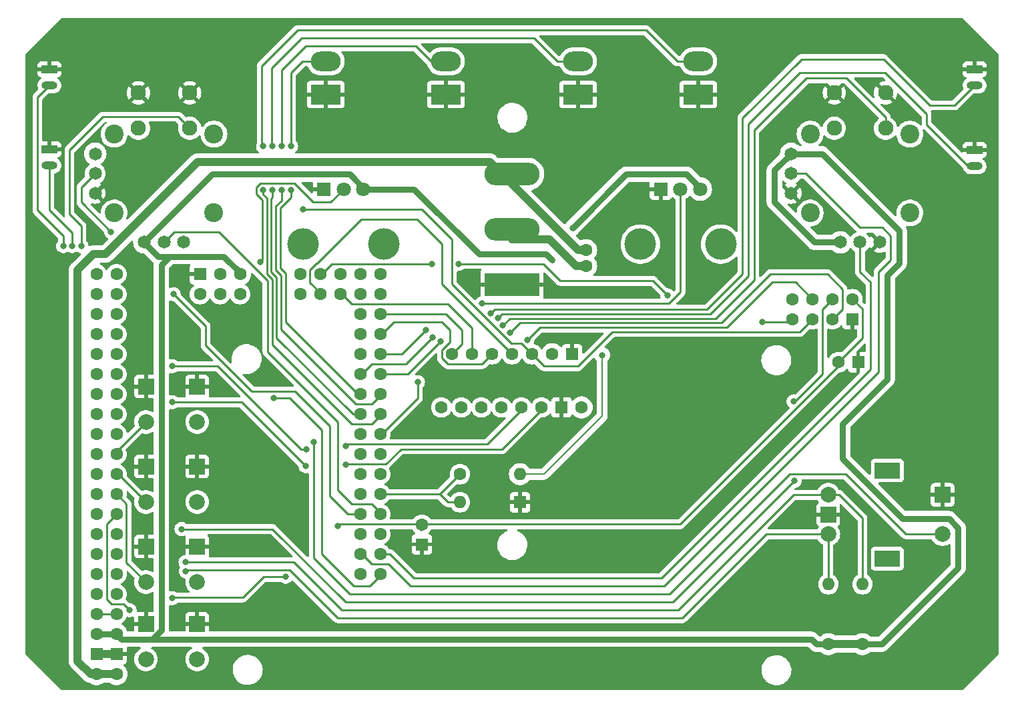
<source format=gbr>
%TF.GenerationSoftware,KiCad,Pcbnew,7.0.8*%
%TF.CreationDate,2024-11-24T12:41:57-05:00*%
%TF.ProjectId,RCTransmitterAecertRobotics,52435472-616e-4736-9d69-747465724165,V1.02*%
%TF.SameCoordinates,Original*%
%TF.FileFunction,Copper,L1,Top*%
%TF.FilePolarity,Positive*%
%FSLAX46Y46*%
G04 Gerber Fmt 4.6, Leading zero omitted, Abs format (unit mm)*
G04 Created by KiCad (PCBNEW 7.0.8) date 2024-11-24 12:41:57*
%MOMM*%
%LPD*%
G01*
G04 APERTURE LIST*
G04 Aperture macros list*
%AMRoundRect*
0 Rectangle with rounded corners*
0 $1 Rounding radius*
0 $2 $3 $4 $5 $6 $7 $8 $9 X,Y pos of 4 corners*
0 Add a 4 corners polygon primitive as box body*
4,1,4,$2,$3,$4,$5,$6,$7,$8,$9,$2,$3,0*
0 Add four circle primitives for the rounded corners*
1,1,$1+$1,$2,$3*
1,1,$1+$1,$4,$5*
1,1,$1+$1,$6,$7*
1,1,$1+$1,$8,$9*
0 Add four rect primitives between the rounded corners*
20,1,$1+$1,$2,$3,$4,$5,0*
20,1,$1+$1,$4,$5,$6,$7,0*
20,1,$1+$1,$6,$7,$8,$9,0*
20,1,$1+$1,$8,$9,$2,$3,0*%
G04 Aperture macros list end*
%TA.AperFunction,ComponentPad*%
%ADD10R,3.800000X2.500000*%
%TD*%
%TA.AperFunction,ComponentPad*%
%ADD11RoundRect,1.250000X0.650000X0.000000X-0.650000X0.000000X-0.650000X0.000000X0.650000X0.000000X0*%
%TD*%
%TA.AperFunction,ComponentPad*%
%ADD12C,2.000000*%
%TD*%
%TA.AperFunction,ComponentPad*%
%ADD13R,2.000000X2.000000*%
%TD*%
%TA.AperFunction,ComponentPad*%
%ADD14R,3.200000X2.000000*%
%TD*%
%TA.AperFunction,ComponentPad*%
%ADD15C,1.600000*%
%TD*%
%TA.AperFunction,ComponentPad*%
%ADD16O,1.600000X1.600000*%
%TD*%
%TA.AperFunction,ComponentPad*%
%ADD17R,2.000000X1.000000*%
%TD*%
%TA.AperFunction,ComponentPad*%
%ADD18O,2.000000X1.000000*%
%TD*%
%TA.AperFunction,ComponentPad*%
%ADD19R,7.000000X2.900000*%
%TD*%
%TA.AperFunction,ComponentPad*%
%ADD20O,7.000000X2.900000*%
%TD*%
%TA.AperFunction,WasherPad*%
%ADD21C,4.000000*%
%TD*%
%TA.AperFunction,ComponentPad*%
%ADD22R,1.800000X1.800000*%
%TD*%
%TA.AperFunction,ComponentPad*%
%ADD23C,1.800000*%
%TD*%
%TA.AperFunction,ComponentPad*%
%ADD24R,1.600000X1.600000*%
%TD*%
%TA.AperFunction,ComponentPad*%
%ADD25C,1.650000*%
%TD*%
%TA.AperFunction,ComponentPad*%
%ADD26C,1.950000*%
%TD*%
%TA.AperFunction,ComponentPad*%
%ADD27C,2.400000*%
%TD*%
%TA.AperFunction,ViaPad*%
%ADD28C,0.800000*%
%TD*%
%TA.AperFunction,Conductor*%
%ADD29C,0.250000*%
%TD*%
%TA.AperFunction,Conductor*%
%ADD30C,1.000000*%
%TD*%
%TA.AperFunction,Conductor*%
%ADD31C,0.750000*%
%TD*%
%TA.AperFunction,Conductor*%
%ADD32C,0.200000*%
%TD*%
G04 APERTURE END LIST*
D10*
%TO.P,Toggle1,1*%
%TO.N,GND*%
X117348000Y-66072000D03*
D11*
%TO.P,Toggle1,2*%
%TO.N,/Toggle A*%
X117348000Y-61872000D03*
%TD*%
D12*
%TO.P,Rotary_Encoder1,A,A*%
%TO.N,/RotaryEncoderB*%
X181080000Y-116920000D03*
%TO.P,Rotary_Encoder1,B,B*%
%TO.N,/RotaryEncoderA*%
X181080000Y-121920000D03*
D13*
%TO.P,Rotary_Encoder1,C,C*%
%TO.N,GND*%
X181080000Y-119420000D03*
D14*
%TO.P,Rotary_Encoder1,MP*%
%TO.N,N/C*%
X188580000Y-113820000D03*
X188580000Y-125020000D03*
D12*
%TO.P,Rotary_Encoder1,S1,S1*%
%TO.N,/Rotary Encoder Switch*%
X195580000Y-121920000D03*
D13*
%TO.P,Rotary_Encoder1,S2,S2*%
%TO.N,GND*%
X195580000Y-116920000D03*
%TD*%
D15*
%TO.P,R4,1*%
%TO.N,/5v*%
X181102000Y-135890000D03*
D16*
%TO.P,R4,2*%
%TO.N,/RotaryEncoderA*%
X181102000Y-128270000D03*
%TD*%
D13*
%TO.P,Button3,1,1*%
%TO.N,GND*%
X94540000Y-123480000D03*
X101040000Y-123480000D03*
D12*
%TO.P,Button3,2,2*%
%TO.N,/Button C*%
X94540000Y-127980000D03*
X101040000Y-127980000D03*
%TD*%
D10*
%TO.P,Toggle3,1*%
%TO.N,GND*%
X149352000Y-66072000D03*
D11*
%TO.P,Toggle3,2*%
%TO.N,/Toggle C*%
X149352000Y-61872000D03*
%TD*%
D17*
%TO.P,Bumper2,1,1*%
%TO.N,GND*%
X82296000Y-73052000D03*
D18*
%TO.P,Bumper2,2,2*%
%TO.N,/Left Bumper B*%
X82296000Y-75084000D03*
%TD*%
D13*
%TO.P,Button4,1,1*%
%TO.N,GND*%
X94540000Y-133300000D03*
X101040000Y-133300000D03*
D12*
%TO.P,Button4,2,2*%
%TO.N,/Button D*%
X94540000Y-137800000D03*
X101040000Y-137800000D03*
%TD*%
D13*
%TO.P,Button2,1,1*%
%TO.N,GND*%
X94540000Y-113320000D03*
X101040000Y-113320000D03*
D12*
%TO.P,Button2,2,2*%
%TO.N,/Button B*%
X94540000Y-117820000D03*
X101040000Y-117820000D03*
%TD*%
D13*
%TO.P,Button1,1,1*%
%TO.N,GND*%
X94540000Y-103160000D03*
X101040000Y-103160000D03*
D12*
%TO.P,Button1,2,2*%
%TO.N,/Button A*%
X94540000Y-107660000D03*
X101040000Y-107660000D03*
%TD*%
D17*
%TO.P,Bumper1,1,1*%
%TO.N,GND*%
X82296000Y-62892000D03*
D18*
%TO.P,Bumper1,2,2*%
%TO.N,/Left Bumper A*%
X82296000Y-64924000D03*
%TD*%
D19*
%TO.P,PowerSwitch1,1,LED*%
%TO.N,GND*%
X140970000Y-90200000D03*
D20*
%TO.P,PowerSwitch1,2,Power*%
%TO.N,/Bat-*%
X140970000Y-83200000D03*
%TO.P,PowerSwitch1,3,Load*%
%TO.N,/Bat+*%
X140970000Y-76200000D03*
%TD*%
D10*
%TO.P,Toggle4,1*%
%TO.N,GND*%
X164592000Y-66072000D03*
D11*
%TO.P,Toggle4,2*%
%TO.N,/Toggle D*%
X164592000Y-61872000D03*
%TD*%
D21*
%TO.P,Pot1,*%
%TO.N,*%
X124705737Y-85096874D03*
X114478111Y-85096874D03*
D22*
%TO.P,Pot1,1,1*%
%TO.N,GND*%
X117100000Y-78090000D03*
D23*
%TO.P,Pot1,2,2*%
%TO.N,/Pot Left*%
X119600000Y-78090000D03*
%TO.P,Pot1,3,3*%
%TO.N,/5v*%
X122100000Y-78090000D03*
%TD*%
D17*
%TO.P,Bumper3,1,1*%
%TO.N,GND*%
X199644000Y-62892000D03*
D18*
%TO.P,Bumper3,2,2*%
%TO.N,/Right Bumper A*%
X199644000Y-64924000D03*
%TD*%
D10*
%TO.P,Toggle2,1*%
%TO.N,GND*%
X132588000Y-66072000D03*
D11*
%TO.P,Toggle2,2*%
%TO.N,/Toggle B*%
X132588000Y-61872000D03*
%TD*%
D21*
%TO.P,Pot2,*%
%TO.N,*%
X167432154Y-85092683D03*
X157253351Y-85092683D03*
D22*
%TO.P,Pot2,1,1*%
%TO.N,GND*%
X159840000Y-78090000D03*
D23*
%TO.P,Pot2,2,2*%
%TO.N,/Pot Right*%
X162340000Y-78090000D03*
%TO.P,Pot2,3,3*%
%TO.N,/5v*%
X164840000Y-78090000D03*
%TD*%
D15*
%TO.P,R3,1*%
%TO.N,/5v*%
X185420000Y-135890000D03*
D16*
%TO.P,R3,2*%
%TO.N,/RotaryEncoderB*%
X185420000Y-128270000D03*
%TD*%
D15*
%TO.P,OLED_LCD_Display1,1,CS*%
%TO.N,/Screen CS*%
X133350000Y-99060000D03*
%TO.P,OLED_LCD_Display1,2,DC*%
%TO.N,/CE*%
X135890000Y-99060000D03*
%TO.P,OLED_LCD_Display1,3,RES*%
%TO.N,/Screen RES*%
X138430000Y-99060000D03*
%TO.P,OLED_LCD_Display1,4,SDA*%
%TO.N,/MOSI*%
X140970000Y-99060000D03*
%TO.P,OLED_LCD_Display1,5,SCK*%
%TO.N,/SCK*%
X143510000Y-99060000D03*
%TO.P,OLED_LCD_Display1,6,VCC*%
%TO.N,/5v*%
X146050000Y-99060000D03*
D24*
%TO.P,OLED_LCD_Display1,7,GND*%
%TO.N,GND*%
X148590000Y-99060000D03*
%TD*%
D25*
%TO.P,Joystick1,1,1*%
%TO.N,/5v*%
X94335000Y-84850000D03*
%TO.P,Joystick1,2,2*%
%TO.N,/Joy Left X*%
X96835000Y-84850000D03*
%TO.P,Joystick1,3,3*%
%TO.N,GND*%
X99335000Y-84850000D03*
%TO.P,Joystick1,11,1'*%
%TO.N,/5v*%
X88105000Y-73620000D03*
%TO.P,Joystick1,12,2'*%
%TO.N,/Joy Left Y*%
X88105000Y-76120000D03*
%TO.P,Joystick1,13,3'*%
%TO.N,GND*%
X88105000Y-78620000D03*
D26*
%TO.P,Joystick1,A1,COM_1*%
%TO.N,/Joy Left Button*%
X100085000Y-70370000D03*
%TO.P,Joystick1,B1,COM_2*%
%TO.N,unconnected-(Joystick1-COM_2-PadB1)*%
X93585000Y-70370000D03*
%TO.P,Joystick1,C1,NO_1*%
%TO.N,GND*%
X100085000Y-65870000D03*
%TO.P,Joystick1,D1,NO_2*%
X93585000Y-65870000D03*
D27*
%TO.P,Joystick1,MH1,MH1*%
%TO.N,unconnected-(Joystick1-PadMH1)*%
X90510000Y-81120000D03*
%TO.P,Joystick1,MH2,MH2*%
%TO.N,unconnected-(Joystick1-PadMH2)*%
X103160000Y-81120000D03*
%TO.P,Joystick1,MH3,MH3*%
%TO.N,unconnected-(Joystick1-PadMH3)*%
X103160000Y-71120000D03*
%TO.P,Joystick1,MH4,MH4*%
%TO.N,unconnected-(Joystick1-PadMH4)*%
X90510000Y-71120000D03*
%TD*%
D17*
%TO.P,Bumper4,1,1*%
%TO.N,GND*%
X199644000Y-73152000D03*
D18*
%TO.P,Bumper4,2,2*%
%TO.N,/Right Bumper B*%
X199644000Y-75184000D03*
%TD*%
D25*
%TO.P,Joystick2,1,1*%
%TO.N,/5v*%
X182605000Y-84850000D03*
%TO.P,Joystick2,2,2*%
%TO.N,/Joy Right X*%
X185105000Y-84850000D03*
%TO.P,Joystick2,3,3*%
%TO.N,GND*%
X187605000Y-84850000D03*
%TO.P,Joystick2,11,1'*%
%TO.N,/5v*%
X176375000Y-73620000D03*
%TO.P,Joystick2,12,2'*%
%TO.N,/Joy Right Y*%
X176375000Y-76120000D03*
%TO.P,Joystick2,13,3'*%
%TO.N,GND*%
X176375000Y-78620000D03*
D26*
%TO.P,Joystick2,A1,COM_1*%
%TO.N,/Joy Right Button*%
X188355000Y-70370000D03*
%TO.P,Joystick2,B1,COM_2*%
%TO.N,unconnected-(Joystick2-COM_2-PadB1)*%
X181855000Y-70370000D03*
%TO.P,Joystick2,C1,NO_1*%
%TO.N,GND*%
X188355000Y-65870000D03*
%TO.P,Joystick2,D1,NO_2*%
X181855000Y-65870000D03*
D27*
%TO.P,Joystick2,MH1,MH1*%
%TO.N,unconnected-(Joystick2-PadMH1)*%
X178780000Y-81120000D03*
%TO.P,Joystick2,MH2,MH2*%
%TO.N,unconnected-(Joystick2-PadMH2)*%
X191430000Y-81120000D03*
%TO.P,Joystick2,MH3,MH3*%
%TO.N,unconnected-(Joystick2-PadMH3)*%
X191430000Y-71120000D03*
%TO.P,Joystick2,MH4,MH4*%
%TO.N,unconnected-(Joystick2-PadMH4)*%
X178780000Y-71120000D03*
%TD*%
D15*
%TO.P,C2,1*%
%TO.N,/3.3v*%
X129540000Y-120714888D03*
D24*
%TO.P,C2,2*%
%TO.N,GND*%
X129540000Y-123214888D03*
%TD*%
D15*
%TO.P,Battery1,1,Pin_1*%
%TO.N,/Bat+*%
X150368000Y-85852000D03*
%TO.P,Battery1,2,Pin_2*%
%TO.N,/Bat-*%
X150368000Y-87852000D03*
%TD*%
%TO.P,Gyroscope1,1,VCC*%
%TO.N,/5v*%
X149789454Y-105816523D03*
D24*
%TO.P,Gyroscope1,2,GND*%
%TO.N,GND*%
X147249454Y-105816523D03*
D15*
%TO.P,Gyroscope1,3,SCL*%
%TO.N,/SCL*%
X144709454Y-105816523D03*
%TO.P,Gyroscope1,4,SDA*%
%TO.N,/SDA*%
X142169454Y-105816523D03*
%TO.P,Gyroscope1,5,XDA*%
%TO.N,unconnected-(Gyroscope1-XDA-Pad5)*%
X139629454Y-105816523D03*
%TO.P,Gyroscope1,6,XCL*%
%TO.N,unconnected-(Gyroscope1-XCL-Pad6)*%
X137089454Y-105816523D03*
%TO.P,Gyroscope1,7,AD0*%
%TO.N,unconnected-(Gyroscope1-AD0-Pad7)*%
X134549454Y-105816523D03*
%TO.P,Gyroscope1,8,INT*%
%TO.N,unconnected-(Gyroscope1-INT-Pad8)*%
X132009454Y-105816523D03*
%TD*%
D24*
%TO.P,R2,1*%
%TO.N,GND*%
X141986000Y-117856000D03*
D16*
%TO.P,R2,2*%
%TO.N,/Battery Voltage*%
X134366000Y-117856000D03*
%TD*%
D15*
%TO.P,Arduino_Mega_Pro1,0,RX*%
%TO.N,unconnected-(Arduino_Mega_Pro1-RX-Pad0)*%
X90805000Y-127000000D03*
%TO.P,Arduino_Mega_Pro1,1,TX*%
%TO.N,unconnected-(Arduino_Mega_Pro1-TX-Pad1)*%
X88265000Y-127000000D03*
%TO.P,Arduino_Mega_Pro1,2,D2*%
%TO.N,/RotaryEncoderA*%
X90805000Y-124460000D03*
%TO.P,Arduino_Mega_Pro1,3,D3*%
%TO.N,/RotaryEncoderB*%
X88265000Y-124460000D03*
%TO.P,Arduino_Mega_Pro1,3V3,3V3*%
%TO.N,/3.3v*%
X88265000Y-132080000D03*
X90805000Y-132080000D03*
%TO.P,Arduino_Mega_Pro1,4,D4*%
%TO.N,/NRF CSN*%
X90805000Y-121920000D03*
%TO.P,Arduino_Mega_Pro1,5,D5*%
%TO.N,unconnected-(Arduino_Mega_Pro1-D5-Pad5)*%
X88265000Y-121920000D03*
%TO.P,Arduino_Mega_Pro1,5V,5V*%
%TO.N,/5v*%
X88265000Y-134620000D03*
X90805000Y-134620000D03*
X106480000Y-88900000D03*
%TO.P,Arduino_Mega_Pro1,6,D6*%
%TO.N,/Button D*%
X90805000Y-119380000D03*
%TO.P,Arduino_Mega_Pro1,7,D7*%
%TO.N,unconnected-(Arduino_Mega_Pro1-D7-Pad7)*%
X88265000Y-119380000D03*
%TO.P,Arduino_Mega_Pro1,8,D8*%
%TO.N,/Button C*%
X90805000Y-116840000D03*
%TO.P,Arduino_Mega_Pro1,9,D9*%
%TO.N,unconnected-(Arduino_Mega_Pro1-D9-Pad9)*%
X88265000Y-116840000D03*
%TO.P,Arduino_Mega_Pro1,10,D10*%
%TO.N,/Button B*%
X90805000Y-114300000D03*
%TO.P,Arduino_Mega_Pro1,11,D11*%
%TO.N,unconnected-(Arduino_Mega_Pro1-D11-Pad11)*%
X88265000Y-114300000D03*
%TO.P,Arduino_Mega_Pro1,12,D12*%
%TO.N,/Button A*%
X90805000Y-111760000D03*
%TO.P,Arduino_Mega_Pro1,13,D13*%
%TO.N,unconnected-(Arduino_Mega_Pro1-D13-Pad13)*%
X88265000Y-111760000D03*
%TO.P,Arduino_Mega_Pro1,14,D14*%
%TO.N,unconnected-(Arduino_Mega_Pro1-D14-Pad14)*%
X90805000Y-109220000D03*
%TO.P,Arduino_Mega_Pro1,15,D15*%
%TO.N,unconnected-(Arduino_Mega_Pro1-D15-Pad15)*%
X88265000Y-109220000D03*
%TO.P,Arduino_Mega_Pro1,16,D16*%
%TO.N,unconnected-(Arduino_Mega_Pro1-D16-Pad16)*%
X90805000Y-106680000D03*
%TO.P,Arduino_Mega_Pro1,17,D17*%
%TO.N,unconnected-(Arduino_Mega_Pro1-D17-Pad17)*%
X88265000Y-106680000D03*
%TO.P,Arduino_Mega_Pro1,18,D18*%
%TO.N,unconnected-(Arduino_Mega_Pro1-D18-Pad18)*%
X90805000Y-104140000D03*
%TO.P,Arduino_Mega_Pro1,19,D19*%
%TO.N,unconnected-(Arduino_Mega_Pro1-D19-Pad19)*%
X88265000Y-104140000D03*
%TO.P,Arduino_Mega_Pro1,20,D20(SDA)*%
%TO.N,/SDA*%
X90805000Y-101600000D03*
%TO.P,Arduino_Mega_Pro1,21,D21(SCL)*%
%TO.N,/SCL*%
X88265000Y-101600000D03*
%TO.P,Arduino_Mega_Pro1,22,D22*%
%TO.N,unconnected-(Arduino_Mega_Pro1-D22-Pad22)*%
X90805000Y-99060000D03*
%TO.P,Arduino_Mega_Pro1,23,D23*%
%TO.N,unconnected-(Arduino_Mega_Pro1-D23-Pad23)*%
X88265000Y-99060000D03*
%TO.P,Arduino_Mega_Pro1,24,D24*%
%TO.N,unconnected-(Arduino_Mega_Pro1-D24-Pad24)*%
X90805000Y-96520000D03*
%TO.P,Arduino_Mega_Pro1,25,D25*%
%TO.N,unconnected-(Arduino_Mega_Pro1-D25-Pad25)*%
X88265000Y-96520000D03*
%TO.P,Arduino_Mega_Pro1,26,D26*%
%TO.N,unconnected-(Arduino_Mega_Pro1-D26-Pad26)*%
X90805000Y-93980000D03*
%TO.P,Arduino_Mega_Pro1,27,D27*%
%TO.N,/Left Bumper A*%
X88265000Y-93980000D03*
%TO.P,Arduino_Mega_Pro1,28,D28*%
%TO.N,unconnected-(Arduino_Mega_Pro1-D28-Pad28)*%
X90805000Y-91440000D03*
%TO.P,Arduino_Mega_Pro1,29,D29*%
%TO.N,/Left Bumper B*%
X88265000Y-91440000D03*
%TO.P,Arduino_Mega_Pro1,30,D30*%
%TO.N,unconnected-(Arduino_Mega_Pro1-D30-Pad30)*%
X90805000Y-88900000D03*
%TO.P,Arduino_Mega_Pro1,31,D31*%
%TO.N,/Joy Left Button*%
X88265000Y-88900000D03*
%TO.P,Arduino_Mega_Pro1,32,D32*%
%TO.N,/Toggle D*%
X124260000Y-106680000D03*
%TO.P,Arduino_Mega_Pro1,33,D33*%
%TO.N,/Toggle C*%
X121720000Y-106680000D03*
%TO.P,Arduino_Mega_Pro1,34,D34*%
%TO.N,/Toggle B*%
X124260000Y-104140000D03*
%TO.P,Arduino_Mega_Pro1,35,D35*%
%TO.N,/Toggle A*%
X121720000Y-104140000D03*
%TO.P,Arduino_Mega_Pro1,36,D36*%
%TO.N,/Joy Right Button*%
X124260000Y-101600000D03*
%TO.P,Arduino_Mega_Pro1,37,D37*%
%TO.N,/Right Bumper B*%
X121720000Y-101600000D03*
%TO.P,Arduino_Mega_Pro1,38,D38*%
%TO.N,/Right Bumper A*%
X124260000Y-99060000D03*
%TO.P,Arduino_Mega_Pro1,39,D39*%
%TO.N,/Rotary Encoder Switch*%
X121720000Y-99060000D03*
%TO.P,Arduino_Mega_Pro1,40,D40*%
%TO.N,/Screen RES*%
X124260000Y-96520000D03*
%TO.P,Arduino_Mega_Pro1,41,D41*%
%TO.N,unconnected-(Arduino_Mega_Pro1-D41-Pad41)*%
X121720000Y-96520000D03*
%TO.P,Arduino_Mega_Pro1,42,D42*%
%TO.N,/Screen CS*%
X124260000Y-93980000D03*
%TO.P,Arduino_Mega_Pro1,43,D43*%
%TO.N,unconnected-(Arduino_Mega_Pro1-D43-Pad43)*%
X121720000Y-93980000D03*
%TO.P,Arduino_Mega_Pro1,44,D44*%
%TO.N,unconnected-(Arduino_Mega_Pro1-D44-Pad44)*%
X124260000Y-91440000D03*
%TO.P,Arduino_Mega_Pro1,45,D45*%
%TO.N,unconnected-(Arduino_Mega_Pro1-D45-Pad45)*%
X121720000Y-91440000D03*
%TO.P,Arduino_Mega_Pro1,46,D46*%
%TO.N,unconnected-(Arduino_Mega_Pro1-D46-Pad46)*%
X124260000Y-88900000D03*
%TO.P,Arduino_Mega_Pro1,47,D47*%
%TO.N,unconnected-(Arduino_Mega_Pro1-D47-Pad47)*%
X121720000Y-88900000D03*
%TO.P,Arduino_Mega_Pro1,48,D48*%
%TO.N,unconnected-(Arduino_Mega_Pro1-D48-Pad48)*%
X119180000Y-88900000D03*
%TO.P,Arduino_Mega_Pro1,49,D49*%
%TO.N,/CE*%
X119180000Y-91440000D03*
%TO.P,Arduino_Mega_Pro1,50,D50(MISO)*%
%TO.N,/MISO*%
X106480000Y-91440000D03*
X116640000Y-88900000D03*
%TO.P,Arduino_Mega_Pro1,51,D51(MOSI)*%
%TO.N,/MOSI*%
X103940000Y-88900000D03*
X116640000Y-91440000D03*
%TO.P,Arduino_Mega_Pro1,52,D52(SCLK)*%
%TO.N,/SCK*%
X103940000Y-91440000D03*
X114100000Y-88900000D03*
%TO.P,Arduino_Mega_Pro1,53,D53(CE)*%
%TO.N,unconnected-(Arduino_Mega_Pro1-D53(CE)-Pad53)*%
X114100000Y-91440000D03*
%TO.P,Arduino_Mega_Pro1,A0,A0*%
%TO.N,/Pot Left*%
X124260000Y-127000000D03*
%TO.P,Arduino_Mega_Pro1,A1,A1*%
%TO.N,unconnected-(Arduino_Mega_Pro1-PadA1)*%
X121720000Y-127000000D03*
%TO.P,Arduino_Mega_Pro1,A2,A2*%
%TO.N,/Joy Right X*%
X124260000Y-124460000D03*
%TO.P,Arduino_Mega_Pro1,A3,A3*%
%TO.N,/Joy Right Y*%
X121720000Y-124460000D03*
%TO.P,Arduino_Mega_Pro1,A4,A4*%
%TO.N,unconnected-(Arduino_Mega_Pro1-PadA4)*%
X124260000Y-121920000D03*
%TO.P,Arduino_Mega_Pro1,A5,A5*%
%TO.N,unconnected-(Arduino_Mega_Pro1-PadA5)*%
X121720000Y-121920000D03*
%TO.P,Arduino_Mega_Pro1,A6,A6*%
%TO.N,/Joy Left X*%
X124260000Y-119380000D03*
%TO.P,Arduino_Mega_Pro1,A7,A7*%
%TO.N,/Joy Left Y*%
X121720000Y-119380000D03*
%TO.P,Arduino_Mega_Pro1,A8,A8*%
%TO.N,/Battery Voltage*%
X124260000Y-116840000D03*
%TO.P,Arduino_Mega_Pro1,A9,A9*%
%TO.N,unconnected-(Arduino_Mega_Pro1-PadA9)*%
X121720000Y-116840000D03*
%TO.P,Arduino_Mega_Pro1,A10,A10*%
%TO.N,unconnected-(Arduino_Mega_Pro1-PadA10)*%
X124260000Y-114300000D03*
%TO.P,Arduino_Mega_Pro1,A11,A11*%
%TO.N,unconnected-(Arduino_Mega_Pro1-PadA11)*%
X121720000Y-114300000D03*
%TO.P,Arduino_Mega_Pro1,A12,A12*%
%TO.N,unconnected-(Arduino_Mega_Pro1-PadA12)*%
X124260000Y-111760000D03*
%TO.P,Arduino_Mega_Pro1,A13,A13*%
%TO.N,unconnected-(Arduino_Mega_Pro1-PadA13)*%
X121720000Y-111760000D03*
%TO.P,Arduino_Mega_Pro1,A14,A14*%
%TO.N,/Pot Right*%
X124260000Y-109220000D03*
%TO.P,Arduino_Mega_Pro1,A15,A15*%
%TO.N,unconnected-(Arduino_Mega_Pro1-PadA15)*%
X121720000Y-109220000D03*
%TO.P,Arduino_Mega_Pro1,AREF,AREF*%
%TO.N,/REF*%
X90805000Y-129540000D03*
D24*
%TO.P,Arduino_Mega_Pro1,GND,GND*%
%TO.N,GND*%
X88265000Y-137160000D03*
X90805000Y-137160000D03*
X101400000Y-88900000D03*
D15*
%TO.P,Arduino_Mega_Pro1,RST,RST*%
%TO.N,unconnected-(Arduino_Mega_Pro1-PadRST)*%
X88265000Y-129540000D03*
X101400000Y-91440000D03*
%TO.P,Arduino_Mega_Pro1,VIN,VIN*%
%TO.N,/Bat+*%
X88265000Y-139700000D03*
X90805000Y-139700000D03*
%TD*%
%TO.P,C1,1*%
%TO.N,/3.3v*%
X182372000Y-100076000D03*
D24*
%TO.P,C1,2*%
%TO.N,GND*%
X184872000Y-100076000D03*
%TD*%
D15*
%TO.P,NRF24L01+PA+LNA1,1,V+*%
%TO.N,/3.3v*%
X184150000Y-92075000D03*
%TO.P,NRF24L01+PA+LNA1,2,CSN*%
%TO.N,/NRF CSN*%
X181610000Y-92075000D03*
%TO.P,NRF24L01+PA+LNA1,3,MOSI*%
%TO.N,/MOSI*%
X179070000Y-92075000D03*
%TO.P,NRF24L01+PA+LNA1,4,IRQ*%
%TO.N,unconnected-(NRF24-IRQ-Pad4)*%
X176530000Y-92075000D03*
%TO.P,NRF24L01+PA+LNA1,5,MISO*%
%TO.N,/MISO*%
X176530000Y-94615000D03*
%TO.P,NRF24L01+PA+LNA1,6,SCK*%
%TO.N,/SCK*%
X179070000Y-94615000D03*
%TO.P,NRF24L01+PA+LNA1,7,CE*%
%TO.N,/CE*%
X181610000Y-94615000D03*
D24*
%TO.P,NRF24L01+PA+LNA1,8,GND*%
%TO.N,GND*%
X184150000Y-94615000D03*
%TD*%
D15*
%TO.P,R1,1*%
%TO.N,/Battery Voltage*%
X134366000Y-114300000D03*
D16*
%TO.P,R1,2*%
%TO.N,/Bat+*%
X141986000Y-114300000D03*
%TD*%
D28*
%TO.N,/CE*%
X140750331Y-96369500D03*
%TO.N,GND*%
X80772000Y-84836000D03*
X154432000Y-80772000D03*
X155448000Y-91440000D03*
X145796000Y-109220000D03*
X139700000Y-102616000D03*
X163068000Y-108204000D03*
X160528000Y-137160000D03*
X102929041Y-140295973D03*
X173736000Y-71628000D03*
X129820556Y-108337148D03*
X182372000Y-97028000D03*
X92456000Y-58928000D03*
X195072000Y-63500000D03*
X105156000Y-65786000D03*
X119888000Y-138684000D03*
X98806000Y-89154000D03*
X107188000Y-116332000D03*
X132080000Y-114808000D03*
X149352000Y-91440000D03*
X178308000Y-119634000D03*
X192024000Y-116840000D03*
X148336000Y-71628000D03*
X107696000Y-123444000D03*
X96092572Y-73528443D03*
X93218000Y-140208000D03*
X89408000Y-66040000D03*
X104648000Y-132588000D03*
X100076000Y-97028000D03*
X93974276Y-131266266D03*
X81788000Y-106680000D03*
X135200919Y-124257127D03*
X93472000Y-99568000D03*
X165100000Y-72136000D03*
X181356000Y-59436000D03*
X196088000Y-134620000D03*
X189594180Y-129195269D03*
X196596000Y-75692000D03*
X82296000Y-128016000D03*
X124968000Y-69088000D03*
X170434000Y-129794000D03*
X157988000Y-101092000D03*
X174244000Y-85344000D03*
X153416000Y-124460000D03*
X187452000Y-75184000D03*
%TO.N,/3.3v*%
X112268000Y-127329500D03*
X118872000Y-120904000D03*
X97889000Y-130048000D03*
%TO.N,/5v*%
X148634307Y-83013693D03*
X146050000Y-87122000D03*
%TO.N,/Rotary Encoder Switch*%
X115824000Y-110236000D03*
%TO.N,/Left Bumper A*%
X84060994Y-85344000D03*
%TO.N,/Right Bumper A*%
X130048000Y-96012000D03*
X138251968Y-93870873D03*
%TO.N,/Left Bumper B*%
X85185497Y-85344000D03*
%TO.N,/Right Bumper B*%
X139192000Y-94488000D03*
X130872180Y-96945918D03*
%TO.N,/Joy Right Button*%
X131951976Y-97407976D03*
X139809127Y-95428032D03*
%TO.N,/Toggle C*%
X110585497Y-72644000D03*
X110585498Y-78233248D03*
%TO.N,/Toggle D*%
X109411038Y-72654093D03*
X109410996Y-78231539D03*
%TO.N,/Toggle B*%
X111760000Y-72644000D03*
X111760000Y-78232000D03*
%TO.N,/Toggle A*%
X112938728Y-72644000D03*
X112934503Y-78232000D03*
%TO.N,/Joy Left Button*%
X86360000Y-85344000D03*
%TO.N,/Button D*%
X92456000Y-131572000D03*
%TO.N,/Pot Right*%
X129032000Y-102616000D03*
X137160000Y-92622500D03*
%TO.N,/SCL*%
X97889000Y-105156000D03*
X114808000Y-113284000D03*
X119888000Y-113135479D03*
%TO.N,/SDA*%
X97889000Y-100584000D03*
X114900688Y-111159312D03*
X119888000Y-110726888D03*
%TO.N,/Pot Left*%
X109012500Y-87376000D03*
X110744000Y-104648000D03*
%TO.N,/Joy Left Y*%
X98044000Y-91440000D03*
X90125693Y-83521693D03*
%TO.N,/SCK*%
X114427000Y-80645000D03*
%TO.N,/MISO*%
X172720000Y-94996000D03*
X130850000Y-87590000D03*
X160689312Y-91601312D03*
X134199500Y-87590000D03*
%TO.N,/MOSI*%
X142902968Y-97251592D03*
%TO.N,/NRF CSN*%
X176812349Y-115149500D03*
X176691312Y-105063312D03*
X99060000Y-121271285D03*
%TO.N,/RotaryEncoderB*%
X99568000Y-125476000D03*
%TO.N,/RotaryEncoderA*%
X99597535Y-126650131D03*
%TO.N,/Bat+*%
X152408340Y-99168500D03*
%TD*%
D29*
%TO.N,/Right Bumper A*%
X197104000Y-67464000D02*
X199644000Y-64924000D01*
X177673000Y-61595000D02*
X188087000Y-61595000D01*
X193956000Y-67464000D02*
X197104000Y-67464000D01*
X170180000Y-88900000D02*
X170180000Y-69088000D01*
X188087000Y-61595000D02*
X193956000Y-67464000D01*
X165710000Y-93370000D02*
X170180000Y-88900000D01*
X170180000Y-69088000D02*
X177673000Y-61595000D01*
X138752841Y-93370000D02*
X165710000Y-93370000D01*
X138251968Y-93870873D02*
X138752841Y-93370000D01*
%TO.N,/Right Bumper B*%
X198829802Y-75184000D02*
X199644000Y-75184000D01*
X193548000Y-69902198D02*
X198829802Y-75184000D01*
X170942000Y-89154000D02*
X170942000Y-69850000D01*
X170942000Y-69850000D02*
X177498093Y-63293907D01*
X177498093Y-63293907D02*
X188261907Y-63293907D01*
X188261907Y-63293907D02*
X193548000Y-68580000D01*
X166151000Y-93945000D02*
X170942000Y-89154000D01*
X139735000Y-93945000D02*
X166151000Y-93945000D01*
X193548000Y-68580000D02*
X193548000Y-69902198D01*
X139192000Y-94488000D02*
X139735000Y-93945000D01*
%TO.N,/Joy Right Button*%
X188355000Y-68975000D02*
X188355000Y-70370000D01*
X183388000Y-64008000D02*
X188355000Y-68975000D01*
X166794828Y-94520000D02*
X171704000Y-89610828D01*
X171704000Y-70612000D02*
X178308000Y-64008000D01*
X140717159Y-94520000D02*
X166794828Y-94520000D01*
X178308000Y-64008000D02*
X183388000Y-64008000D01*
X139809127Y-95428032D02*
X140717159Y-94520000D01*
X171704000Y-89610828D02*
X171704000Y-70612000D01*
%TO.N,/Toggle A*%
X121412000Y-104140000D02*
X121920000Y-104140000D01*
X112268000Y-94996000D02*
X121412000Y-104140000D01*
X112268000Y-88812312D02*
X112268000Y-94996000D01*
X112934503Y-79175301D02*
X111587001Y-80522803D01*
X112934503Y-78232000D02*
X112934503Y-79175301D01*
X111587001Y-80522803D02*
X111587000Y-88131312D01*
X111587000Y-88131312D02*
X112268000Y-88812312D01*
%TO.N,/Toggle B*%
X121150000Y-105402000D02*
X123198000Y-105402000D01*
X123198000Y-105402000D02*
X124460000Y-104140000D01*
X111012001Y-80284630D02*
X111012000Y-88369484D01*
X111760000Y-79536631D02*
X111012001Y-80284630D01*
X111693000Y-89050484D02*
X111693000Y-95945000D01*
X111760000Y-78232000D02*
X111760000Y-79536631D01*
X111012000Y-88369484D02*
X111693000Y-89050484D01*
X111693000Y-95945000D02*
X121150000Y-105402000D01*
%TO.N,/Toggle C*%
X120777000Y-106680000D02*
X121920000Y-106680000D01*
X111118000Y-97021000D02*
X120777000Y-106680000D01*
X111118000Y-89288656D02*
X111118000Y-97021000D01*
X110437001Y-79323799D02*
X110437000Y-88607656D01*
X110585498Y-79175302D02*
X110437001Y-79323799D01*
X110585498Y-78233248D02*
X110585498Y-79175302D01*
X110437000Y-88607656D02*
X111118000Y-89288656D01*
%TO.N,/Toggle D*%
X110543000Y-97843000D02*
X120658000Y-107958000D01*
X110543000Y-89526828D02*
X110543000Y-97843000D01*
X109862000Y-88845828D02*
X110543000Y-89526828D01*
X109862000Y-79264975D02*
X109862000Y-88845828D01*
X109410996Y-78813972D02*
X109862000Y-79264975D01*
X120658000Y-107958000D02*
X123182000Y-107958000D01*
X123182000Y-107958000D02*
X124460000Y-106680000D01*
X109410996Y-78231539D02*
X109410996Y-78813972D01*
%TO.N,/CE*%
X173716581Y-88919419D02*
X180994419Y-88919419D01*
X120658000Y-92718000D02*
X119380000Y-91440000D01*
X135890000Y-95758000D02*
X132850000Y-92718000D01*
X182880000Y-90805000D02*
X182880000Y-93345000D01*
X140750331Y-96369500D02*
X142024831Y-95095000D01*
X182880000Y-93345000D02*
X181610000Y-94615000D01*
X180994419Y-88919419D02*
X182880000Y-90805000D01*
X142024831Y-95095000D02*
X167541000Y-95095000D01*
X135890000Y-99060000D02*
X135890000Y-95758000D01*
X167541000Y-95095000D02*
X173716581Y-88919419D01*
X132850000Y-92718000D02*
X120658000Y-92718000D01*
%TO.N,GND*%
X184912000Y-100076000D02*
X184912000Y-100262082D01*
D30*
X88265000Y-137160000D02*
X90805000Y-137160000D01*
D29*
%TO.N,/3.3v*%
X106819000Y-129964000D02*
X109453500Y-127329500D01*
X88265000Y-132080000D02*
X90805000Y-132080000D01*
X162286000Y-120670000D02*
X182372000Y-100584000D01*
X185400000Y-93325000D02*
X185400000Y-97048000D01*
X97973000Y-129964000D02*
X106819000Y-129964000D01*
X118872000Y-120904000D02*
X119106000Y-120670000D01*
X97889000Y-130048000D02*
X97973000Y-129964000D01*
X129350888Y-121412000D02*
X129540000Y-121222888D01*
X185400000Y-97048000D02*
X182372000Y-100076000D01*
X184150000Y-92075000D02*
X185400000Y-93325000D01*
X182372000Y-100584000D02*
X182372000Y-100076000D01*
X119106000Y-120670000D02*
X162286000Y-120670000D01*
X109453500Y-127329500D02*
X112268000Y-127329500D01*
D31*
%TO.N,/5v*%
X90805000Y-134620000D02*
X91460000Y-135275000D01*
X122100000Y-77940092D02*
X122100000Y-78090000D01*
X97310000Y-86645481D02*
X96086494Y-86645481D01*
X163099908Y-76200000D02*
X164840000Y-77940092D01*
X179324000Y-84850000D02*
X182605000Y-84850000D01*
X90805000Y-134620000D02*
X88265000Y-134620000D01*
X106680000Y-88900000D02*
X104425481Y-86645481D01*
X179578000Y-135890000D02*
X181102000Y-135890000D01*
X188552000Y-102265456D02*
X188552000Y-89064461D01*
X196398072Y-119945000D02*
X190501080Y-119945000D01*
X95357000Y-135275000D02*
X178963000Y-135275000D01*
X174244000Y-79770000D02*
X179324000Y-84850000D01*
X188552000Y-89064461D02*
X190076000Y-87540461D01*
X182880000Y-112323920D02*
X182880000Y-107937456D01*
X190076000Y-83396000D02*
X180300000Y-73620000D01*
X164840000Y-77940092D02*
X164840000Y-78090000D01*
X174244000Y-75706000D02*
X174244000Y-79770000D01*
X190501080Y-119945000D02*
X182880000Y-112323920D01*
X96086494Y-86645481D02*
X94335000Y-84893987D01*
D30*
X181864000Y-135890000D02*
X185420000Y-135890000D01*
D31*
X96514500Y-134117500D02*
X96514500Y-87666981D01*
X148634307Y-83013693D02*
X155448000Y-76200000D01*
X97310000Y-86645481D02*
X97536000Y-86645481D01*
X128540634Y-78090000D02*
X136810634Y-86360000D01*
X185420000Y-135890000D02*
X187872544Y-135890000D01*
X95357000Y-135275000D02*
X96514500Y-134117500D01*
X94335000Y-84893987D02*
X94335000Y-84806013D01*
X96514500Y-87666981D02*
X97536000Y-86645481D01*
D30*
X181102000Y-135890000D02*
X181864000Y-135890000D01*
D31*
X136810634Y-86360000D02*
X145288000Y-86360000D01*
X155448000Y-76200000D02*
X163099908Y-76200000D01*
X91460000Y-135275000D02*
X95357000Y-135275000D01*
X180300000Y-73620000D02*
X176330000Y-73620000D01*
X187872544Y-135890000D02*
X197555000Y-126207544D01*
X104425481Y-86645481D02*
X97310000Y-86645481D01*
X120374908Y-76215000D02*
X122100000Y-77940092D01*
X145288000Y-86360000D02*
X146050000Y-87122000D01*
X176330000Y-73620000D02*
X174244000Y-75706000D01*
X182880000Y-107937456D02*
X188552000Y-102265456D01*
X178963000Y-135275000D02*
X179578000Y-135890000D01*
X102926013Y-76215000D02*
X120374908Y-76215000D01*
X197555000Y-121101928D02*
X196398072Y-119945000D01*
X197555000Y-126207544D02*
X197555000Y-121101928D01*
X122100000Y-78090000D02*
X128540634Y-78090000D01*
X190076000Y-87540461D02*
X190076000Y-83396000D01*
X94335000Y-84806013D02*
X102926013Y-76215000D01*
D29*
%TO.N,/Rotary Encoder Switch*%
X115824000Y-110236000D02*
X115824000Y-124968000D01*
X120396000Y-129540000D02*
X160909000Y-129540000D01*
X115824000Y-124968000D02*
X120396000Y-129540000D01*
X183300446Y-114300000D02*
X190920446Y-121920000D01*
X190920446Y-121920000D02*
X195580000Y-121920000D01*
X176149000Y-114300000D02*
X183300446Y-114300000D01*
X160909000Y-129540000D02*
X176149000Y-114300000D01*
%TO.N,/Left Bumper A*%
X84060994Y-84060994D02*
X80772000Y-80772000D01*
X80772000Y-66448000D02*
X82296000Y-64924000D01*
X84060994Y-85344000D02*
X84060994Y-84060994D01*
X80772000Y-80772000D02*
X80772000Y-66448000D01*
%TO.N,/Right Bumper A*%
X124460000Y-99060000D02*
X127000000Y-99060000D01*
X127000000Y-99060000D02*
X130048000Y-96012000D01*
%TO.N,/Left Bumper B*%
X85185497Y-85344000D02*
X85185497Y-83661497D01*
X82296000Y-80772000D02*
X82296000Y-75084000D01*
X85185497Y-83661497D02*
X82296000Y-80772000D01*
%TO.N,/Right Bumper B*%
X123182000Y-100338000D02*
X121920000Y-101600000D01*
X127480098Y-100338000D02*
X123182000Y-100338000D01*
X130872180Y-96945918D02*
X127480098Y-100338000D01*
%TO.N,/Joy Right Button*%
X127759952Y-101600000D02*
X124460000Y-101600000D01*
X131951976Y-97407976D02*
X127759952Y-101600000D01*
%TO.N,/Toggle C*%
X114300000Y-58928000D02*
X143741000Y-58928000D01*
X110500208Y-72558711D02*
X110500208Y-62727792D01*
X110500208Y-62727792D02*
X114300000Y-58928000D01*
X146685000Y-61872000D02*
X149352000Y-61872000D01*
X110585497Y-72644000D02*
X110500208Y-72558711D01*
X143741000Y-58928000D02*
X146685000Y-61872000D01*
%TO.N,/Toggle D*%
X113792000Y-57912000D02*
X157965000Y-57912000D01*
X109411038Y-72654093D02*
X109220000Y-72463055D01*
X109220000Y-62484000D02*
X113792000Y-57912000D01*
X109220000Y-72463055D02*
X109220000Y-62484000D01*
X157965000Y-57912000D02*
X161925000Y-61872000D01*
X161925000Y-61872000D02*
X164592000Y-61872000D01*
%TO.N,/Toggle B*%
X111760000Y-62992000D02*
X114808000Y-59944000D01*
X111760000Y-72644000D02*
X111760000Y-62992000D01*
X128755000Y-59944000D02*
X130683000Y-61872000D01*
X114808000Y-59944000D02*
X128755000Y-59944000D01*
X130683000Y-61872000D02*
X132588000Y-61872000D01*
%TO.N,/Toggle A*%
X112938728Y-72644000D02*
X112938728Y-63337272D01*
X114404000Y-61872000D02*
X117348000Y-61872000D01*
X112938728Y-63337272D02*
X114404000Y-61872000D01*
%TO.N,/Joy Left Button*%
X98610000Y-68895000D02*
X100085000Y-70370000D01*
X86360000Y-85344000D02*
X86360000Y-82804000D01*
X84836000Y-81280000D02*
X84836000Y-73152000D01*
X86360000Y-82804000D02*
X84836000Y-81280000D01*
X89093000Y-68895000D02*
X98610000Y-68895000D01*
X84836000Y-73152000D02*
X89093000Y-68895000D01*
%TO.N,/Button D*%
X91714000Y-130830000D02*
X90190000Y-130830000D01*
X92456000Y-131572000D02*
X91714000Y-130830000D01*
X90190000Y-130830000D02*
X89543000Y-130183000D01*
X89543000Y-130183000D02*
X89543000Y-120642000D01*
X89543000Y-120642000D02*
X90805000Y-119380000D01*
%TO.N,/Button C*%
X92067000Y-125507000D02*
X92067000Y-118102000D01*
X94540000Y-127980000D02*
X92067000Y-125507000D01*
X92067000Y-118102000D02*
X90805000Y-116840000D01*
%TO.N,/Button B*%
X91020000Y-114300000D02*
X90805000Y-114300000D01*
X94540000Y-117820000D02*
X91020000Y-114300000D01*
%TO.N,/Button A*%
X90805000Y-111395000D02*
X90805000Y-111760000D01*
X94540000Y-107660000D02*
X90805000Y-111395000D01*
%TO.N,/Screen CS*%
X134620000Y-96012000D02*
X132588000Y-93980000D01*
X132588000Y-93980000D02*
X124460000Y-93980000D01*
X134620000Y-97790000D02*
X134620000Y-96012000D01*
X133350000Y-99060000D02*
X134620000Y-97790000D01*
%TO.N,/Screen RES*%
X132080000Y-94996000D02*
X125984000Y-94996000D01*
X132088000Y-98544038D02*
X133096000Y-97536038D01*
X133096000Y-97536038D02*
X133096000Y-96012000D01*
X137168000Y-100322000D02*
X132834038Y-100322000D01*
X132088000Y-99575962D02*
X132088000Y-98544038D01*
X132834038Y-100322000D02*
X132088000Y-99575962D01*
X138430000Y-99060000D02*
X137168000Y-100322000D01*
X125984000Y-94996000D02*
X124460000Y-96520000D01*
X133096000Y-96012000D02*
X132080000Y-94996000D01*
%TO.N,/Pot Right*%
X162340000Y-91152000D02*
X162340000Y-78090000D01*
X129032000Y-104648000D02*
X124460000Y-109220000D01*
X160869500Y-92622500D02*
X162340000Y-91152000D01*
X129032000Y-102616000D02*
X129032000Y-104648000D01*
X137160000Y-92622500D02*
X160869500Y-92622500D01*
D31*
X161840000Y-77940092D02*
X161840000Y-78090000D01*
D29*
%TO.N,/Joy Right Y*%
X160274000Y-128524000D02*
X187452000Y-101346000D01*
X187933993Y-82990151D02*
X185098151Y-82990151D01*
X178228000Y-76120000D02*
X176375000Y-76120000D01*
X187452000Y-88608827D02*
X188976000Y-87084827D01*
X128112520Y-128524000D02*
X160274000Y-128524000D01*
X188976000Y-84032158D02*
X187933993Y-82990151D01*
X123198000Y-125738000D02*
X125326520Y-125738000D01*
X121920000Y-124460000D02*
X123198000Y-125738000D01*
X125326520Y-125738000D02*
X128112520Y-128524000D01*
X188976000Y-87084827D02*
X188976000Y-84032158D01*
X187452000Y-101346000D02*
X187452000Y-88608827D01*
X185098151Y-82990151D02*
X178228000Y-76120000D01*
%TO.N,/SCL*%
X114808000Y-113284000D02*
X106680000Y-105156000D01*
X126883962Y-111114000D02*
X139711000Y-111114000D01*
X139711000Y-111114000D02*
X144709454Y-106115546D01*
X119888000Y-113135479D02*
X119985479Y-113038000D01*
X106680000Y-105156000D02*
X97889000Y-105156000D01*
X124959962Y-113038000D02*
X126883962Y-111114000D01*
X144709454Y-106115546D02*
X144709454Y-105816523D01*
X119985479Y-113038000D02*
X124959962Y-113038000D01*
%TO.N,/SDA*%
X142169454Y-106115546D02*
X142169454Y-105816523D01*
X114900688Y-111159312D02*
X114207312Y-111159312D01*
X120132888Y-110482000D02*
X137803000Y-110482000D01*
X119888000Y-110726888D02*
X120132888Y-110482000D01*
X103632000Y-100584000D02*
X97889000Y-100584000D01*
X137803000Y-110482000D02*
X142169454Y-106115546D01*
X114207312Y-111159312D02*
X103632000Y-100584000D01*
%TO.N,/Joy Right X*%
X185105000Y-88585000D02*
X185105000Y-84850000D01*
X128554462Y-127508000D02*
X159893000Y-127508000D01*
X125506462Y-124460000D02*
X128554462Y-127508000D01*
X124460000Y-124460000D02*
X125506462Y-124460000D01*
X186436000Y-89916000D02*
X185105000Y-88585000D01*
X159893000Y-127508000D02*
X186436000Y-100965000D01*
X186436000Y-100965000D02*
X186436000Y-89916000D01*
%TO.N,/Pot Left*%
X109012500Y-87376000D02*
X109287000Y-87101500D01*
X112776000Y-104648000D02*
X116840000Y-108712000D01*
X108510996Y-77858746D02*
X109038203Y-77331539D01*
X109287000Y-87101500D02*
X109287000Y-79503148D01*
X117979930Y-79710070D02*
X119600000Y-78090000D01*
X110744000Y-104648000D02*
X112776000Y-104648000D01*
X109287000Y-79503148D02*
X108510996Y-78727144D01*
X113370539Y-77331539D02*
X115749070Y-79710070D01*
X108510996Y-78727144D02*
X108510996Y-77858746D01*
X116840000Y-108712000D02*
X116840000Y-124460000D01*
X116840000Y-124460000D02*
X120904000Y-128524000D01*
X109038203Y-77331539D02*
X113370539Y-77331539D01*
X122936000Y-128524000D02*
X124460000Y-127000000D01*
X115749070Y-79710070D02*
X117979930Y-79710070D01*
X120904000Y-128524000D02*
X122936000Y-128524000D01*
%TO.N,/Joy Left X*%
X123198000Y-118118000D02*
X124460000Y-119380000D01*
X109968000Y-98792000D02*
X118872000Y-107696000D01*
X96835000Y-84850000D02*
X98105481Y-83579519D01*
X118872000Y-107696000D02*
X118872000Y-116332000D01*
X109968000Y-89765000D02*
X109968000Y-98792000D01*
X118872000Y-116332000D02*
X120658000Y-118118000D01*
X120658000Y-118118000D02*
X123198000Y-118118000D01*
X103782519Y-83579519D02*
X109968000Y-89765000D01*
X98105481Y-83579519D02*
X103782519Y-83579519D01*
%TO.N,/Joy Left Y*%
X102108000Y-97954250D02*
X107951750Y-103798000D01*
X117856000Y-117093962D02*
X120142038Y-119380000D01*
X86360000Y-77865000D02*
X88105000Y-76120000D01*
X120142038Y-119380000D02*
X121920000Y-119380000D01*
X117856000Y-108204000D02*
X117856000Y-117093962D01*
X102108000Y-95504000D02*
X102108000Y-97954250D01*
X90125693Y-83521693D02*
X86360000Y-79756000D01*
X113450000Y-103798000D02*
X117856000Y-108204000D01*
X86360000Y-79756000D02*
X86360000Y-77865000D01*
X98044000Y-91440000D02*
X102108000Y-95504000D01*
X107951750Y-103798000D02*
X113450000Y-103798000D01*
%TO.N,/SCK*%
X133350000Y-90170000D02*
X140844930Y-97664930D01*
X149351000Y-100585000D02*
X145035000Y-100585000D01*
X153691000Y-96245000D02*
X149351000Y-100585000D01*
X142114930Y-97664930D02*
X143510000Y-99060000D01*
X179070000Y-94615000D02*
X177440000Y-96245000D01*
X129540000Y-80645000D02*
X133350000Y-84455000D01*
X133350000Y-84455000D02*
X133350000Y-90170000D01*
X177440000Y-96245000D02*
X153691000Y-96245000D01*
X114427000Y-80645000D02*
X129540000Y-80645000D01*
X140844930Y-97664930D02*
X142114930Y-97664930D01*
X145035000Y-100585000D02*
X143510000Y-99060000D01*
%TO.N,/MISO*%
X118150000Y-87590000D02*
X116840000Y-88900000D01*
X144927009Y-87590000D02*
X134199500Y-87590000D01*
X147081812Y-89744803D02*
X144927009Y-87590000D01*
X176149000Y-94996000D02*
X176530000Y-94615000D01*
X130850000Y-87590000D02*
X118150000Y-87590000D01*
X160689312Y-91601312D02*
X158832803Y-89744803D01*
X172720000Y-94996000D02*
X176149000Y-94996000D01*
X158832803Y-89744803D02*
X147081812Y-89744803D01*
%TO.N,/MOSI*%
X115350000Y-89950000D02*
X115350000Y-88389346D01*
X132080000Y-90170000D02*
X140970000Y-99060000D01*
X144484560Y-95670000D02*
X168236000Y-95670000D01*
X116207616Y-87540000D02*
X121832616Y-81915000D01*
X176911000Y-89916000D02*
X179070000Y-92075000D01*
X116840000Y-91440000D02*
X115350000Y-89950000D01*
X115350000Y-88389346D02*
X116199346Y-87540000D01*
X132080000Y-85090000D02*
X132080000Y-90170000D01*
X168236000Y-95670000D02*
X173990000Y-89916000D01*
X116199346Y-87540000D02*
X116207616Y-87540000D01*
X142902968Y-97251592D02*
X144484560Y-95670000D01*
X173990000Y-89916000D02*
X176911000Y-89916000D01*
X121832616Y-81915000D02*
X128905000Y-81915000D01*
X128905000Y-81915000D02*
X132080000Y-85090000D01*
%TO.N,/NRF CSN*%
X176691312Y-105063312D02*
X176876688Y-105063312D01*
X176876688Y-105063312D02*
X180340000Y-101600000D01*
X119888000Y-130556000D02*
X110603285Y-121271285D01*
X180340000Y-99076000D02*
X180332000Y-99068000D01*
X180332000Y-93353000D02*
X181610000Y-92075000D01*
X110603285Y-121271285D02*
X99060000Y-121271285D01*
X180340000Y-101600000D02*
X180340000Y-99076000D01*
X176651884Y-115309965D02*
X176651884Y-115316000D01*
X161411884Y-130556000D02*
X119888000Y-130556000D01*
X180332000Y-99068000D02*
X180332000Y-93353000D01*
X176812349Y-115149500D02*
X176651884Y-115309965D01*
X176651884Y-115316000D02*
X161411884Y-130556000D01*
%TO.N,/RotaryEncoderB*%
X185420000Y-119888000D02*
X182452000Y-116920000D01*
X99568000Y-125476000D02*
X113284000Y-125476000D01*
X162052000Y-131572000D02*
X176704000Y-116920000D01*
X182452000Y-116920000D02*
X181080000Y-116920000D01*
X113284000Y-125476000D02*
X119380000Y-131572000D01*
X119380000Y-131572000D02*
X162052000Y-131572000D01*
X185420000Y-128270000D02*
X185420000Y-119888000D01*
X176704000Y-116920000D02*
X181080000Y-116920000D01*
%TO.N,/RotaryEncoderA*%
X99597535Y-126650131D02*
X99767666Y-126480000D01*
X112764000Y-126480000D02*
X118872000Y-132588000D01*
X99767666Y-126480000D02*
X112764000Y-126480000D01*
X181080000Y-128248000D02*
X181080000Y-121920000D01*
X173228000Y-121920000D02*
X181080000Y-121920000D01*
X118872000Y-132588000D02*
X162560000Y-132588000D01*
X181102000Y-128270000D02*
X181080000Y-128248000D01*
X162560000Y-132588000D02*
X173228000Y-121920000D01*
D30*
%TO.N,/Bat+*%
X87884000Y-86360000D02*
X85852000Y-88392000D01*
X138176000Y-74676000D02*
X101092000Y-74676000D01*
X101092000Y-74676000D02*
X89408000Y-86360000D01*
D32*
X152400000Y-106911500D02*
X145011500Y-114300000D01*
D30*
X87503000Y-139700000D02*
X88265000Y-139700000D01*
X89408000Y-86360000D02*
X87884000Y-86360000D01*
D32*
X152400000Y-99176840D02*
X152400000Y-106911500D01*
X145011500Y-114300000D02*
X141986000Y-114300000D01*
D30*
X88265000Y-139700000D02*
X90805000Y-139700000D01*
X85852000Y-88392000D02*
X85852000Y-138049000D01*
X85852000Y-138049000D02*
X87503000Y-139700000D01*
X149352000Y-85852000D02*
X138176000Y-74676000D01*
X150368000Y-85852000D02*
X149352000Y-85852000D01*
D32*
X152408340Y-99168500D02*
X152400000Y-99176840D01*
D30*
%TO.N,/Bat-*%
X145707258Y-84470000D02*
X140970000Y-84470000D01*
X150368000Y-87852000D02*
X149089258Y-87852000D01*
X149089258Y-87852000D02*
X145707258Y-84470000D01*
D29*
%TO.N,/Battery Voltage*%
X131826000Y-116840000D02*
X124260000Y-116840000D01*
X134366000Y-114300000D02*
X131826000Y-116840000D01*
X134366000Y-117856000D02*
X132842000Y-117856000D01*
X132842000Y-117856000D02*
X131826000Y-116840000D01*
%TD*%
%TA.AperFunction,Conductor*%
%TO.N,GND*%
G36*
X90477359Y-136921955D02*
G01*
X90419835Y-137034852D01*
X90400014Y-137160000D01*
X90419835Y-137285148D01*
X90477359Y-137398045D01*
X90489314Y-137410000D01*
X88580686Y-137410000D01*
X88592641Y-137398045D01*
X88650165Y-137285148D01*
X88669986Y-137160000D01*
X88650165Y-137034852D01*
X88592641Y-136921955D01*
X88580686Y-136910000D01*
X90489314Y-136910000D01*
X90477359Y-136921955D01*
G37*
%TD.AperFunction*%
%TA.AperFunction,Conductor*%
G36*
X183057033Y-114945185D02*
G01*
X183077674Y-114961818D01*
X186758269Y-118642414D01*
X190419643Y-122303788D01*
X190429468Y-122316051D01*
X190429689Y-122315869D01*
X190434660Y-122321878D01*
X190460663Y-122346295D01*
X190485081Y-122369226D01*
X190505975Y-122390120D01*
X190511457Y-122394373D01*
X190515889Y-122398157D01*
X190549864Y-122430062D01*
X190567422Y-122439714D01*
X190583681Y-122450395D01*
X190599510Y-122462673D01*
X190642284Y-122481182D01*
X190647502Y-122483738D01*
X190688354Y-122506197D01*
X190707762Y-122511180D01*
X190726163Y-122517480D01*
X190744550Y-122525437D01*
X190787934Y-122532308D01*
X190790565Y-122532725D01*
X190796285Y-122533909D01*
X190841427Y-122545500D01*
X190861462Y-122545500D01*
X190880860Y-122547026D01*
X190900640Y-122550159D01*
X190900641Y-122550160D01*
X190900641Y-122550159D01*
X190900642Y-122550160D01*
X190947030Y-122545775D01*
X190952868Y-122545500D01*
X194134850Y-122545500D01*
X194201889Y-122565185D01*
X194247644Y-122617989D01*
X194248405Y-122619689D01*
X194255824Y-122636603D01*
X194391833Y-122844782D01*
X194391836Y-122844785D01*
X194560256Y-123027738D01*
X194756491Y-123180474D01*
X194838001Y-123224585D01*
X194967155Y-123294480D01*
X194975190Y-123298828D01*
X195210386Y-123379571D01*
X195455665Y-123420500D01*
X195704335Y-123420500D01*
X195949614Y-123379571D01*
X196184810Y-123298828D01*
X196396484Y-123184275D01*
X196464811Y-123169681D01*
X196530183Y-123194344D01*
X196571844Y-123250434D01*
X196579500Y-123293331D01*
X196579500Y-125752117D01*
X196559815Y-125819156D01*
X196543181Y-125839798D01*
X187504798Y-134878181D01*
X187443475Y-134911666D01*
X187417117Y-134914500D01*
X186479948Y-134914500D01*
X186412909Y-134894815D01*
X186388721Y-134874485D01*
X186371784Y-134856087D01*
X186242524Y-134755480D01*
X186188628Y-134713531D01*
X185984504Y-134603064D01*
X185984495Y-134603061D01*
X185764984Y-134527702D01*
X185580221Y-134496871D01*
X185536049Y-134489500D01*
X185303951Y-134489500D01*
X185267833Y-134495527D01*
X185075015Y-134527702D01*
X184855504Y-134603061D01*
X184855495Y-134603064D01*
X184651371Y-134713531D01*
X184651365Y-134713535D01*
X184587360Y-134763353D01*
X184522366Y-134788996D01*
X184511198Y-134789500D01*
X182010802Y-134789500D01*
X181943763Y-134769815D01*
X181934640Y-134763353D01*
X181870634Y-134713535D01*
X181870628Y-134713531D01*
X181666504Y-134603064D01*
X181666495Y-134603061D01*
X181446984Y-134527702D01*
X181262221Y-134496871D01*
X181218049Y-134489500D01*
X180985951Y-134489500D01*
X180949833Y-134495527D01*
X180757015Y-134527702D01*
X180537504Y-134603061D01*
X180537495Y-134603064D01*
X180333371Y-134713531D01*
X180235767Y-134789500D01*
X180150216Y-134856087D01*
X180133280Y-134874483D01*
X180073395Y-134910473D01*
X180042052Y-134914500D01*
X180033428Y-134914500D01*
X179966389Y-134894815D01*
X179945747Y-134878181D01*
X179661534Y-134593969D01*
X179601693Y-134531015D01*
X179601690Y-134531013D01*
X179552637Y-134496871D01*
X179548886Y-134494043D01*
X179502579Y-134456285D01*
X179502580Y-134456285D01*
X179502577Y-134456283D01*
X179472985Y-134440825D01*
X179466266Y-134436755D01*
X179438855Y-134417676D01*
X179438852Y-134417675D01*
X179422446Y-134410634D01*
X179383938Y-134394109D01*
X179379689Y-134392091D01*
X179355273Y-134379337D01*
X179326728Y-134364427D01*
X179326723Y-134364425D01*
X179326722Y-134364425D01*
X179294619Y-134355238D01*
X179287221Y-134352604D01*
X179256535Y-134339437D01*
X179198005Y-134327408D01*
X179193428Y-134326285D01*
X179135987Y-134309849D01*
X179102686Y-134307312D01*
X179094907Y-134306221D01*
X179062200Y-134299500D01*
X179062199Y-134299500D01*
X179002446Y-134299500D01*
X178997738Y-134299321D01*
X178992131Y-134298894D01*
X178938161Y-134294783D01*
X178920029Y-134297093D01*
X178905027Y-134299003D01*
X178897198Y-134299500D01*
X102664000Y-134299500D01*
X102596961Y-134279815D01*
X102551206Y-134227011D01*
X102540000Y-134175500D01*
X102540000Y-133550000D01*
X101534852Y-133550000D01*
X101583559Y-133412953D01*
X101593877Y-133262114D01*
X101563116Y-133114085D01*
X101529910Y-133050000D01*
X102540000Y-133050000D01*
X102540000Y-132252172D01*
X102539999Y-132252155D01*
X102533598Y-132192627D01*
X102533596Y-132192620D01*
X102483354Y-132057913D01*
X102483350Y-132057906D01*
X102397190Y-131942812D01*
X102397187Y-131942809D01*
X102282093Y-131856649D01*
X102282086Y-131856645D01*
X102147379Y-131806403D01*
X102147372Y-131806401D01*
X102087844Y-131800000D01*
X101290000Y-131800000D01*
X101290000Y-132808316D01*
X101261181Y-132790791D01*
X101115596Y-132750000D01*
X101002378Y-132750000D01*
X100890217Y-132765416D01*
X100790000Y-132808946D01*
X100790000Y-131800000D01*
X99992155Y-131800000D01*
X99932627Y-131806401D01*
X99932620Y-131806403D01*
X99797913Y-131856645D01*
X99797906Y-131856649D01*
X99682812Y-131942809D01*
X99682809Y-131942812D01*
X99596649Y-132057906D01*
X99596645Y-132057913D01*
X99546403Y-132192620D01*
X99546401Y-132192627D01*
X99540000Y-132252155D01*
X99540000Y-133050000D01*
X100545148Y-133050000D01*
X100496441Y-133187047D01*
X100486123Y-133337886D01*
X100516884Y-133485915D01*
X100550090Y-133550000D01*
X99540000Y-133550000D01*
X99540000Y-134175500D01*
X99520315Y-134242539D01*
X99467511Y-134288294D01*
X99416000Y-134299500D01*
X97614000Y-134299500D01*
X97546961Y-134279815D01*
X97501206Y-134227011D01*
X97490000Y-134175500D01*
X97490000Y-134156945D01*
X97490179Y-134152235D01*
X97494716Y-134092660D01*
X97490496Y-134059526D01*
X97490000Y-134051697D01*
X97490000Y-131036934D01*
X97509685Y-130969895D01*
X97562489Y-130924140D01*
X97631647Y-130914196D01*
X97639758Y-130915640D01*
X97794354Y-130948500D01*
X97794355Y-130948500D01*
X97983644Y-130948500D01*
X97983646Y-130948500D01*
X98168803Y-130909144D01*
X98341730Y-130832151D01*
X98494871Y-130720888D01*
X98576232Y-130630527D01*
X98635719Y-130593879D01*
X98668382Y-130589500D01*
X106736257Y-130589500D01*
X106751877Y-130591224D01*
X106751904Y-130590939D01*
X106759660Y-130591671D01*
X106759667Y-130591673D01*
X106828814Y-130589500D01*
X106858350Y-130589500D01*
X106865228Y-130588630D01*
X106871041Y-130588172D01*
X106917627Y-130586709D01*
X106936869Y-130581117D01*
X106955912Y-130577174D01*
X106975792Y-130574664D01*
X107019122Y-130557507D01*
X107024646Y-130555617D01*
X107028396Y-130554527D01*
X107069390Y-130542618D01*
X107086629Y-130532422D01*
X107104103Y-130523862D01*
X107122727Y-130516488D01*
X107122727Y-130516487D01*
X107122732Y-130516486D01*
X107160449Y-130489082D01*
X107165305Y-130485892D01*
X107205420Y-130462170D01*
X107219589Y-130447999D01*
X107234379Y-130435368D01*
X107250587Y-130423594D01*
X107280299Y-130387676D01*
X107284212Y-130383376D01*
X109676271Y-127991319D01*
X109737594Y-127957834D01*
X109763952Y-127955000D01*
X111564252Y-127955000D01*
X111631291Y-127974685D01*
X111656400Y-127996026D01*
X111662126Y-128002385D01*
X111662130Y-128002389D01*
X111815265Y-128113648D01*
X111815270Y-128113651D01*
X111988192Y-128190642D01*
X111988197Y-128190644D01*
X112173354Y-128230000D01*
X112173355Y-128230000D01*
X112362644Y-128230000D01*
X112362646Y-128230000D01*
X112547803Y-128190644D01*
X112720730Y-128113651D01*
X112873871Y-128002388D01*
X113000533Y-127861716D01*
X113013568Y-127839139D01*
X113015117Y-127836457D01*
X113065683Y-127788241D01*
X113134290Y-127775017D01*
X113199155Y-127800985D01*
X113210184Y-127810774D01*
X115823003Y-130423594D01*
X118371197Y-132971788D01*
X118381022Y-132984051D01*
X118381243Y-132983869D01*
X118386214Y-132989878D01*
X118407043Y-133009437D01*
X118436635Y-133037226D01*
X118457529Y-133058120D01*
X118463011Y-133062373D01*
X118467443Y-133066157D01*
X118501418Y-133098062D01*
X118518976Y-133107714D01*
X118535235Y-133118395D01*
X118551064Y-133130673D01*
X118593838Y-133149182D01*
X118599056Y-133151738D01*
X118639908Y-133174197D01*
X118659316Y-133179180D01*
X118677717Y-133185480D01*
X118696104Y-133193437D01*
X118739488Y-133200308D01*
X118742119Y-133200725D01*
X118747839Y-133201909D01*
X118792981Y-133213500D01*
X118813016Y-133213500D01*
X118832414Y-133215026D01*
X118852194Y-133218159D01*
X118852195Y-133218160D01*
X118852195Y-133218159D01*
X118852196Y-133218160D01*
X118898584Y-133213775D01*
X118904422Y-133213500D01*
X162477257Y-133213500D01*
X162492877Y-133215224D01*
X162492904Y-133214939D01*
X162500660Y-133215671D01*
X162500667Y-133215673D01*
X162569814Y-133213500D01*
X162599350Y-133213500D01*
X162606228Y-133212630D01*
X162612041Y-133212172D01*
X162658627Y-133210709D01*
X162677869Y-133205117D01*
X162696912Y-133201174D01*
X162716792Y-133198664D01*
X162760122Y-133181507D01*
X162765646Y-133179617D01*
X162769396Y-133178527D01*
X162810390Y-133166618D01*
X162827629Y-133156422D01*
X162845103Y-133147862D01*
X162863727Y-133140488D01*
X162863727Y-133140487D01*
X162863732Y-133140486D01*
X162901449Y-133113082D01*
X162906305Y-133109892D01*
X162946420Y-133086170D01*
X162960589Y-133071999D01*
X162975379Y-133059368D01*
X162991587Y-133047594D01*
X163021299Y-133011676D01*
X163025212Y-133007376D01*
X173450772Y-122581819D01*
X173512095Y-122548334D01*
X173538453Y-122545500D01*
X179634850Y-122545500D01*
X179701889Y-122565185D01*
X179747644Y-122617989D01*
X179748405Y-122619689D01*
X179755824Y-122636603D01*
X179891833Y-122844782D01*
X179891836Y-122844785D01*
X180060256Y-123027738D01*
X180181537Y-123122135D01*
X180229985Y-123159844D01*
X180256491Y-123180474D01*
X180272277Y-123189017D01*
X180389517Y-123252464D01*
X180439108Y-123301683D01*
X180454500Y-123361519D01*
X180454500Y-127071216D01*
X180434815Y-127138255D01*
X180401623Y-127172791D01*
X180262859Y-127269953D01*
X180101954Y-127430858D01*
X179971432Y-127617265D01*
X179971431Y-127617267D01*
X179875261Y-127823502D01*
X179875258Y-127823511D01*
X179816366Y-128043302D01*
X179816364Y-128043313D01*
X179796532Y-128269998D01*
X179796532Y-128270001D01*
X179816364Y-128496686D01*
X179816366Y-128496697D01*
X179875258Y-128716488D01*
X179875261Y-128716497D01*
X179971431Y-128922732D01*
X179971432Y-128922734D01*
X180101954Y-129109141D01*
X180262858Y-129270045D01*
X180262861Y-129270047D01*
X180449266Y-129400568D01*
X180655504Y-129496739D01*
X180875308Y-129555635D01*
X181037230Y-129569801D01*
X181101998Y-129575468D01*
X181102000Y-129575468D01*
X181102002Y-129575468D01*
X181158673Y-129570509D01*
X181328692Y-129555635D01*
X181548496Y-129496739D01*
X181754734Y-129400568D01*
X181941139Y-129270047D01*
X182102047Y-129109139D01*
X182232568Y-128922734D01*
X182328739Y-128716496D01*
X182387635Y-128496692D01*
X182407468Y-128270000D01*
X182403968Y-128230000D01*
X182397636Y-128157618D01*
X182387635Y-128043308D01*
X182338977Y-127861714D01*
X182328741Y-127823511D01*
X182328738Y-127823502D01*
X182286157Y-127732187D01*
X182232568Y-127617266D01*
X182102047Y-127430861D01*
X182102045Y-127430858D01*
X181941140Y-127269953D01*
X181758377Y-127141982D01*
X181714752Y-127087405D01*
X181705500Y-127040407D01*
X181705500Y-123361519D01*
X181725185Y-123294480D01*
X181770483Y-123252464D01*
X181811993Y-123230000D01*
X181903509Y-123180474D01*
X182099744Y-123027738D01*
X182268164Y-122844785D01*
X182404173Y-122636607D01*
X182504063Y-122408881D01*
X182565108Y-122167821D01*
X182565109Y-122167812D01*
X182585643Y-121920005D01*
X182585643Y-121919994D01*
X182565109Y-121672187D01*
X182565107Y-121672175D01*
X182504063Y-121431118D01*
X182404173Y-121203393D01*
X182291642Y-121031150D01*
X182271454Y-120964261D01*
X182290635Y-120897075D01*
X182321140Y-120864062D01*
X182437191Y-120777186D01*
X182523350Y-120662093D01*
X182523354Y-120662086D01*
X182573596Y-120527379D01*
X182573598Y-120527372D01*
X182579999Y-120467844D01*
X182580000Y-120467827D01*
X182580000Y-119670000D01*
X181513686Y-119670000D01*
X181539493Y-119629844D01*
X181580000Y-119491889D01*
X181580000Y-119348111D01*
X181539493Y-119210156D01*
X181513686Y-119170000D01*
X182580000Y-119170000D01*
X182580000Y-118372172D01*
X182579999Y-118372155D01*
X182573598Y-118312627D01*
X182573596Y-118312620D01*
X182542929Y-118230396D01*
X182537945Y-118160705D01*
X182571430Y-118099382D01*
X182632753Y-118065897D01*
X182702445Y-118070881D01*
X182746792Y-118099382D01*
X184758181Y-120110771D01*
X184791666Y-120172094D01*
X184794500Y-120198452D01*
X184794500Y-127055811D01*
X184774815Y-127122850D01*
X184741623Y-127157386D01*
X184580859Y-127269953D01*
X184419954Y-127430858D01*
X184289432Y-127617265D01*
X184289431Y-127617267D01*
X184193261Y-127823502D01*
X184193258Y-127823511D01*
X184134366Y-128043302D01*
X184134364Y-128043313D01*
X184114532Y-128269998D01*
X184114532Y-128270001D01*
X184134364Y-128496686D01*
X184134366Y-128496697D01*
X184193258Y-128716488D01*
X184193261Y-128716497D01*
X184289431Y-128922732D01*
X184289432Y-128922734D01*
X184419954Y-129109141D01*
X184580858Y-129270045D01*
X184580861Y-129270047D01*
X184767266Y-129400568D01*
X184973504Y-129496739D01*
X185193308Y-129555635D01*
X185355230Y-129569801D01*
X185419998Y-129575468D01*
X185420000Y-129575468D01*
X185420002Y-129575468D01*
X185476673Y-129570509D01*
X185646692Y-129555635D01*
X185866496Y-129496739D01*
X186072734Y-129400568D01*
X186259139Y-129270047D01*
X186420047Y-129109139D01*
X186550568Y-128922734D01*
X186646739Y-128716496D01*
X186705635Y-128496692D01*
X186725468Y-128270000D01*
X186721968Y-128230000D01*
X186715636Y-128157618D01*
X186705635Y-128043308D01*
X186656977Y-127861714D01*
X186646741Y-127823511D01*
X186646738Y-127823502D01*
X186604157Y-127732187D01*
X186550568Y-127617266D01*
X186420047Y-127430861D01*
X186420045Y-127430858D01*
X186259140Y-127269953D01*
X186098377Y-127157386D01*
X186054752Y-127102809D01*
X186045500Y-127055811D01*
X186045500Y-126067870D01*
X186479500Y-126067870D01*
X186479501Y-126067876D01*
X186485908Y-126127483D01*
X186536202Y-126262328D01*
X186536206Y-126262335D01*
X186622452Y-126377544D01*
X186622455Y-126377547D01*
X186737664Y-126463793D01*
X186737671Y-126463797D01*
X186872517Y-126514091D01*
X186872516Y-126514091D01*
X186879444Y-126514835D01*
X186932127Y-126520500D01*
X190227872Y-126520499D01*
X190287483Y-126514091D01*
X190422331Y-126463796D01*
X190537546Y-126377546D01*
X190623796Y-126262331D01*
X190674091Y-126127483D01*
X190680500Y-126067873D01*
X190680499Y-123972128D01*
X190674091Y-123912517D01*
X190673395Y-123910652D01*
X190623797Y-123777671D01*
X190623793Y-123777664D01*
X190537547Y-123662455D01*
X190537544Y-123662452D01*
X190422335Y-123576206D01*
X190422328Y-123576202D01*
X190287482Y-123525908D01*
X190287483Y-123525908D01*
X190227883Y-123519501D01*
X190227881Y-123519500D01*
X190227873Y-123519500D01*
X190227864Y-123519500D01*
X186932129Y-123519500D01*
X186932123Y-123519501D01*
X186872516Y-123525908D01*
X186737671Y-123576202D01*
X186737664Y-123576206D01*
X186622455Y-123662452D01*
X186622452Y-123662455D01*
X186536206Y-123777664D01*
X186536202Y-123777671D01*
X186485908Y-123912517D01*
X186481411Y-123954349D01*
X186479501Y-123972123D01*
X186479500Y-123972135D01*
X186479500Y-126067870D01*
X186045500Y-126067870D01*
X186045500Y-119970742D01*
X186047224Y-119955122D01*
X186046939Y-119955096D01*
X186047671Y-119947340D01*
X186047673Y-119947333D01*
X186045500Y-119878185D01*
X186045500Y-119848650D01*
X186044631Y-119841772D01*
X186044172Y-119835943D01*
X186042709Y-119789372D01*
X186037122Y-119770144D01*
X186033174Y-119751084D01*
X186033138Y-119750798D01*
X186030664Y-119731208D01*
X186030663Y-119731206D01*
X186030663Y-119731204D01*
X186013512Y-119687887D01*
X186011619Y-119682358D01*
X185998618Y-119637609D01*
X185998616Y-119637606D01*
X185988423Y-119620371D01*
X185979861Y-119602894D01*
X185972487Y-119584270D01*
X185972486Y-119584268D01*
X185945079Y-119546545D01*
X185941888Y-119541686D01*
X185918172Y-119501583D01*
X185918165Y-119501574D01*
X185904006Y-119487415D01*
X185891368Y-119472619D01*
X185879594Y-119456413D01*
X185843688Y-119426709D01*
X185839376Y-119422786D01*
X182952803Y-116536212D01*
X182942980Y-116523950D01*
X182942759Y-116524134D01*
X182937786Y-116518123D01*
X182919884Y-116501312D01*
X182887364Y-116470773D01*
X182876919Y-116460328D01*
X182866475Y-116449883D01*
X182860986Y-116445625D01*
X182856561Y-116441847D01*
X182822582Y-116409938D01*
X182822580Y-116409936D01*
X182822577Y-116409935D01*
X182805029Y-116400288D01*
X182788763Y-116389604D01*
X182772933Y-116377325D01*
X182730168Y-116358818D01*
X182724922Y-116356248D01*
X182684093Y-116333803D01*
X182684092Y-116333802D01*
X182664693Y-116328822D01*
X182646281Y-116322518D01*
X182627898Y-116314562D01*
X182627892Y-116314560D01*
X182581874Y-116307272D01*
X182576152Y-116306087D01*
X182531021Y-116294500D01*
X182531019Y-116294500D01*
X182525150Y-116294500D01*
X182458111Y-116274815D01*
X182412356Y-116222011D01*
X182411595Y-116220311D01*
X182404175Y-116203396D01*
X182268166Y-115995217D01*
X182211490Y-115933651D01*
X182099744Y-115812262D01*
X181903509Y-115659526D01*
X181903507Y-115659525D01*
X181903506Y-115659524D01*
X181684811Y-115541172D01*
X181684802Y-115541169D01*
X181449616Y-115460429D01*
X181204335Y-115419500D01*
X180955665Y-115419500D01*
X180710383Y-115460429D01*
X180475197Y-115541169D01*
X180475188Y-115541172D01*
X180256493Y-115659524D01*
X180060257Y-115812261D01*
X180060256Y-115812262D01*
X180059920Y-115812627D01*
X179891833Y-115995217D01*
X179755824Y-116203396D01*
X179748405Y-116220311D01*
X179703449Y-116273797D01*
X179636713Y-116294486D01*
X179634850Y-116294500D01*
X176936492Y-116294500D01*
X176869453Y-116274815D01*
X176823698Y-116222011D01*
X176813754Y-116152853D01*
X176842779Y-116089297D01*
X176901557Y-116051523D01*
X176910707Y-116049210D01*
X177092152Y-116010644D01*
X177265079Y-115933651D01*
X177418220Y-115822388D01*
X177544882Y-115681716D01*
X177639528Y-115517784D01*
X177698023Y-115337756D01*
X177717809Y-115149500D01*
X177708661Y-115062460D01*
X177721231Y-114993731D01*
X177768963Y-114942708D01*
X177831982Y-114925500D01*
X182989994Y-114925500D01*
X183057033Y-114945185D01*
G37*
%TD.AperFunction*%
%TA.AperFunction,Conductor*%
G36*
X92998090Y-132395713D02*
G01*
X93035304Y-132454847D01*
X93040000Y-132488649D01*
X93040000Y-133050000D01*
X94045148Y-133050000D01*
X93996441Y-133187047D01*
X93986123Y-133337886D01*
X94016884Y-133485915D01*
X94050090Y-133550000D01*
X93040000Y-133550000D01*
X93040000Y-134175500D01*
X93020315Y-134242539D01*
X92967511Y-134288294D01*
X92916000Y-134299500D01*
X92265059Y-134299500D01*
X92198020Y-134279815D01*
X92152265Y-134227011D01*
X92144854Y-134205941D01*
X92134157Y-134163701D01*
X92134155Y-134163695D01*
X92040924Y-133951151D01*
X91913983Y-133756852D01*
X91913980Y-133756849D01*
X91913979Y-133756847D01*
X91756784Y-133586087D01*
X91756779Y-133586083D01*
X91756777Y-133586081D01*
X91573634Y-133443535D01*
X91573628Y-133443531D01*
X91497094Y-133402113D01*
X91447504Y-133352893D01*
X91432396Y-133284676D01*
X91456567Y-133219121D01*
X91484985Y-133191486D01*
X91644139Y-133080047D01*
X91805047Y-132919139D01*
X91935568Y-132732734D01*
X92031739Y-132526496D01*
X92032731Y-132522794D01*
X92069091Y-132463130D01*
X92131936Y-132432596D01*
X92178285Y-132433587D01*
X92361354Y-132472500D01*
X92361355Y-132472500D01*
X92550644Y-132472500D01*
X92550646Y-132472500D01*
X92735803Y-132433144D01*
X92865564Y-132375370D01*
X92934814Y-132366085D01*
X92998090Y-132395713D01*
G37*
%TD.AperFunction*%
%TA.AperFunction,Conductor*%
G36*
X92253298Y-126587533D02*
G01*
X92286798Y-126611388D01*
X93076338Y-127400928D01*
X93109823Y-127462251D01*
X93108863Y-127519049D01*
X93054892Y-127732174D01*
X93054890Y-127732187D01*
X93034357Y-127979994D01*
X93034357Y-127980005D01*
X93054890Y-128227812D01*
X93054892Y-128227824D01*
X93115936Y-128468881D01*
X93215826Y-128696606D01*
X93351833Y-128904782D01*
X93351836Y-128904785D01*
X93520256Y-129087738D01*
X93716491Y-129240474D01*
X93935190Y-129358828D01*
X94170386Y-129439571D01*
X94415665Y-129480500D01*
X94664335Y-129480500D01*
X94909614Y-129439571D01*
X95144810Y-129358828D01*
X95355983Y-129244546D01*
X95424311Y-129229952D01*
X95489683Y-129254615D01*
X95531344Y-129310705D01*
X95539000Y-129353602D01*
X95539000Y-131676000D01*
X95519315Y-131743039D01*
X95466511Y-131788794D01*
X95415000Y-131800000D01*
X94790000Y-131800000D01*
X94790000Y-132808316D01*
X94761181Y-132790791D01*
X94615596Y-132750000D01*
X94502378Y-132750000D01*
X94390217Y-132765416D01*
X94290000Y-132808946D01*
X94290000Y-131800000D01*
X93492172Y-131800000D01*
X93488349Y-131800411D01*
X93419589Y-131788005D01*
X93368452Y-131740394D01*
X93351173Y-131672695D01*
X93351771Y-131664186D01*
X93361460Y-131572000D01*
X93341674Y-131383744D01*
X93283179Y-131203716D01*
X93188533Y-131039784D01*
X93061871Y-130899112D01*
X93002633Y-130856073D01*
X92908734Y-130787851D01*
X92908729Y-130787848D01*
X92735807Y-130710857D01*
X92735802Y-130710855D01*
X92590001Y-130679865D01*
X92550646Y-130671500D01*
X92550645Y-130671500D01*
X92491453Y-130671500D01*
X92424414Y-130651815D01*
X92403772Y-130635181D01*
X92214803Y-130446212D01*
X92204980Y-130433950D01*
X92204759Y-130434134D01*
X92199786Y-130428123D01*
X92194963Y-130423594D01*
X92149364Y-130380773D01*
X92138919Y-130370328D01*
X92128475Y-130359883D01*
X92122986Y-130355625D01*
X92118561Y-130351847D01*
X92084582Y-130319938D01*
X92084580Y-130319936D01*
X92084577Y-130319935D01*
X92067029Y-130310288D01*
X92050763Y-130299604D01*
X92034933Y-130287325D01*
X92032573Y-130286304D01*
X92031015Y-130285007D01*
X92028219Y-130283354D01*
X92028485Y-130282903D01*
X91978865Y-130241614D01*
X91957845Y-130174982D01*
X91969437Y-130120101D01*
X92031739Y-129986496D01*
X92090635Y-129766692D01*
X92110468Y-129540000D01*
X92090635Y-129313308D01*
X92031739Y-129093504D01*
X91935568Y-128887266D01*
X91805047Y-128700861D01*
X91805045Y-128700858D01*
X91644141Y-128539954D01*
X91457734Y-128409432D01*
X91457728Y-128409429D01*
X91399725Y-128382382D01*
X91347285Y-128336210D01*
X91328133Y-128269017D01*
X91348348Y-128202135D01*
X91399725Y-128157618D01*
X91457734Y-128130568D01*
X91644139Y-128000047D01*
X91805047Y-127839139D01*
X91935568Y-127652734D01*
X92031739Y-127446496D01*
X92090635Y-127226692D01*
X92110468Y-127000000D01*
X92108632Y-126979020D01*
X92099940Y-126879666D01*
X92090635Y-126773308D01*
X92079342Y-126731161D01*
X92081005Y-126661312D01*
X92120168Y-126603450D01*
X92184396Y-126575946D01*
X92253298Y-126587533D01*
G37*
%TD.AperFunction*%
%TA.AperFunction,Conductor*%
G36*
X106436587Y-105801185D02*
G01*
X106457229Y-105817819D01*
X113869038Y-113229629D01*
X113902523Y-113290952D01*
X113904678Y-113304348D01*
X113912968Y-113383227D01*
X113922326Y-113472256D01*
X113922327Y-113472259D01*
X113980818Y-113652277D01*
X113980821Y-113652284D01*
X114075467Y-113816216D01*
X114168582Y-113919630D01*
X114202129Y-113956888D01*
X114355265Y-114068148D01*
X114355270Y-114068151D01*
X114528192Y-114145142D01*
X114528197Y-114145144D01*
X114713354Y-114184500D01*
X114713355Y-114184500D01*
X114902644Y-114184500D01*
X114902646Y-114184500D01*
X115048720Y-114153451D01*
X115118386Y-114158767D01*
X115174120Y-114200904D01*
X115198225Y-114266484D01*
X115198500Y-114274741D01*
X115198500Y-124682547D01*
X115178815Y-124749586D01*
X115126011Y-124795341D01*
X115056853Y-124805285D01*
X114993297Y-124776260D01*
X114986819Y-124770228D01*
X111104088Y-120887497D01*
X111094265Y-120875235D01*
X111094044Y-120875419D01*
X111089071Y-120869408D01*
X111088566Y-120868934D01*
X111038649Y-120822058D01*
X111028204Y-120811613D01*
X111017760Y-120801168D01*
X111012271Y-120796910D01*
X111007846Y-120793132D01*
X110973867Y-120761223D01*
X110973865Y-120761221D01*
X110973862Y-120761220D01*
X110956314Y-120751573D01*
X110940048Y-120740889D01*
X110924218Y-120728610D01*
X110881453Y-120710103D01*
X110876207Y-120707533D01*
X110835378Y-120685088D01*
X110835377Y-120685087D01*
X110815978Y-120680107D01*
X110797566Y-120673803D01*
X110779183Y-120665847D01*
X110779177Y-120665845D01*
X110733159Y-120658557D01*
X110727437Y-120657372D01*
X110682306Y-120645785D01*
X110682304Y-120645785D01*
X110662269Y-120645785D01*
X110642871Y-120644258D01*
X110635447Y-120643082D01*
X110623090Y-120641125D01*
X110623089Y-120641125D01*
X110576701Y-120645510D01*
X110570863Y-120645785D01*
X99763748Y-120645785D01*
X99696709Y-120626100D01*
X99671600Y-120604759D01*
X99665873Y-120598399D01*
X99665869Y-120598395D01*
X99512734Y-120487136D01*
X99512729Y-120487133D01*
X99339807Y-120410142D01*
X99339802Y-120410140D01*
X99194001Y-120379150D01*
X99154646Y-120370785D01*
X98965354Y-120370785D01*
X98932897Y-120377683D01*
X98780197Y-120410140D01*
X98780192Y-120410142D01*
X98607270Y-120487133D01*
X98607265Y-120487136D01*
X98454129Y-120598396D01*
X98327466Y-120739070D01*
X98232821Y-120903000D01*
X98232818Y-120903007D01*
X98175031Y-121080858D01*
X98174326Y-121083029D01*
X98154540Y-121271285D01*
X98174326Y-121459541D01*
X98174327Y-121459544D01*
X98232818Y-121639562D01*
X98232821Y-121639569D01*
X98327467Y-121803501D01*
X98432368Y-121920005D01*
X98454129Y-121944173D01*
X98607265Y-122055433D01*
X98607270Y-122055436D01*
X98780192Y-122132427D01*
X98780197Y-122132429D01*
X98965354Y-122171785D01*
X98965355Y-122171785D01*
X99154644Y-122171785D01*
X99154646Y-122171785D01*
X99339803Y-122132429D01*
X99408924Y-122101653D01*
X99425127Y-122094440D01*
X99494377Y-122085155D01*
X99557653Y-122114783D01*
X99594867Y-122173917D01*
X99594202Y-122243784D01*
X99591745Y-122251052D01*
X99546403Y-122372620D01*
X99546401Y-122372627D01*
X99540000Y-122432155D01*
X99540000Y-123230000D01*
X100545148Y-123230000D01*
X100496441Y-123367047D01*
X100486123Y-123517886D01*
X100516884Y-123665915D01*
X100550090Y-123730000D01*
X99540000Y-123730000D01*
X99540000Y-124460921D01*
X99520315Y-124527960D01*
X99467511Y-124573715D01*
X99441781Y-124582211D01*
X99288197Y-124614855D01*
X99288192Y-124614857D01*
X99115270Y-124691848D01*
X99115265Y-124691851D01*
X98962129Y-124803111D01*
X98835466Y-124943785D01*
X98740821Y-125107715D01*
X98740818Y-125107722D01*
X98695829Y-125246186D01*
X98682326Y-125287744D01*
X98662540Y-125476000D01*
X98682326Y-125664256D01*
X98682327Y-125664259D01*
X98740818Y-125844277D01*
X98740821Y-125844284D01*
X98835466Y-126008215D01*
X98839285Y-126013471D01*
X98837043Y-126015099D01*
X98862000Y-126067101D01*
X98853375Y-126136436D01*
X98847008Y-126149081D01*
X98770355Y-126281849D01*
X98770353Y-126281853D01*
X98711862Y-126461871D01*
X98711861Y-126461875D01*
X98692075Y-126650131D01*
X98711861Y-126838387D01*
X98711862Y-126838390D01*
X98770353Y-127018408D01*
X98770356Y-127018415D01*
X98865002Y-127182347D01*
X98943883Y-127269953D01*
X98991664Y-127323019D01*
X99144800Y-127434279D01*
X99144805Y-127434282D01*
X99317727Y-127511273D01*
X99317728Y-127511273D01*
X99317732Y-127511275D01*
X99469799Y-127543597D01*
X99531280Y-127576789D01*
X99565057Y-127637952D01*
X99564224Y-127695326D01*
X99554891Y-127732180D01*
X99534357Y-127979994D01*
X99534357Y-127980005D01*
X99554890Y-128227812D01*
X99554892Y-128227824D01*
X99615936Y-128468881D01*
X99715826Y-128696606D01*
X99851833Y-128904782D01*
X99851836Y-128904785D01*
X100020256Y-129087738D01*
X100057399Y-129116647D01*
X100098211Y-129173356D01*
X100101886Y-129243129D01*
X100067255Y-129303813D01*
X100005314Y-129336140D01*
X99981236Y-129338500D01*
X98484769Y-129338500D01*
X98417730Y-129318815D01*
X98411884Y-129314818D01*
X98341734Y-129263851D01*
X98341729Y-129263848D01*
X98168807Y-129186857D01*
X98168802Y-129186855D01*
X98023001Y-129155865D01*
X97983646Y-129147500D01*
X97794354Y-129147500D01*
X97719352Y-129163442D01*
X97639781Y-129180355D01*
X97570113Y-129175039D01*
X97514380Y-129132902D01*
X97490275Y-129067322D01*
X97490000Y-129059065D01*
X97490000Y-117820005D01*
X99534357Y-117820005D01*
X99554890Y-118067812D01*
X99554892Y-118067824D01*
X99615936Y-118308881D01*
X99715826Y-118536606D01*
X99851833Y-118744782D01*
X99868953Y-118763379D01*
X100020256Y-118927738D01*
X100216491Y-119080474D01*
X100216493Y-119080475D01*
X100381920Y-119170000D01*
X100435190Y-119198828D01*
X100670386Y-119279571D01*
X100915665Y-119320500D01*
X101164335Y-119320500D01*
X101409614Y-119279571D01*
X101644810Y-119198828D01*
X101863509Y-119080474D01*
X102059744Y-118927738D01*
X102228164Y-118744785D01*
X102364173Y-118536607D01*
X102464063Y-118308881D01*
X102525108Y-118067821D01*
X102525198Y-118066739D01*
X102545643Y-117820005D01*
X102545643Y-117819994D01*
X102525109Y-117572187D01*
X102525107Y-117572175D01*
X102464063Y-117331118D01*
X102364173Y-117103393D01*
X102228166Y-116895217D01*
X102164530Y-116826090D01*
X102059744Y-116712262D01*
X101863509Y-116559526D01*
X101863507Y-116559525D01*
X101863506Y-116559524D01*
X101644811Y-116441172D01*
X101644802Y-116441169D01*
X101409616Y-116360429D01*
X101164335Y-116319500D01*
X100915665Y-116319500D01*
X100670383Y-116360429D01*
X100435197Y-116441169D01*
X100435188Y-116441172D01*
X100216493Y-116559524D01*
X100020257Y-116712261D01*
X99851833Y-116895217D01*
X99715826Y-117103393D01*
X99615936Y-117331118D01*
X99554892Y-117572175D01*
X99554890Y-117572187D01*
X99534357Y-117819994D01*
X99534357Y-117820005D01*
X97490000Y-117820005D01*
X97490000Y-114367844D01*
X99540000Y-114367844D01*
X99546401Y-114427372D01*
X99546403Y-114427379D01*
X99596645Y-114562086D01*
X99596649Y-114562093D01*
X99682809Y-114677187D01*
X99682812Y-114677190D01*
X99797906Y-114763350D01*
X99797913Y-114763354D01*
X99932620Y-114813596D01*
X99932627Y-114813598D01*
X99992155Y-114819999D01*
X99992172Y-114820000D01*
X100790000Y-114820000D01*
X100790000Y-113811683D01*
X100818819Y-113829209D01*
X100964404Y-113870000D01*
X101077622Y-113870000D01*
X101189783Y-113854584D01*
X101290000Y-113811053D01*
X101290000Y-114820000D01*
X102087828Y-114820000D01*
X102087844Y-114819999D01*
X102147372Y-114813598D01*
X102147379Y-114813596D01*
X102282086Y-114763354D01*
X102282093Y-114763350D01*
X102397187Y-114677190D01*
X102397190Y-114677187D01*
X102483350Y-114562093D01*
X102483354Y-114562086D01*
X102533596Y-114427379D01*
X102533598Y-114427372D01*
X102539999Y-114367844D01*
X102540000Y-114367827D01*
X102540000Y-113570000D01*
X101534852Y-113570000D01*
X101583559Y-113432953D01*
X101593877Y-113282114D01*
X101563116Y-113134085D01*
X101529910Y-113070000D01*
X102540000Y-113070000D01*
X102540000Y-112272172D01*
X102539999Y-112272155D01*
X102533598Y-112212627D01*
X102533596Y-112212620D01*
X102483354Y-112077913D01*
X102483350Y-112077906D01*
X102397190Y-111962812D01*
X102397187Y-111962809D01*
X102282093Y-111876649D01*
X102282086Y-111876645D01*
X102147379Y-111826403D01*
X102147372Y-111826401D01*
X102087844Y-111820000D01*
X101290000Y-111820000D01*
X101290000Y-112828316D01*
X101261181Y-112810791D01*
X101115596Y-112770000D01*
X101002378Y-112770000D01*
X100890217Y-112785416D01*
X100790000Y-112828946D01*
X100790000Y-111820000D01*
X99992155Y-111820000D01*
X99932627Y-111826401D01*
X99932620Y-111826403D01*
X99797913Y-111876645D01*
X99797906Y-111876649D01*
X99682812Y-111962809D01*
X99682809Y-111962812D01*
X99596649Y-112077906D01*
X99596645Y-112077913D01*
X99546403Y-112212620D01*
X99546401Y-112212627D01*
X99540000Y-112272155D01*
X99540000Y-113070000D01*
X100545148Y-113070000D01*
X100496441Y-113207047D01*
X100486123Y-113357886D01*
X100516884Y-113505915D01*
X100550090Y-113570000D01*
X99540000Y-113570000D01*
X99540000Y-114367844D01*
X97490000Y-114367844D01*
X97490000Y-107660005D01*
X99534357Y-107660005D01*
X99554890Y-107907812D01*
X99554892Y-107907824D01*
X99615936Y-108148881D01*
X99715826Y-108376606D01*
X99851833Y-108584782D01*
X99851836Y-108584785D01*
X100020256Y-108767738D01*
X100216491Y-108920474D01*
X100435190Y-109038828D01*
X100670386Y-109119571D01*
X100915665Y-109160500D01*
X101164335Y-109160500D01*
X101409614Y-109119571D01*
X101644810Y-109038828D01*
X101863509Y-108920474D01*
X102059744Y-108767738D01*
X102228164Y-108584785D01*
X102364173Y-108376607D01*
X102464063Y-108148881D01*
X102525108Y-107907821D01*
X102527099Y-107883791D01*
X102545643Y-107660005D01*
X102545643Y-107659994D01*
X102525109Y-107412187D01*
X102525107Y-107412175D01*
X102464063Y-107171118D01*
X102364173Y-106943393D01*
X102228166Y-106735217D01*
X102191246Y-106695111D01*
X102059744Y-106552262D01*
X101863509Y-106399526D01*
X101863507Y-106399525D01*
X101863506Y-106399524D01*
X101644811Y-106281172D01*
X101644802Y-106281169D01*
X101409616Y-106200429D01*
X101164335Y-106159500D01*
X100915665Y-106159500D01*
X100670383Y-106200429D01*
X100435197Y-106281169D01*
X100435188Y-106281172D01*
X100216493Y-106399524D01*
X100020257Y-106552261D01*
X99851833Y-106735217D01*
X99715826Y-106943393D01*
X99615936Y-107171118D01*
X99554892Y-107412175D01*
X99554890Y-107412187D01*
X99534357Y-107659994D01*
X99534357Y-107660005D01*
X97490000Y-107660005D01*
X97490000Y-106144934D01*
X97509685Y-106077895D01*
X97562489Y-106032140D01*
X97631647Y-106022196D01*
X97639758Y-106023640D01*
X97794354Y-106056500D01*
X97794355Y-106056500D01*
X97983644Y-106056500D01*
X97983646Y-106056500D01*
X98168803Y-106017144D01*
X98341730Y-105940151D01*
X98494871Y-105828888D01*
X98497788Y-105825647D01*
X98500600Y-105822526D01*
X98560087Y-105785879D01*
X98592748Y-105781500D01*
X106369548Y-105781500D01*
X106436587Y-105801185D01*
G37*
%TD.AperFunction*%
%TA.AperFunction,Conductor*%
G36*
X185122000Y-101343047D02*
G01*
X185102315Y-101410086D01*
X185085681Y-101430728D01*
X159670228Y-126846181D01*
X159608905Y-126879666D01*
X159582547Y-126882500D01*
X128864914Y-126882500D01*
X128797875Y-126862815D01*
X128777233Y-126846181D01*
X126007265Y-124076212D01*
X125997442Y-124063950D01*
X125997221Y-124064134D01*
X125992248Y-124058123D01*
X125962300Y-124030000D01*
X125941826Y-124010773D01*
X125931381Y-124000328D01*
X125920937Y-123989883D01*
X125915448Y-123985625D01*
X125911023Y-123981847D01*
X125877044Y-123949938D01*
X125877042Y-123949936D01*
X125877039Y-123949935D01*
X125859491Y-123940288D01*
X125843225Y-123929604D01*
X125827398Y-123917327D01*
X125827397Y-123917326D01*
X125827395Y-123917325D01*
X125784630Y-123898818D01*
X125779384Y-123896248D01*
X125738555Y-123873803D01*
X125738554Y-123873802D01*
X125719155Y-123868822D01*
X125700743Y-123862518D01*
X125682360Y-123854562D01*
X125682354Y-123854560D01*
X125636336Y-123847272D01*
X125630614Y-123846087D01*
X125585483Y-123834500D01*
X125585481Y-123834500D01*
X125565446Y-123834500D01*
X125546048Y-123832973D01*
X125538624Y-123831797D01*
X125526267Y-123829840D01*
X125526264Y-123829839D01*
X125485664Y-123833677D01*
X125417070Y-123820387D01*
X125372422Y-123781350D01*
X125260045Y-123620858D01*
X125099141Y-123459954D01*
X124912734Y-123329432D01*
X124912728Y-123329429D01*
X124854725Y-123302382D01*
X124802285Y-123256210D01*
X124783133Y-123189017D01*
X124803348Y-123122135D01*
X124854725Y-123077618D01*
X124912734Y-123050568D01*
X125099139Y-122920047D01*
X125260047Y-122759139D01*
X125390568Y-122572734D01*
X125486739Y-122366496D01*
X125545635Y-122146692D01*
X125565468Y-121920000D01*
X125565467Y-121919994D01*
X125551920Y-121765144D01*
X125545635Y-121693308D01*
X125486739Y-121473504D01*
X125485993Y-121471905D01*
X125485876Y-121471136D01*
X125484889Y-121468423D01*
X125485434Y-121468224D01*
X125475501Y-121402830D01*
X125504019Y-121339046D01*
X125562494Y-121300805D01*
X125598375Y-121295500D01*
X128296805Y-121295500D01*
X128363844Y-121315185D01*
X128405941Y-121363382D01*
X128406724Y-121362931D01*
X128409019Y-121366906D01*
X128409188Y-121367100D01*
X128409432Y-121367622D01*
X128469942Y-121454040D01*
X128539954Y-121554029D01*
X128697506Y-121711581D01*
X128730991Y-121772904D01*
X128726007Y-121842596D01*
X128684135Y-121898529D01*
X128638343Y-121919938D01*
X128632626Y-121921289D01*
X128497913Y-121971533D01*
X128497906Y-121971537D01*
X128382812Y-122057697D01*
X128382809Y-122057700D01*
X128296649Y-122172794D01*
X128296645Y-122172801D01*
X128246403Y-122307508D01*
X128246401Y-122307515D01*
X128240000Y-122367043D01*
X128240000Y-122964888D01*
X129224314Y-122964888D01*
X129212359Y-122976843D01*
X129154835Y-123089740D01*
X129135014Y-123214888D01*
X129154835Y-123340036D01*
X129212359Y-123452933D01*
X129224314Y-123464888D01*
X128240000Y-123464888D01*
X128240000Y-124062732D01*
X128246401Y-124122260D01*
X128246403Y-124122267D01*
X128296645Y-124256974D01*
X128296649Y-124256981D01*
X128382809Y-124372075D01*
X128382812Y-124372078D01*
X128497906Y-124458238D01*
X128497913Y-124458242D01*
X128632620Y-124508484D01*
X128632627Y-124508486D01*
X128692155Y-124514887D01*
X128692172Y-124514888D01*
X129290000Y-124514888D01*
X129290000Y-123530574D01*
X129301955Y-123542529D01*
X129414852Y-123600053D01*
X129508519Y-123614888D01*
X129571481Y-123614888D01*
X129665148Y-123600053D01*
X129778045Y-123542529D01*
X129790000Y-123530574D01*
X129790000Y-124514888D01*
X130387828Y-124514888D01*
X130387844Y-124514887D01*
X130447372Y-124508486D01*
X130447379Y-124508484D01*
X130582086Y-124458242D01*
X130582093Y-124458238D01*
X130697187Y-124372078D01*
X130697190Y-124372075D01*
X130783350Y-124256981D01*
X130783354Y-124256974D01*
X130833596Y-124122267D01*
X130833598Y-124122260D01*
X130839999Y-124062732D01*
X130840000Y-124062715D01*
X130840000Y-123464888D01*
X129855686Y-123464888D01*
X129867641Y-123452933D01*
X129925165Y-123340036D01*
X129944986Y-123214888D01*
X129925165Y-123089740D01*
X129867641Y-122976843D01*
X129855686Y-122964888D01*
X130840000Y-122964888D01*
X130840000Y-122367060D01*
X130839999Y-122367043D01*
X130833598Y-122307515D01*
X130833596Y-122307508D01*
X130783354Y-122172801D01*
X130783350Y-122172794D01*
X130697190Y-122057700D01*
X130697187Y-122057697D01*
X130582093Y-121971537D01*
X130582086Y-121971533D01*
X130447378Y-121921290D01*
X130441658Y-121919939D01*
X130380942Y-121885365D01*
X130348557Y-121823454D01*
X130354784Y-121753862D01*
X130382491Y-121711582D01*
X130540047Y-121554027D01*
X130670568Y-121367622D01*
X130670811Y-121367100D01*
X130670978Y-121366910D01*
X130673276Y-121362931D01*
X130674075Y-121363392D01*
X130716978Y-121314661D01*
X130783195Y-121295500D01*
X140304987Y-121295500D01*
X140372026Y-121315185D01*
X140417781Y-121367989D01*
X140427725Y-121437147D01*
X140398700Y-121500703D01*
X140349284Y-121535318D01*
X140209898Y-121588628D01*
X139967300Y-121724781D01*
X139967295Y-121724784D01*
X139747108Y-121894807D01*
X139747098Y-121894816D01*
X139554020Y-122095080D01*
X139554013Y-122095088D01*
X139392151Y-122321330D01*
X139392144Y-122321342D01*
X139264948Y-122568736D01*
X139264944Y-122568746D01*
X139175118Y-122832047D01*
X139175117Y-122832053D01*
X139124587Y-123105619D01*
X139124586Y-123105626D01*
X139114425Y-123383629D01*
X139144853Y-123660160D01*
X139215217Y-123929307D01*
X139320009Y-124175905D01*
X139324023Y-124185349D01*
X139437980Y-124372075D01*
X139468944Y-124422811D01*
X139468951Y-124422821D01*
X139646900Y-124636651D01*
X139646906Y-124636656D01*
X139772944Y-124749586D01*
X139854096Y-124822298D01*
X140086112Y-124975798D01*
X140338006Y-125093881D01*
X140338013Y-125093883D01*
X140338015Y-125093884D01*
X140604396Y-125174027D01*
X140604403Y-125174028D01*
X140604408Y-125174030D01*
X140879640Y-125214535D01*
X140879645Y-125214535D01*
X141088208Y-125214535D01*
X141148601Y-125210114D01*
X141296194Y-125199312D01*
X141567736Y-125138823D01*
X141827577Y-125039443D01*
X142070179Y-124903288D01*
X142290371Y-124733261D01*
X142301139Y-124722093D01*
X142339266Y-124682547D01*
X142483461Y-124532986D01*
X142645332Y-124306731D01*
X142740175Y-124122260D01*
X142772529Y-124059333D01*
X142772533Y-124059323D01*
X142772536Y-124059318D01*
X142862360Y-123796021D01*
X142912891Y-123522451D01*
X142923052Y-123244439D01*
X142892625Y-122967911D01*
X142822259Y-122698759D01*
X142713455Y-122442721D01*
X142568531Y-122205254D01*
X142476851Y-122095088D01*
X142390577Y-121991418D01*
X142390571Y-121991413D01*
X142183382Y-121805772D01*
X141951368Y-121652273D01*
X141924253Y-121639562D01*
X141699472Y-121534189D01*
X141699466Y-121534187D01*
X141695368Y-121532266D01*
X141696169Y-121530556D01*
X141646836Y-121492980D01*
X141622966Y-121427314D01*
X141638387Y-121359167D01*
X141688203Y-121310176D01*
X141746720Y-121295500D01*
X162203257Y-121295500D01*
X162218877Y-121297224D01*
X162218904Y-121296939D01*
X162226660Y-121297671D01*
X162226667Y-121297673D01*
X162295814Y-121295500D01*
X162325350Y-121295500D01*
X162332228Y-121294630D01*
X162338041Y-121294172D01*
X162384627Y-121292709D01*
X162403869Y-121287117D01*
X162422912Y-121283174D01*
X162442792Y-121280664D01*
X162486122Y-121263507D01*
X162491646Y-121261617D01*
X162495396Y-121260527D01*
X162536390Y-121248618D01*
X162553629Y-121238422D01*
X162571103Y-121229862D01*
X162589727Y-121222488D01*
X162589727Y-121222487D01*
X162589732Y-121222486D01*
X162627449Y-121195082D01*
X162632305Y-121191892D01*
X162672420Y-121168170D01*
X162686589Y-121153999D01*
X162701379Y-121141368D01*
X162717587Y-121129594D01*
X162747299Y-121093676D01*
X162751212Y-121089376D01*
X182435562Y-101405026D01*
X182496883Y-101371543D01*
X182512425Y-101369182D01*
X182598692Y-101361635D01*
X182818496Y-101302739D01*
X183024734Y-101206568D01*
X183211139Y-101076047D01*
X183368694Y-100918491D01*
X183430016Y-100885008D01*
X183499707Y-100889992D01*
X183555641Y-100931863D01*
X183577051Y-100977658D01*
X183578402Y-100983378D01*
X183628645Y-101118086D01*
X183628649Y-101118093D01*
X183714809Y-101233187D01*
X183714812Y-101233190D01*
X183829906Y-101319350D01*
X183829913Y-101319354D01*
X183964620Y-101369596D01*
X183964627Y-101369598D01*
X184024155Y-101375999D01*
X184024172Y-101376000D01*
X184622000Y-101376000D01*
X184622000Y-100391686D01*
X184633955Y-100403641D01*
X184746852Y-100461165D01*
X184840519Y-100476000D01*
X184903481Y-100476000D01*
X184997148Y-100461165D01*
X185110045Y-100403641D01*
X185122000Y-100391686D01*
X185122000Y-101343047D01*
G37*
%TD.AperFunction*%
%TA.AperFunction,Conductor*%
G36*
X92253298Y-116427533D02*
G01*
X92286798Y-116451388D01*
X93076338Y-117240928D01*
X93109823Y-117302251D01*
X93108863Y-117359049D01*
X93054892Y-117572174D01*
X93054890Y-117572187D01*
X93034357Y-117819994D01*
X93034357Y-117820005D01*
X93054890Y-118067812D01*
X93054892Y-118067824D01*
X93115936Y-118308881D01*
X93215826Y-118536606D01*
X93351833Y-118744782D01*
X93368953Y-118763379D01*
X93520256Y-118927738D01*
X93716491Y-119080474D01*
X93716493Y-119080475D01*
X93881920Y-119170000D01*
X93935190Y-119198828D01*
X94170386Y-119279571D01*
X94415665Y-119320500D01*
X94664335Y-119320500D01*
X94909614Y-119279571D01*
X95144810Y-119198828D01*
X95355983Y-119084546D01*
X95424311Y-119069952D01*
X95489683Y-119094615D01*
X95531344Y-119150705D01*
X95539000Y-119193602D01*
X95539000Y-121856000D01*
X95519315Y-121923039D01*
X95466511Y-121968794D01*
X95415000Y-121980000D01*
X94790000Y-121980000D01*
X94790000Y-122988316D01*
X94761181Y-122970791D01*
X94615596Y-122930000D01*
X94502378Y-122930000D01*
X94390217Y-122945416D01*
X94290000Y-122988946D01*
X94290000Y-121980000D01*
X93492155Y-121980000D01*
X93432627Y-121986401D01*
X93432620Y-121986403D01*
X93297913Y-122036645D01*
X93297906Y-122036649D01*
X93182812Y-122122809D01*
X93182809Y-122122812D01*
X93096649Y-122237906D01*
X93096645Y-122237913D01*
X93046403Y-122372620D01*
X93046401Y-122372627D01*
X93040000Y-122432155D01*
X93040000Y-123230000D01*
X94045148Y-123230000D01*
X93996441Y-123367047D01*
X93986123Y-123517886D01*
X94016884Y-123665915D01*
X94050090Y-123730000D01*
X93040000Y-123730000D01*
X93040000Y-124527844D01*
X93046401Y-124587372D01*
X93046403Y-124587379D01*
X93096645Y-124722086D01*
X93096649Y-124722093D01*
X93182809Y-124837187D01*
X93182812Y-124837190D01*
X93297906Y-124923350D01*
X93297913Y-124923354D01*
X93432620Y-124973596D01*
X93432627Y-124973598D01*
X93492155Y-124979999D01*
X93492172Y-124980000D01*
X94290000Y-124980000D01*
X94290000Y-123971683D01*
X94318819Y-123989209D01*
X94464404Y-124030000D01*
X94577622Y-124030000D01*
X94689783Y-124014584D01*
X94790000Y-123971053D01*
X94790000Y-124980000D01*
X95415000Y-124980000D01*
X95482039Y-124999685D01*
X95527794Y-125052489D01*
X95539000Y-125104000D01*
X95539000Y-126606397D01*
X95519315Y-126673436D01*
X95466511Y-126719191D01*
X95397353Y-126729135D01*
X95355983Y-126715452D01*
X95144816Y-126601175D01*
X95144813Y-126601174D01*
X95144810Y-126601172D01*
X95144804Y-126601170D01*
X95144802Y-126601169D01*
X94909616Y-126520429D01*
X94664335Y-126479500D01*
X94415665Y-126479500D01*
X94170386Y-126520428D01*
X94090713Y-126547780D01*
X94020914Y-126550929D01*
X93962770Y-126518179D01*
X92728819Y-125284228D01*
X92695334Y-125222905D01*
X92692500Y-125196547D01*
X92692500Y-118184742D01*
X92694224Y-118169122D01*
X92693939Y-118169095D01*
X92694673Y-118161333D01*
X92692500Y-118092172D01*
X92692500Y-118062656D01*
X92692500Y-118062650D01*
X92691631Y-118055779D01*
X92691173Y-118049952D01*
X92689710Y-118003373D01*
X92684119Y-117984130D01*
X92680173Y-117965078D01*
X92677664Y-117945208D01*
X92660504Y-117901867D01*
X92658624Y-117896379D01*
X92645618Y-117851610D01*
X92638780Y-117840047D01*
X92635419Y-117834364D01*
X92626858Y-117816888D01*
X92619487Y-117798270D01*
X92619486Y-117798268D01*
X92592090Y-117760560D01*
X92588892Y-117755691D01*
X92565173Y-117715583D01*
X92565166Y-117715574D01*
X92551005Y-117701413D01*
X92538370Y-117686620D01*
X92526593Y-117670412D01*
X92490693Y-117640713D01*
X92486381Y-117636790D01*
X92104413Y-117254822D01*
X92070928Y-117193499D01*
X92072319Y-117135048D01*
X92080801Y-117103393D01*
X92090635Y-117066692D01*
X92110468Y-116840000D01*
X92108632Y-116819019D01*
X92102797Y-116752318D01*
X92090635Y-116613308D01*
X92079342Y-116571161D01*
X92081005Y-116501312D01*
X92120168Y-116443450D01*
X92184396Y-116415946D01*
X92253298Y-116427533D01*
G37*
%TD.AperFunction*%
%TA.AperFunction,Conductor*%
G36*
X110359872Y-121916470D02*
G01*
X110380514Y-121933104D01*
X113086229Y-124638819D01*
X113119714Y-124700142D01*
X113114730Y-124769834D01*
X113072858Y-124825767D01*
X113007394Y-124850184D01*
X112998548Y-124850500D01*
X102614052Y-124850500D01*
X102547013Y-124830815D01*
X102501258Y-124778011D01*
X102491314Y-124708853D01*
X102497870Y-124683166D01*
X102533597Y-124587376D01*
X102533598Y-124587372D01*
X102539999Y-124527844D01*
X102540000Y-124527827D01*
X102540000Y-123730000D01*
X101534852Y-123730000D01*
X101583559Y-123592953D01*
X101593877Y-123442114D01*
X101563116Y-123294085D01*
X101529910Y-123230000D01*
X102540000Y-123230000D01*
X102540000Y-122432172D01*
X102539999Y-122432155D01*
X102533598Y-122372627D01*
X102533596Y-122372620D01*
X102483354Y-122237913D01*
X102483350Y-122237906D01*
X102397190Y-122122812D01*
X102397188Y-122122810D01*
X102393501Y-122120050D01*
X102351631Y-122064115D01*
X102346648Y-121994424D01*
X102380135Y-121933101D01*
X102441459Y-121899618D01*
X102467814Y-121896785D01*
X110292833Y-121896785D01*
X110359872Y-121916470D01*
G37*
%TD.AperFunction*%
%TA.AperFunction,Conductor*%
G36*
X179701889Y-117565185D02*
G01*
X179747644Y-117617989D01*
X179748405Y-117619689D01*
X179755824Y-117636604D01*
X179868357Y-117808849D01*
X179888545Y-117875739D01*
X179869364Y-117942924D01*
X179838860Y-117975936D01*
X179722809Y-118062812D01*
X179636649Y-118177906D01*
X179636645Y-118177913D01*
X179586403Y-118312620D01*
X179586401Y-118312627D01*
X179580000Y-118372155D01*
X179580000Y-119170000D01*
X180646314Y-119170000D01*
X180620507Y-119210156D01*
X180580000Y-119348111D01*
X180580000Y-119491889D01*
X180620507Y-119629844D01*
X180646314Y-119670000D01*
X179580000Y-119670000D01*
X179580000Y-120467844D01*
X179586401Y-120527372D01*
X179586403Y-120527379D01*
X179636645Y-120662086D01*
X179636649Y-120662093D01*
X179722809Y-120777186D01*
X179838859Y-120864062D01*
X179880730Y-120919996D01*
X179885714Y-120989688D01*
X179868357Y-121031150D01*
X179755824Y-121203395D01*
X179748405Y-121220311D01*
X179703449Y-121273797D01*
X179636713Y-121294486D01*
X179634850Y-121294500D01*
X173513453Y-121294500D01*
X173446414Y-121274815D01*
X173400659Y-121222011D01*
X173390715Y-121152853D01*
X173419740Y-121089297D01*
X173425772Y-121082819D01*
X176926772Y-117581819D01*
X176988095Y-117548334D01*
X177014453Y-117545500D01*
X179634850Y-117545500D01*
X179701889Y-117565185D01*
G37*
%TD.AperFunction*%
%TA.AperFunction,Conductor*%
G36*
X179662955Y-95853423D02*
G01*
X179701195Y-95911899D01*
X179706500Y-95947779D01*
X179706500Y-98985255D01*
X179704775Y-99000872D01*
X179705061Y-99000899D01*
X179704326Y-99008665D01*
X179706500Y-99077814D01*
X179706500Y-99107343D01*
X179706501Y-99107360D01*
X179707368Y-99114231D01*
X179707826Y-99120050D01*
X179709290Y-99166625D01*
X179709575Y-99167604D01*
X179714500Y-99202204D01*
X179714500Y-101289546D01*
X179694815Y-101356585D01*
X179678181Y-101377227D01*
X176921509Y-104133898D01*
X176860186Y-104167383D01*
X176808051Y-104167507D01*
X176785958Y-104162812D01*
X176596666Y-104162812D01*
X176576657Y-104167065D01*
X176411509Y-104202167D01*
X176411504Y-104202169D01*
X176238582Y-104279160D01*
X176238577Y-104279163D01*
X176085441Y-104390423D01*
X175958778Y-104531097D01*
X175864133Y-104695027D01*
X175864130Y-104695034D01*
X175818244Y-104836259D01*
X175805638Y-104875056D01*
X175785852Y-105063312D01*
X175805638Y-105251568D01*
X175805639Y-105251571D01*
X175864130Y-105431589D01*
X175864133Y-105431596D01*
X175958779Y-105595528D01*
X176085441Y-105736200D01*
X176085443Y-105736202D01*
X176112647Y-105755967D01*
X176155312Y-105811297D01*
X176161291Y-105880911D01*
X176128685Y-105942706D01*
X176127442Y-105943966D01*
X162063228Y-120008181D01*
X162001905Y-120041666D01*
X161975547Y-120044500D01*
X130722757Y-120044500D01*
X130655718Y-120024815D01*
X130621182Y-119991623D01*
X130616851Y-119985438D01*
X130540047Y-119875749D01*
X130540045Y-119875746D01*
X130379141Y-119714842D01*
X130192734Y-119584320D01*
X130192732Y-119584319D01*
X129986497Y-119488149D01*
X129986488Y-119488146D01*
X129766697Y-119429254D01*
X129766693Y-119429253D01*
X129766692Y-119429253D01*
X129766691Y-119429252D01*
X129766686Y-119429252D01*
X129540002Y-119409420D01*
X129539998Y-119409420D01*
X129313313Y-119429252D01*
X129313302Y-119429254D01*
X129093511Y-119488146D01*
X129093502Y-119488149D01*
X128887267Y-119584319D01*
X128887265Y-119584320D01*
X128700858Y-119714842D01*
X128539954Y-119875746D01*
X128489829Y-119947334D01*
X128463149Y-119985438D01*
X128458818Y-119991623D01*
X128404242Y-120035248D01*
X128357243Y-120044500D01*
X125579723Y-120044500D01*
X125512684Y-120024815D01*
X125466929Y-119972011D01*
X125456985Y-119902853D01*
X125467341Y-119868096D01*
X125482334Y-119835943D01*
X125486739Y-119826496D01*
X125545635Y-119606692D01*
X125565468Y-119380000D01*
X125545635Y-119153308D01*
X125495120Y-118964783D01*
X125486741Y-118933511D01*
X125486738Y-118933502D01*
X125470223Y-118898086D01*
X125390568Y-118727266D01*
X125260047Y-118540861D01*
X125260045Y-118540858D01*
X125099141Y-118379954D01*
X124912734Y-118249432D01*
X124912728Y-118249429D01*
X124854725Y-118222382D01*
X124802285Y-118176210D01*
X124783133Y-118109017D01*
X124803348Y-118042135D01*
X124854725Y-117997618D01*
X124912734Y-117970568D01*
X125099139Y-117840047D01*
X125260047Y-117679139D01*
X125362743Y-117532473D01*
X125372613Y-117518377D01*
X125427189Y-117474752D01*
X125474188Y-117465500D01*
X131515548Y-117465500D01*
X131582587Y-117485185D01*
X131603229Y-117501819D01*
X132341197Y-118239788D01*
X132351022Y-118252051D01*
X132351243Y-118251869D01*
X132356214Y-118257878D01*
X132376777Y-118277187D01*
X132406635Y-118305226D01*
X132427529Y-118326120D01*
X132433011Y-118330373D01*
X132437443Y-118334157D01*
X132471418Y-118366062D01*
X132488976Y-118375714D01*
X132505233Y-118386393D01*
X132521064Y-118398673D01*
X132540737Y-118407186D01*
X132563833Y-118417182D01*
X132569077Y-118419750D01*
X132609908Y-118442197D01*
X132622523Y-118445435D01*
X132629305Y-118447177D01*
X132647719Y-118453481D01*
X132666104Y-118461438D01*
X132712157Y-118468732D01*
X132717826Y-118469906D01*
X132762981Y-118481500D01*
X132783016Y-118481500D01*
X132802413Y-118483026D01*
X132822196Y-118486160D01*
X132868584Y-118481775D01*
X132874422Y-118481500D01*
X133151812Y-118481500D01*
X133218851Y-118501185D01*
X133253387Y-118534377D01*
X133365954Y-118695141D01*
X133526858Y-118856045D01*
X133526861Y-118856047D01*
X133713266Y-118986568D01*
X133919504Y-119082739D01*
X133919509Y-119082740D01*
X133919511Y-119082741D01*
X133937925Y-119087675D01*
X134139308Y-119141635D01*
X134301230Y-119155801D01*
X134365998Y-119161468D01*
X134366000Y-119161468D01*
X134366002Y-119161468D01*
X134428511Y-119155999D01*
X134592692Y-119141635D01*
X134812496Y-119082739D01*
X135018734Y-118986568D01*
X135205139Y-118856047D01*
X135357342Y-118703844D01*
X140686000Y-118703844D01*
X140692401Y-118763372D01*
X140692403Y-118763379D01*
X140742645Y-118898086D01*
X140742649Y-118898093D01*
X140828809Y-119013187D01*
X140828812Y-119013190D01*
X140943906Y-119099350D01*
X140943913Y-119099354D01*
X141078620Y-119149596D01*
X141078627Y-119149598D01*
X141138155Y-119155999D01*
X141138172Y-119156000D01*
X141736000Y-119156000D01*
X141736000Y-118171686D01*
X141747955Y-118183641D01*
X141860852Y-118241165D01*
X141954519Y-118256000D01*
X142017481Y-118256000D01*
X142111148Y-118241165D01*
X142224045Y-118183641D01*
X142236000Y-118171686D01*
X142236000Y-119156000D01*
X142833828Y-119156000D01*
X142833844Y-119155999D01*
X142893372Y-119149598D01*
X142893379Y-119149596D01*
X143028086Y-119099354D01*
X143028093Y-119099350D01*
X143143187Y-119013190D01*
X143143190Y-119013187D01*
X143229350Y-118898093D01*
X143229354Y-118898086D01*
X143279596Y-118763379D01*
X143279598Y-118763372D01*
X143285999Y-118703844D01*
X143286000Y-118703827D01*
X143286000Y-118106000D01*
X142301686Y-118106000D01*
X142313641Y-118094045D01*
X142371165Y-117981148D01*
X142390986Y-117856000D01*
X142371165Y-117730852D01*
X142313641Y-117617955D01*
X142301686Y-117606000D01*
X143286000Y-117606000D01*
X143286000Y-117008172D01*
X143285999Y-117008155D01*
X143279598Y-116948627D01*
X143279596Y-116948620D01*
X143229354Y-116813913D01*
X143229350Y-116813906D01*
X143143190Y-116698812D01*
X143143187Y-116698809D01*
X143028093Y-116612649D01*
X143028086Y-116612645D01*
X142893379Y-116562403D01*
X142893372Y-116562401D01*
X142833844Y-116556000D01*
X142236000Y-116556000D01*
X142236000Y-117540314D01*
X142224045Y-117528359D01*
X142111148Y-117470835D01*
X142017481Y-117456000D01*
X141954519Y-117456000D01*
X141860852Y-117470835D01*
X141747955Y-117528359D01*
X141736000Y-117540314D01*
X141736000Y-116556000D01*
X141138155Y-116556000D01*
X141078627Y-116562401D01*
X141078620Y-116562403D01*
X140943913Y-116612645D01*
X140943906Y-116612649D01*
X140828812Y-116698809D01*
X140828809Y-116698812D01*
X140742649Y-116813906D01*
X140742645Y-116813913D01*
X140692403Y-116948620D01*
X140692401Y-116948627D01*
X140686000Y-117008155D01*
X140686000Y-117606000D01*
X141670314Y-117606000D01*
X141658359Y-117617955D01*
X141600835Y-117730852D01*
X141581014Y-117856000D01*
X141600835Y-117981148D01*
X141658359Y-118094045D01*
X141670314Y-118106000D01*
X140686000Y-118106000D01*
X140686000Y-118703844D01*
X135357342Y-118703844D01*
X135366047Y-118695139D01*
X135496568Y-118508734D01*
X135592739Y-118302496D01*
X135651635Y-118082692D01*
X135671468Y-117856000D01*
X135651635Y-117629308D01*
X135592739Y-117409504D01*
X135496568Y-117203266D01*
X135366047Y-117016861D01*
X135366045Y-117016858D01*
X135205141Y-116855954D01*
X135018734Y-116725432D01*
X135018732Y-116725431D01*
X134812497Y-116629261D01*
X134812488Y-116629258D01*
X134592697Y-116570366D01*
X134592693Y-116570365D01*
X134592692Y-116570365D01*
X134592691Y-116570364D01*
X134592686Y-116570364D01*
X134366002Y-116550532D01*
X134365998Y-116550532D01*
X134139313Y-116570364D01*
X134139302Y-116570366D01*
X133919511Y-116629258D01*
X133919502Y-116629261D01*
X133713267Y-116725431D01*
X133713265Y-116725432D01*
X133526858Y-116855954D01*
X133365953Y-117016859D01*
X133253650Y-117177246D01*
X133199073Y-117220871D01*
X133129575Y-117228065D01*
X133067220Y-117196542D01*
X133064394Y-117193804D01*
X132937276Y-117066686D01*
X132798269Y-116927678D01*
X132764785Y-116866357D01*
X132769769Y-116796665D01*
X132798268Y-116752320D01*
X133951179Y-115599410D01*
X134012500Y-115565927D01*
X134070947Y-115567317D01*
X134139308Y-115585635D01*
X134296780Y-115599412D01*
X134365998Y-115605468D01*
X134366000Y-115605468D01*
X134366002Y-115605468D01*
X134435220Y-115599412D01*
X134592692Y-115585635D01*
X134812496Y-115526739D01*
X135018734Y-115430568D01*
X135205139Y-115300047D01*
X135366047Y-115139139D01*
X135496568Y-114952734D01*
X135592739Y-114746496D01*
X135651635Y-114526692D01*
X135670459Y-114311532D01*
X135671468Y-114300001D01*
X135671468Y-114299998D01*
X135661363Y-114184500D01*
X135651635Y-114073308D01*
X135597159Y-113870000D01*
X135592741Y-113853511D01*
X135592738Y-113853502D01*
X135520661Y-113698934D01*
X135496568Y-113647266D01*
X135397594Y-113505915D01*
X135366045Y-113460858D01*
X135205141Y-113299954D01*
X135018734Y-113169432D01*
X135018732Y-113169431D01*
X134812497Y-113073261D01*
X134812488Y-113073258D01*
X134592697Y-113014366D01*
X134592693Y-113014365D01*
X134592692Y-113014365D01*
X134592691Y-113014364D01*
X134592686Y-113014364D01*
X134366002Y-112994532D01*
X134365998Y-112994532D01*
X134139313Y-113014364D01*
X134139302Y-113014366D01*
X133919511Y-113073258D01*
X133919502Y-113073261D01*
X133713267Y-113169431D01*
X133713265Y-113169432D01*
X133526858Y-113299954D01*
X133365954Y-113460858D01*
X133235432Y-113647265D01*
X133235431Y-113647267D01*
X133139261Y-113853502D01*
X133139258Y-113853511D01*
X133080366Y-114073302D01*
X133080364Y-114073313D01*
X133060532Y-114299998D01*
X133060532Y-114300000D01*
X133080364Y-114526686D01*
X133080365Y-114526691D01*
X133080366Y-114526697D01*
X133098680Y-114595048D01*
X133097017Y-114664897D01*
X133066586Y-114714821D01*
X131603228Y-116178181D01*
X131541905Y-116211666D01*
X131515547Y-116214500D01*
X125474188Y-116214500D01*
X125407149Y-116194815D01*
X125372613Y-116161623D01*
X125260045Y-116000858D01*
X125099141Y-115839954D01*
X124912734Y-115709432D01*
X124912728Y-115709429D01*
X124854725Y-115682382D01*
X124802285Y-115636210D01*
X124783133Y-115569017D01*
X124803348Y-115502135D01*
X124854725Y-115457618D01*
X124912734Y-115430568D01*
X125099139Y-115300047D01*
X125260047Y-115139139D01*
X125390568Y-114952734D01*
X125486739Y-114746496D01*
X125545635Y-114526692D01*
X125564459Y-114311532D01*
X125565468Y-114300001D01*
X125565468Y-114299998D01*
X125555363Y-114184500D01*
X125545635Y-114073308D01*
X125491159Y-113870000D01*
X125486741Y-113853511D01*
X125486740Y-113853510D01*
X125486739Y-113853504D01*
X125390568Y-113647266D01*
X125390567Y-113647264D01*
X125388439Y-113644225D01*
X125387914Y-113642670D01*
X125387862Y-113642579D01*
X125387880Y-113642568D01*
X125366112Y-113578019D01*
X125383122Y-113510252D01*
X125394463Y-113494070D01*
X125421260Y-113461677D01*
X125425164Y-113457386D01*
X127106734Y-111775819D01*
X127168057Y-111742334D01*
X127194415Y-111739500D01*
X139628257Y-111739500D01*
X139643877Y-111741224D01*
X139643904Y-111740939D01*
X139651660Y-111741671D01*
X139651667Y-111741673D01*
X139720814Y-111739500D01*
X139750350Y-111739500D01*
X139757228Y-111738630D01*
X139763041Y-111738172D01*
X139809627Y-111736709D01*
X139828869Y-111731117D01*
X139847912Y-111727174D01*
X139867792Y-111724664D01*
X139911122Y-111707507D01*
X139916646Y-111705617D01*
X139920396Y-111704527D01*
X139961390Y-111692618D01*
X139978629Y-111682422D01*
X139996103Y-111673862D01*
X140014727Y-111666488D01*
X140014727Y-111666487D01*
X140014732Y-111666486D01*
X140052449Y-111639082D01*
X140057305Y-111635892D01*
X140097420Y-111612170D01*
X140111589Y-111597999D01*
X140126379Y-111585368D01*
X140142587Y-111573594D01*
X140172299Y-111537676D01*
X140176212Y-111533376D01*
X144556517Y-107153072D01*
X144617838Y-107119589D01*
X144655004Y-107117227D01*
X144709452Y-107121991D01*
X144709454Y-107121991D01*
X144709456Y-107121991D01*
X144771965Y-107116522D01*
X144936146Y-107102158D01*
X145155950Y-107043262D01*
X145362188Y-106947091D01*
X145548593Y-106816570D01*
X145709501Y-106655662D01*
X145727164Y-106630435D01*
X145781739Y-106586812D01*
X145851237Y-106579617D01*
X145913592Y-106611138D01*
X145949007Y-106671367D01*
X145952028Y-106688301D01*
X145955855Y-106723896D01*
X145955857Y-106723902D01*
X146006099Y-106858609D01*
X146006103Y-106858616D01*
X146092263Y-106973710D01*
X146092266Y-106973713D01*
X146207360Y-107059873D01*
X146207367Y-107059877D01*
X146342074Y-107110119D01*
X146342081Y-107110121D01*
X146401609Y-107116522D01*
X146401626Y-107116523D01*
X146999454Y-107116523D01*
X146999454Y-106132209D01*
X147011409Y-106144164D01*
X147124306Y-106201688D01*
X147217973Y-106216523D01*
X147280935Y-106216523D01*
X147374602Y-106201688D01*
X147487499Y-106144164D01*
X147499454Y-106132209D01*
X147499454Y-107116523D01*
X148097282Y-107116523D01*
X148097298Y-107116522D01*
X148156826Y-107110121D01*
X148156833Y-107110119D01*
X148291540Y-107059877D01*
X148291547Y-107059873D01*
X148406641Y-106973713D01*
X148406644Y-106973710D01*
X148492804Y-106858616D01*
X148492808Y-106858609D01*
X148523820Y-106775462D01*
X148565691Y-106719528D01*
X148631155Y-106695111D01*
X148699428Y-106709962D01*
X148731228Y-106734809D01*
X148837670Y-106850436D01*
X148837673Y-106850438D01*
X148837676Y-106850441D01*
X149020819Y-106992987D01*
X149020825Y-106992991D01*
X149020828Y-106992993D01*
X149224951Y-107103459D01*
X149338941Y-107142591D01*
X149444469Y-107178820D01*
X149444471Y-107178820D01*
X149444473Y-107178821D01*
X149673405Y-107217023D01*
X149673406Y-107217023D01*
X149905502Y-107217023D01*
X149905503Y-107217023D01*
X150134435Y-107178821D01*
X150353957Y-107103459D01*
X150558080Y-106992993D01*
X150588542Y-106969284D01*
X150641141Y-106928344D01*
X150741238Y-106850436D01*
X150898433Y-106679676D01*
X151025378Y-106485372D01*
X151118611Y-106272823D01*
X151175588Y-106047828D01*
X151175970Y-106043220D01*
X151194754Y-105816529D01*
X151194754Y-105816516D01*
X151175589Y-105585225D01*
X151175587Y-105585214D01*
X151118611Y-105360222D01*
X151025378Y-105147674D01*
X150898437Y-104953375D01*
X150898434Y-104953372D01*
X150898433Y-104953370D01*
X150741238Y-104782610D01*
X150741233Y-104782606D01*
X150741231Y-104782604D01*
X150558088Y-104640058D01*
X150558082Y-104640054D01*
X150353958Y-104529587D01*
X150353949Y-104529584D01*
X150134438Y-104454225D01*
X149950310Y-104423500D01*
X149905503Y-104416023D01*
X149673405Y-104416023D01*
X149628598Y-104423500D01*
X149444469Y-104454225D01*
X149224958Y-104529584D01*
X149224949Y-104529587D01*
X149020825Y-104640054D01*
X149020819Y-104640058D01*
X148837676Y-104782604D01*
X148837673Y-104782607D01*
X148837670Y-104782609D01*
X148837670Y-104782610D01*
X148752568Y-104875056D01*
X148731232Y-104898233D01*
X148671345Y-104934223D01*
X148601507Y-104932123D01*
X148543890Y-104892599D01*
X148523820Y-104857583D01*
X148492808Y-104774436D01*
X148492804Y-104774429D01*
X148406644Y-104659335D01*
X148406641Y-104659332D01*
X148291547Y-104573172D01*
X148291540Y-104573168D01*
X148156833Y-104522926D01*
X148156826Y-104522924D01*
X148097298Y-104516523D01*
X147499454Y-104516523D01*
X147499454Y-105500837D01*
X147487499Y-105488882D01*
X147374602Y-105431358D01*
X147280935Y-105416523D01*
X147217973Y-105416523D01*
X147124306Y-105431358D01*
X147011409Y-105488882D01*
X146999454Y-105500837D01*
X146999454Y-104516523D01*
X146401609Y-104516523D01*
X146342081Y-104522924D01*
X146342074Y-104522926D01*
X146207367Y-104573168D01*
X146207360Y-104573172D01*
X146092266Y-104659332D01*
X146092263Y-104659335D01*
X146006103Y-104774429D01*
X146006099Y-104774436D01*
X145955857Y-104909143D01*
X145955855Y-104909149D01*
X145952028Y-104944744D01*
X145925289Y-105009295D01*
X145867895Y-105049141D01*
X145798070Y-105051633D01*
X145737982Y-105015979D01*
X145727164Y-105002609D01*
X145709499Y-104977381D01*
X145548595Y-104816477D01*
X145362188Y-104685955D01*
X145362186Y-104685954D01*
X145155951Y-104589784D01*
X145155942Y-104589781D01*
X144936151Y-104530889D01*
X144936147Y-104530888D01*
X144936146Y-104530888D01*
X144936145Y-104530887D01*
X144936140Y-104530887D01*
X144709456Y-104511055D01*
X144709452Y-104511055D01*
X144482767Y-104530887D01*
X144482756Y-104530889D01*
X144262965Y-104589781D01*
X144262956Y-104589784D01*
X144056721Y-104685954D01*
X144056719Y-104685955D01*
X143870312Y-104816477D01*
X143709408Y-104977381D01*
X143578886Y-105163788D01*
X143578885Y-105163790D01*
X143551836Y-105221798D01*
X143505663Y-105274237D01*
X143438470Y-105293389D01*
X143371589Y-105273173D01*
X143327072Y-105221798D01*
X143300022Y-105163790D01*
X143300021Y-105163788D01*
X143229082Y-105062476D01*
X143169501Y-104977384D01*
X143169499Y-104977381D01*
X143008595Y-104816477D01*
X142822188Y-104685955D01*
X142822186Y-104685954D01*
X142615951Y-104589784D01*
X142615942Y-104589781D01*
X142396151Y-104530889D01*
X142396147Y-104530888D01*
X142396146Y-104530888D01*
X142396145Y-104530887D01*
X142396140Y-104530887D01*
X142169456Y-104511055D01*
X142169452Y-104511055D01*
X141942767Y-104530887D01*
X141942756Y-104530889D01*
X141722965Y-104589781D01*
X141722956Y-104589784D01*
X141516721Y-104685954D01*
X141516719Y-104685955D01*
X141330312Y-104816477D01*
X141169408Y-104977381D01*
X141038886Y-105163788D01*
X141038885Y-105163790D01*
X141011836Y-105221798D01*
X140965663Y-105274237D01*
X140898470Y-105293389D01*
X140831589Y-105273173D01*
X140787072Y-105221798D01*
X140760022Y-105163790D01*
X140760021Y-105163788D01*
X140689082Y-105062476D01*
X140629501Y-104977384D01*
X140629499Y-104977381D01*
X140468595Y-104816477D01*
X140282188Y-104685955D01*
X140282186Y-104685954D01*
X140075951Y-104589784D01*
X140075942Y-104589781D01*
X139856151Y-104530889D01*
X139856147Y-104530888D01*
X139856146Y-104530888D01*
X139856145Y-104530887D01*
X139856140Y-104530887D01*
X139629456Y-104511055D01*
X139629452Y-104511055D01*
X139402767Y-104530887D01*
X139402756Y-104530889D01*
X139182965Y-104589781D01*
X139182956Y-104589784D01*
X138976721Y-104685954D01*
X138976719Y-104685955D01*
X138790312Y-104816477D01*
X138629408Y-104977381D01*
X138498886Y-105163788D01*
X138498885Y-105163790D01*
X138471836Y-105221798D01*
X138425663Y-105274237D01*
X138358470Y-105293389D01*
X138291589Y-105273173D01*
X138247072Y-105221798D01*
X138220022Y-105163790D01*
X138220021Y-105163788D01*
X138149082Y-105062476D01*
X138089501Y-104977384D01*
X138089499Y-104977381D01*
X137928595Y-104816477D01*
X137742188Y-104685955D01*
X137742186Y-104685954D01*
X137535951Y-104589784D01*
X137535942Y-104589781D01*
X137316151Y-104530889D01*
X137316147Y-104530888D01*
X137316146Y-104530888D01*
X137316145Y-104530887D01*
X137316140Y-104530887D01*
X137089456Y-104511055D01*
X137089452Y-104511055D01*
X136862767Y-104530887D01*
X136862756Y-104530889D01*
X136642965Y-104589781D01*
X136642956Y-104589784D01*
X136436721Y-104685954D01*
X136436719Y-104685955D01*
X136250312Y-104816477D01*
X136089408Y-104977381D01*
X135958886Y-105163788D01*
X135958885Y-105163790D01*
X135931836Y-105221798D01*
X135885663Y-105274237D01*
X135818470Y-105293389D01*
X135751589Y-105273173D01*
X135707072Y-105221798D01*
X135680022Y-105163790D01*
X135680021Y-105163788D01*
X135609082Y-105062476D01*
X135549501Y-104977384D01*
X135549499Y-104977381D01*
X135388595Y-104816477D01*
X135202188Y-104685955D01*
X135202186Y-104685954D01*
X134995951Y-104589784D01*
X134995942Y-104589781D01*
X134776151Y-104530889D01*
X134776147Y-104530888D01*
X134776146Y-104530888D01*
X134776145Y-104530887D01*
X134776140Y-104530887D01*
X134549456Y-104511055D01*
X134549452Y-104511055D01*
X134322767Y-104530887D01*
X134322756Y-104530889D01*
X134102965Y-104589781D01*
X134102956Y-104589784D01*
X133896721Y-104685954D01*
X133896719Y-104685955D01*
X133710312Y-104816477D01*
X133549408Y-104977381D01*
X133418886Y-105163788D01*
X133418885Y-105163790D01*
X133391836Y-105221798D01*
X133345663Y-105274237D01*
X133278470Y-105293389D01*
X133211589Y-105273173D01*
X133167072Y-105221798D01*
X133140022Y-105163790D01*
X133140021Y-105163788D01*
X133069082Y-105062476D01*
X133009501Y-104977384D01*
X133009499Y-104977381D01*
X132848595Y-104816477D01*
X132662188Y-104685955D01*
X132662186Y-104685954D01*
X132455951Y-104589784D01*
X132455942Y-104589781D01*
X132236151Y-104530889D01*
X132236147Y-104530888D01*
X132236146Y-104530888D01*
X132236145Y-104530887D01*
X132236140Y-104530887D01*
X132009456Y-104511055D01*
X132009452Y-104511055D01*
X131782767Y-104530887D01*
X131782756Y-104530889D01*
X131562965Y-104589781D01*
X131562956Y-104589784D01*
X131356721Y-104685954D01*
X131356719Y-104685955D01*
X131170312Y-104816477D01*
X131009408Y-104977381D01*
X130878886Y-105163788D01*
X130878885Y-105163790D01*
X130782715Y-105370025D01*
X130782712Y-105370034D01*
X130723820Y-105589825D01*
X130723818Y-105589836D01*
X130703986Y-105816521D01*
X130703986Y-105816524D01*
X130723818Y-106043209D01*
X130723820Y-106043220D01*
X130782712Y-106263011D01*
X130782715Y-106263020D01*
X130878885Y-106469255D01*
X130878886Y-106469257D01*
X131009408Y-106655664D01*
X131170312Y-106816568D01*
X131170315Y-106816570D01*
X131356720Y-106947091D01*
X131562958Y-107043262D01*
X131562963Y-107043263D01*
X131562965Y-107043264D01*
X131615869Y-107057439D01*
X131782762Y-107102158D01*
X131944684Y-107116324D01*
X132009452Y-107121991D01*
X132009454Y-107121991D01*
X132009456Y-107121991D01*
X132071965Y-107116522D01*
X132236146Y-107102158D01*
X132455950Y-107043262D01*
X132662188Y-106947091D01*
X132848593Y-106816570D01*
X133009501Y-106655662D01*
X133140022Y-106469257D01*
X133167072Y-106411247D01*
X133213244Y-106358808D01*
X133280437Y-106339656D01*
X133347319Y-106359871D01*
X133391836Y-106411248D01*
X133418883Y-106469251D01*
X133418886Y-106469257D01*
X133549408Y-106655664D01*
X133710312Y-106816568D01*
X133710315Y-106816570D01*
X133896720Y-106947091D01*
X134102958Y-107043262D01*
X134102963Y-107043263D01*
X134102965Y-107043264D01*
X134155869Y-107057439D01*
X134322762Y-107102158D01*
X134484684Y-107116324D01*
X134549452Y-107121991D01*
X134549454Y-107121991D01*
X134549456Y-107121991D01*
X134611965Y-107116522D01*
X134776146Y-107102158D01*
X134995950Y-107043262D01*
X135202188Y-106947091D01*
X135388593Y-106816570D01*
X135549501Y-106655662D01*
X135680022Y-106469257D01*
X135707072Y-106411247D01*
X135753244Y-106358808D01*
X135820437Y-106339656D01*
X135887319Y-106359871D01*
X135931836Y-106411248D01*
X135958883Y-106469251D01*
X135958886Y-106469257D01*
X136089408Y-106655664D01*
X136250312Y-106816568D01*
X136250315Y-106816570D01*
X136436720Y-106947091D01*
X136642958Y-107043262D01*
X136642963Y-107043263D01*
X136642965Y-107043264D01*
X136695869Y-107057439D01*
X136862762Y-107102158D01*
X137024684Y-107116324D01*
X137089452Y-107121991D01*
X137089454Y-107121991D01*
X137089456Y-107121991D01*
X137151965Y-107116522D01*
X137316146Y-107102158D01*
X137535950Y-107043262D01*
X137742188Y-106947091D01*
X137928593Y-106816570D01*
X138089501Y-106655662D01*
X138220022Y-106469257D01*
X138247072Y-106411247D01*
X138293244Y-106358808D01*
X138360437Y-106339656D01*
X138427319Y-106359871D01*
X138471836Y-106411248D01*
X138498883Y-106469251D01*
X138498886Y-106469257D01*
X138629408Y-106655664D01*
X138790312Y-106816568D01*
X138790315Y-106816570D01*
X138976720Y-106947091D01*
X139182958Y-107043262D01*
X139182963Y-107043263D01*
X139182965Y-107043264D01*
X139235869Y-107057439D01*
X139402762Y-107102158D01*
X139564684Y-107116324D01*
X139629452Y-107121991D01*
X139629454Y-107121991D01*
X139629456Y-107121991D01*
X139691965Y-107116522D01*
X139856146Y-107102158D01*
X140013068Y-107060111D01*
X140082915Y-107061774D01*
X140140778Y-107100936D01*
X140168282Y-107165165D01*
X140156696Y-107234067D01*
X140132840Y-107267567D01*
X137580228Y-109820181D01*
X137518905Y-109853666D01*
X137492547Y-109856500D01*
X125592779Y-109856500D01*
X125525740Y-109836815D01*
X125479985Y-109784011D01*
X125470041Y-109714853D01*
X125480396Y-109680096D01*
X125486739Y-109666496D01*
X125545635Y-109446692D01*
X125565468Y-109220000D01*
X125552737Y-109074490D01*
X125566503Y-109005993D01*
X125588581Y-108976007D01*
X129415788Y-105148801D01*
X129428042Y-105138986D01*
X129427859Y-105138764D01*
X129433866Y-105133792D01*
X129433877Y-105133786D01*
X129464775Y-105100882D01*
X129481227Y-105083364D01*
X129491671Y-105072918D01*
X129502120Y-105062471D01*
X129506379Y-105056978D01*
X129510152Y-105052561D01*
X129542062Y-105018582D01*
X129551713Y-105001024D01*
X129562396Y-104984761D01*
X129574673Y-104968936D01*
X129593185Y-104926153D01*
X129595738Y-104920941D01*
X129618197Y-104880092D01*
X129623180Y-104860680D01*
X129629481Y-104842280D01*
X129637437Y-104823896D01*
X129644729Y-104777852D01*
X129645906Y-104772171D01*
X129657500Y-104727019D01*
X129657500Y-104706983D01*
X129659027Y-104687582D01*
X129659285Y-104685954D01*
X129662160Y-104667804D01*
X129657775Y-104621415D01*
X129657500Y-104615577D01*
X129657500Y-103314687D01*
X129677185Y-103247648D01*
X129689350Y-103231715D01*
X129719809Y-103197886D01*
X129764533Y-103148216D01*
X129859179Y-102984284D01*
X129917674Y-102804256D01*
X129937460Y-102616000D01*
X129917674Y-102427744D01*
X129859179Y-102247716D01*
X129764533Y-102083784D01*
X129637871Y-101943112D01*
X129637870Y-101943111D01*
X129484734Y-101831851D01*
X129484729Y-101831848D01*
X129311807Y-101754857D01*
X129311802Y-101754855D01*
X129163281Y-101723287D01*
X129126646Y-101715500D01*
X128937354Y-101715500D01*
X128828290Y-101738681D01*
X128758624Y-101733365D01*
X128702891Y-101691227D01*
X128678786Y-101625647D01*
X128693963Y-101557446D01*
X128714826Y-101529714D01*
X131250821Y-98993720D01*
X131312142Y-98960237D01*
X131381834Y-98965221D01*
X131437767Y-99007093D01*
X131462184Y-99072557D01*
X131462500Y-99081403D01*
X131462500Y-99493217D01*
X131460775Y-99508834D01*
X131461061Y-99508861D01*
X131460326Y-99516627D01*
X131462500Y-99585776D01*
X131462500Y-99615305D01*
X131462501Y-99615322D01*
X131463368Y-99622193D01*
X131463826Y-99628012D01*
X131465290Y-99674586D01*
X131465291Y-99674589D01*
X131470880Y-99693829D01*
X131474824Y-99712873D01*
X131477336Y-99732754D01*
X131488260Y-99760345D01*
X131494490Y-99776081D01*
X131496382Y-99781609D01*
X131509381Y-99826350D01*
X131519580Y-99843596D01*
X131528138Y-99861065D01*
X131535514Y-99879694D01*
X131562898Y-99917385D01*
X131566106Y-99922269D01*
X131589827Y-99962378D01*
X131589833Y-99962386D01*
X131603990Y-99976542D01*
X131616627Y-99991337D01*
X131628406Y-100007549D01*
X131663855Y-100036875D01*
X131664309Y-100037250D01*
X131668620Y-100041172D01*
X132189512Y-100562065D01*
X132333235Y-100705788D01*
X132343060Y-100718051D01*
X132343281Y-100717869D01*
X132348252Y-100723878D01*
X132369081Y-100743437D01*
X132398673Y-100771226D01*
X132419567Y-100792120D01*
X132425049Y-100796373D01*
X132429481Y-100800157D01*
X132463456Y-100832062D01*
X132481014Y-100841714D01*
X132497271Y-100852393D01*
X132513102Y-100864673D01*
X132532775Y-100873186D01*
X132555871Y-100883182D01*
X132561115Y-100885750D01*
X132601946Y-100908197D01*
X132607820Y-100909705D01*
X132621343Y-100913177D01*
X132639757Y-100919481D01*
X132658142Y-100927438D01*
X132704195Y-100934732D01*
X132709864Y-100935906D01*
X132755019Y-100947500D01*
X132775054Y-100947500D01*
X132794451Y-100949026D01*
X132814234Y-100952160D01*
X132860622Y-100947775D01*
X132866460Y-100947500D01*
X137085257Y-100947500D01*
X137100877Y-100949224D01*
X137100904Y-100948939D01*
X137108660Y-100949671D01*
X137108667Y-100949673D01*
X137177814Y-100947500D01*
X137207350Y-100947500D01*
X137214228Y-100946630D01*
X137220041Y-100946172D01*
X137266627Y-100944709D01*
X137285869Y-100939117D01*
X137304912Y-100935174D01*
X137324792Y-100932664D01*
X137368122Y-100915507D01*
X137373646Y-100913617D01*
X137387111Y-100909705D01*
X137418390Y-100900618D01*
X137435629Y-100890422D01*
X137453103Y-100881862D01*
X137471727Y-100874488D01*
X137471727Y-100874487D01*
X137471732Y-100874486D01*
X137509449Y-100847082D01*
X137514305Y-100843892D01*
X137554420Y-100820170D01*
X137568589Y-100805999D01*
X137583379Y-100793368D01*
X137599587Y-100781594D01*
X137629299Y-100745676D01*
X137633212Y-100741376D01*
X138015178Y-100359410D01*
X138076499Y-100325927D01*
X138134946Y-100327317D01*
X138203308Y-100345635D01*
X138360780Y-100359412D01*
X138429998Y-100365468D01*
X138430000Y-100365468D01*
X138430002Y-100365468D01*
X138499220Y-100359412D01*
X138656692Y-100345635D01*
X138876496Y-100286739D01*
X139082734Y-100190568D01*
X139269139Y-100060047D01*
X139430047Y-99899139D01*
X139560568Y-99712734D01*
X139587618Y-99654724D01*
X139633790Y-99602285D01*
X139700983Y-99583133D01*
X139767865Y-99603348D01*
X139812382Y-99654725D01*
X139839429Y-99712728D01*
X139839432Y-99712734D01*
X139969954Y-99899141D01*
X140130858Y-100060045D01*
X140130861Y-100060047D01*
X140317266Y-100190568D01*
X140523504Y-100286739D01*
X140743308Y-100345635D01*
X140900780Y-100359412D01*
X140969998Y-100365468D01*
X140970000Y-100365468D01*
X140970002Y-100365468D01*
X141039220Y-100359412D01*
X141196692Y-100345635D01*
X141416496Y-100286739D01*
X141622734Y-100190568D01*
X141809139Y-100060047D01*
X141970047Y-99899139D01*
X142100568Y-99712734D01*
X142127618Y-99654724D01*
X142173790Y-99602285D01*
X142240983Y-99583133D01*
X142307865Y-99603348D01*
X142352382Y-99654725D01*
X142379429Y-99712728D01*
X142379432Y-99712734D01*
X142509954Y-99899141D01*
X142670858Y-100060045D01*
X142670861Y-100060047D01*
X142857266Y-100190568D01*
X143063504Y-100286739D01*
X143283308Y-100345635D01*
X143440780Y-100359412D01*
X143509998Y-100365468D01*
X143510000Y-100365468D01*
X143510002Y-100365468D01*
X143579220Y-100359412D01*
X143736692Y-100345635D01*
X143805048Y-100327319D01*
X143874896Y-100328980D01*
X143924822Y-100359412D01*
X144534194Y-100968784D01*
X144544019Y-100981048D01*
X144544240Y-100980866D01*
X144549210Y-100986873D01*
X144549213Y-100986876D01*
X144549214Y-100986877D01*
X144599651Y-101034241D01*
X144620530Y-101055120D01*
X144626004Y-101059366D01*
X144630442Y-101063156D01*
X144664418Y-101095062D01*
X144664422Y-101095064D01*
X144681973Y-101104713D01*
X144698231Y-101115392D01*
X144714064Y-101127674D01*
X144736015Y-101137172D01*
X144756837Y-101146183D01*
X144762081Y-101148752D01*
X144802908Y-101171197D01*
X144822312Y-101176179D01*
X144840710Y-101182478D01*
X144859105Y-101190438D01*
X144905129Y-101197726D01*
X144910832Y-101198907D01*
X144955981Y-101210500D01*
X144976016Y-101210500D01*
X144995413Y-101212026D01*
X145015196Y-101215160D01*
X145061584Y-101210775D01*
X145067422Y-101210500D01*
X149268257Y-101210500D01*
X149283877Y-101212224D01*
X149283904Y-101211939D01*
X149291660Y-101212671D01*
X149291667Y-101212673D01*
X149360814Y-101210500D01*
X149390350Y-101210500D01*
X149397228Y-101209630D01*
X149403041Y-101209172D01*
X149449627Y-101207709D01*
X149468869Y-101202117D01*
X149487912Y-101198174D01*
X149507792Y-101195664D01*
X149551122Y-101178507D01*
X149556646Y-101176617D01*
X149560396Y-101175527D01*
X149601390Y-101163618D01*
X149618629Y-101153422D01*
X149636103Y-101144862D01*
X149654727Y-101137488D01*
X149654727Y-101137487D01*
X149654732Y-101137486D01*
X149692449Y-101110082D01*
X149697305Y-101106892D01*
X149737420Y-101083170D01*
X149751589Y-101068999D01*
X149766379Y-101056368D01*
X149782587Y-101044594D01*
X149812299Y-101008676D01*
X149816212Y-101004376D01*
X151287401Y-99533188D01*
X151348722Y-99499705D01*
X151418414Y-99504689D01*
X151474347Y-99546561D01*
X151484438Y-99562418D01*
X151572426Y-99727032D01*
X151572430Y-99727039D01*
X151671353Y-99847575D01*
X151698666Y-99911884D01*
X151699500Y-99926240D01*
X151699500Y-106569981D01*
X151679815Y-106637020D01*
X151663181Y-106657662D01*
X144757662Y-113563181D01*
X144696339Y-113596666D01*
X144669981Y-113599500D01*
X143268351Y-113599500D01*
X143201312Y-113579815D01*
X143164542Y-113543321D01*
X143094983Y-113436852D01*
X143094980Y-113436849D01*
X143094979Y-113436847D01*
X142937784Y-113266087D01*
X142937779Y-113266083D01*
X142937777Y-113266081D01*
X142754634Y-113123535D01*
X142754628Y-113123531D01*
X142550504Y-113013064D01*
X142550495Y-113013061D01*
X142330984Y-112937702D01*
X142159282Y-112909050D01*
X142102049Y-112899500D01*
X141869951Y-112899500D01*
X141824164Y-112907140D01*
X141641015Y-112937702D01*
X141421504Y-113013061D01*
X141421495Y-113013064D01*
X141217371Y-113123531D01*
X141217365Y-113123535D01*
X141034222Y-113266081D01*
X141034219Y-113266084D01*
X141034216Y-113266086D01*
X141034216Y-113266087D01*
X140975267Y-113330122D01*
X140877016Y-113436852D01*
X140750075Y-113631151D01*
X140656842Y-113843699D01*
X140599866Y-114068691D01*
X140599864Y-114068702D01*
X140580700Y-114299993D01*
X140580700Y-114300006D01*
X140599864Y-114531297D01*
X140599866Y-114531308D01*
X140656842Y-114756300D01*
X140750075Y-114968848D01*
X140877016Y-115163147D01*
X140877019Y-115163151D01*
X140877021Y-115163153D01*
X141034216Y-115333913D01*
X141034219Y-115333915D01*
X141034222Y-115333918D01*
X141217365Y-115476464D01*
X141217371Y-115476468D01*
X141217374Y-115476470D01*
X141421497Y-115586936D01*
X141475479Y-115605468D01*
X141641015Y-115662297D01*
X141641017Y-115662297D01*
X141641019Y-115662298D01*
X141869951Y-115700500D01*
X141869952Y-115700500D01*
X142102048Y-115700500D01*
X142102049Y-115700500D01*
X142330981Y-115662298D01*
X142550503Y-115586936D01*
X142754626Y-115476470D01*
X142937784Y-115333913D01*
X143094979Y-115163153D01*
X143160764Y-115062461D01*
X143164542Y-115056679D01*
X143217688Y-115011322D01*
X143268351Y-115000500D01*
X144988452Y-115000500D01*
X144992197Y-115000613D01*
X144999542Y-115001057D01*
X145054106Y-115004358D01*
X145091814Y-114997447D01*
X145115121Y-114993177D01*
X145118825Y-114992613D01*
X145136670Y-114990446D01*
X145180372Y-114985140D01*
X145189835Y-114981550D01*
X145211461Y-114975522D01*
X145212393Y-114975351D01*
X145221432Y-114973695D01*
X145278012Y-114948229D01*
X145281442Y-114946809D01*
X145339430Y-114924818D01*
X145347766Y-114919062D01*
X145367321Y-114908034D01*
X145376557Y-114903878D01*
X145425396Y-114865613D01*
X145428376Y-114863421D01*
X145479429Y-114828183D01*
X145520565Y-114781748D01*
X145523099Y-114779056D01*
X152879056Y-107423099D01*
X152881748Y-107420565D01*
X152928183Y-107379429D01*
X152963421Y-107328376D01*
X152965613Y-107325396D01*
X153003878Y-107276557D01*
X153008034Y-107267321D01*
X153019062Y-107247766D01*
X153024818Y-107239430D01*
X153046812Y-107181431D01*
X153048227Y-107178015D01*
X153073695Y-107121431D01*
X153075522Y-107111459D01*
X153081546Y-107089847D01*
X153085140Y-107080372D01*
X153092613Y-107018824D01*
X153093177Y-107015119D01*
X153097232Y-106992991D01*
X153104358Y-106954106D01*
X153100613Y-106892196D01*
X153100500Y-106888451D01*
X153100500Y-99946564D01*
X153116410Y-99892382D01*
X172589323Y-99892382D01*
X172619751Y-100168913D01*
X172690115Y-100438060D01*
X172794396Y-100683455D01*
X172798921Y-100694102D01*
X172929581Y-100908197D01*
X172943842Y-100931564D01*
X172943849Y-100931574D01*
X173121798Y-101145404D01*
X173121804Y-101145409D01*
X173246223Y-101256888D01*
X173328994Y-101331051D01*
X173561010Y-101484551D01*
X173812904Y-101602634D01*
X173812911Y-101602636D01*
X173812913Y-101602637D01*
X174079294Y-101682780D01*
X174079301Y-101682781D01*
X174079306Y-101682783D01*
X174354538Y-101723288D01*
X174354543Y-101723288D01*
X174563106Y-101723288D01*
X174623499Y-101718867D01*
X174771092Y-101708065D01*
X175042634Y-101647576D01*
X175302475Y-101548196D01*
X175545077Y-101412041D01*
X175765269Y-101242014D01*
X175773777Y-101233190D01*
X175850597Y-101153511D01*
X175958359Y-101041739D01*
X176120230Y-100815484D01*
X176231042Y-100599954D01*
X176247427Y-100568086D01*
X176247431Y-100568076D01*
X176247434Y-100568071D01*
X176337258Y-100304774D01*
X176387789Y-100031204D01*
X176397950Y-99753192D01*
X176367523Y-99476664D01*
X176317859Y-99286697D01*
X176297158Y-99207515D01*
X176290811Y-99192580D01*
X176188353Y-98951474D01*
X176043429Y-98714007D01*
X175991827Y-98652000D01*
X175865475Y-98500171D01*
X175865469Y-98500166D01*
X175658280Y-98314525D01*
X175426266Y-98161026D01*
X175408349Y-98152627D01*
X175174370Y-98042942D01*
X175174365Y-98042940D01*
X175174360Y-98042938D01*
X174907979Y-97962795D01*
X174907965Y-97962792D01*
X174789202Y-97945314D01*
X174632736Y-97922288D01*
X174424174Y-97922288D01*
X174424168Y-97922288D01*
X174216182Y-97937511D01*
X174216172Y-97937512D01*
X173944644Y-97997998D01*
X173944634Y-97998001D01*
X173684798Y-98097380D01*
X173442198Y-98233534D01*
X173442193Y-98233537D01*
X173222006Y-98403560D01*
X173221996Y-98403569D01*
X173028918Y-98603833D01*
X173028911Y-98603841D01*
X172867049Y-98830083D01*
X172867042Y-98830095D01*
X172739846Y-99077489D01*
X172739842Y-99077499D01*
X172650016Y-99340800D01*
X172650015Y-99340806D01*
X172599485Y-99614372D01*
X172599484Y-99614379D01*
X172589323Y-99892382D01*
X153116410Y-99892382D01*
X153120185Y-99879525D01*
X153128641Y-99867906D01*
X153244250Y-99727038D01*
X153319756Y-99585776D01*
X153337151Y-99553233D01*
X153337151Y-99553232D01*
X153337154Y-99553227D01*
X153394364Y-99364632D01*
X153413681Y-99168500D01*
X153394364Y-98972368D01*
X153337154Y-98783773D01*
X153337151Y-98783769D01*
X153337151Y-98783766D01*
X153244253Y-98609967D01*
X153244249Y-98609960D01*
X153119223Y-98457616D01*
X152966879Y-98332590D01*
X152966872Y-98332586D01*
X152802258Y-98244598D01*
X152752414Y-98195636D01*
X152736953Y-98127498D01*
X152760785Y-98061819D01*
X152773023Y-98047566D01*
X153913772Y-96906819D01*
X153975095Y-96873334D01*
X154001453Y-96870500D01*
X177357257Y-96870500D01*
X177372877Y-96872224D01*
X177372904Y-96871939D01*
X177380660Y-96872671D01*
X177380667Y-96872673D01*
X177449814Y-96870500D01*
X177479350Y-96870500D01*
X177486228Y-96869630D01*
X177492041Y-96869172D01*
X177538627Y-96867709D01*
X177557869Y-96862117D01*
X177576912Y-96858174D01*
X177596792Y-96855664D01*
X177640122Y-96838507D01*
X177645646Y-96836617D01*
X177649396Y-96835527D01*
X177690390Y-96823618D01*
X177707629Y-96813422D01*
X177725103Y-96804862D01*
X177743727Y-96797488D01*
X177743727Y-96797487D01*
X177743732Y-96797486D01*
X177781449Y-96770082D01*
X177786305Y-96766892D01*
X177826420Y-96743170D01*
X177840589Y-96728999D01*
X177855379Y-96716368D01*
X177871587Y-96704594D01*
X177901299Y-96668676D01*
X177905212Y-96664376D01*
X178655179Y-95914410D01*
X178716500Y-95880927D01*
X178774947Y-95882317D01*
X178843308Y-95900635D01*
X179000780Y-95914412D01*
X179069998Y-95920468D01*
X179070000Y-95920468D01*
X179070002Y-95920468D01*
X179139220Y-95914412D01*
X179296692Y-95900635D01*
X179516496Y-95841739D01*
X179530094Y-95835397D01*
X179599170Y-95824905D01*
X179662955Y-95853423D01*
G37*
%TD.AperFunction*%
%TA.AperFunction,Conductor*%
G36*
X95489683Y-108934615D02*
G01*
X95531344Y-108990705D01*
X95539000Y-109033602D01*
X95539000Y-111696000D01*
X95519315Y-111763039D01*
X95466511Y-111808794D01*
X95415000Y-111820000D01*
X94790000Y-111820000D01*
X94790000Y-112828316D01*
X94761181Y-112810791D01*
X94615596Y-112770000D01*
X94502378Y-112770000D01*
X94390217Y-112785416D01*
X94290000Y-112828946D01*
X94290000Y-111820000D01*
X93492155Y-111820000D01*
X93432627Y-111826401D01*
X93432620Y-111826403D01*
X93297913Y-111876645D01*
X93297906Y-111876649D01*
X93182812Y-111962809D01*
X93182809Y-111962812D01*
X93096649Y-112077906D01*
X93096645Y-112077913D01*
X93046403Y-112212620D01*
X93046401Y-112212627D01*
X93040000Y-112272155D01*
X93040000Y-113070000D01*
X94045148Y-113070000D01*
X93996441Y-113207047D01*
X93986123Y-113357886D01*
X94016884Y-113505915D01*
X94050090Y-113570000D01*
X93040000Y-113570000D01*
X93040000Y-114367844D01*
X93046401Y-114427372D01*
X93046403Y-114427379D01*
X93096645Y-114562086D01*
X93096649Y-114562093D01*
X93182809Y-114677187D01*
X93182812Y-114677190D01*
X93297906Y-114763350D01*
X93297913Y-114763354D01*
X93432620Y-114813596D01*
X93432627Y-114813598D01*
X93492155Y-114819999D01*
X93492172Y-114820000D01*
X94290000Y-114820000D01*
X94290000Y-113811683D01*
X94318819Y-113829209D01*
X94464404Y-113870000D01*
X94577622Y-113870000D01*
X94689783Y-113854584D01*
X94790000Y-113811053D01*
X94790000Y-114820000D01*
X95415000Y-114820000D01*
X95482039Y-114839685D01*
X95527794Y-114892489D01*
X95539000Y-114944000D01*
X95539000Y-116446397D01*
X95519315Y-116513436D01*
X95466511Y-116559191D01*
X95397353Y-116569135D01*
X95355983Y-116555452D01*
X95144816Y-116441175D01*
X95144813Y-116441174D01*
X95144810Y-116441172D01*
X95144804Y-116441170D01*
X95144802Y-116441169D01*
X94909616Y-116360429D01*
X94664335Y-116319500D01*
X94415665Y-116319500D01*
X94170386Y-116360428D01*
X94090711Y-116387780D01*
X94020912Y-116390929D01*
X93962769Y-116358179D01*
X92134791Y-114530200D01*
X92101306Y-114468877D01*
X92098944Y-114431715D01*
X92110468Y-114300000D01*
X92110467Y-114299993D01*
X92100363Y-114184500D01*
X92090635Y-114073308D01*
X92036159Y-113870000D01*
X92031741Y-113853511D01*
X92031738Y-113853502D01*
X91959661Y-113698934D01*
X91935568Y-113647266D01*
X91836594Y-113505915D01*
X91805045Y-113460858D01*
X91644141Y-113299954D01*
X91457734Y-113169432D01*
X91457728Y-113169429D01*
X91399725Y-113142382D01*
X91347285Y-113096210D01*
X91328133Y-113029017D01*
X91348348Y-112962135D01*
X91399725Y-112917618D01*
X91403892Y-112915675D01*
X91457734Y-112890568D01*
X91644139Y-112760047D01*
X91805047Y-112599139D01*
X91935568Y-112412734D01*
X92031739Y-112206496D01*
X92090635Y-111986692D01*
X92110468Y-111760000D01*
X92108922Y-111742334D01*
X92102287Y-111666488D01*
X92090635Y-111533308D01*
X92031739Y-111313504D01*
X92031736Y-111313497D01*
X91985541Y-111214431D01*
X91975049Y-111145354D01*
X92003569Y-111081570D01*
X92010229Y-111074359D01*
X93962771Y-109121817D01*
X94024092Y-109088334D01*
X94090712Y-109092218D01*
X94136493Y-109107935D01*
X94170385Y-109119571D01*
X94415665Y-109160500D01*
X94664335Y-109160500D01*
X94909614Y-109119571D01*
X95144810Y-109038828D01*
X95355983Y-108924546D01*
X95424311Y-108909952D01*
X95489683Y-108934615D01*
G37*
%TD.AperFunction*%
%TA.AperFunction,Conductor*%
G36*
X92835313Y-84591541D02*
G01*
X92891246Y-84633413D01*
X92915663Y-84698877D01*
X92915556Y-84717962D01*
X92907260Y-84818087D01*
X92904615Y-84850004D01*
X92904615Y-84850005D01*
X92924123Y-85085430D01*
X92982117Y-85314445D01*
X93077013Y-85530787D01*
X93206225Y-85728562D01*
X93342150Y-85876214D01*
X93366227Y-85902368D01*
X93482839Y-85993131D01*
X93551538Y-86046602D01*
X93552654Y-86047470D01*
X93692417Y-86123106D01*
X93760317Y-86159852D01*
X93760421Y-86159908D01*
X93983861Y-86236616D01*
X94216880Y-86275500D01*
X94285586Y-86275500D01*
X94352625Y-86295185D01*
X94373266Y-86311818D01*
X94884300Y-86822853D01*
X95387977Y-87326530D01*
X95419485Y-87359677D01*
X95447803Y-87389467D01*
X95481630Y-87413011D01*
X95492571Y-87420626D01*
X95536349Y-87475080D01*
X95543738Y-87544558D01*
X95543196Y-87547359D01*
X95539000Y-87567778D01*
X95539000Y-87627534D01*
X95538821Y-87632244D01*
X95534283Y-87691819D01*
X95535794Y-87703680D01*
X95538503Y-87724953D01*
X95539000Y-87732783D01*
X95539000Y-101536000D01*
X95519315Y-101603039D01*
X95466511Y-101648794D01*
X95415000Y-101660000D01*
X94790000Y-101660000D01*
X94790000Y-102668316D01*
X94761181Y-102650791D01*
X94615596Y-102610000D01*
X94502378Y-102610000D01*
X94390217Y-102625416D01*
X94290000Y-102668946D01*
X94290000Y-101660000D01*
X93492155Y-101660000D01*
X93432627Y-101666401D01*
X93432620Y-101666403D01*
X93297913Y-101716645D01*
X93297906Y-101716649D01*
X93182812Y-101802809D01*
X93182809Y-101802812D01*
X93096649Y-101917906D01*
X93096645Y-101917913D01*
X93046403Y-102052620D01*
X93046401Y-102052627D01*
X93040000Y-102112155D01*
X93040000Y-102910000D01*
X94045148Y-102910000D01*
X93996441Y-103047047D01*
X93986123Y-103197886D01*
X94016884Y-103345915D01*
X94050090Y-103410000D01*
X93040000Y-103410000D01*
X93040000Y-104207844D01*
X93046401Y-104267372D01*
X93046403Y-104267379D01*
X93096645Y-104402086D01*
X93096649Y-104402093D01*
X93182809Y-104517187D01*
X93182812Y-104517190D01*
X93297906Y-104603350D01*
X93297913Y-104603354D01*
X93432620Y-104653596D01*
X93432627Y-104653598D01*
X93492155Y-104659999D01*
X93492172Y-104660000D01*
X94290000Y-104660000D01*
X94290000Y-103651683D01*
X94318819Y-103669209D01*
X94464404Y-103710000D01*
X94577622Y-103710000D01*
X94689783Y-103694584D01*
X94790000Y-103651053D01*
X94790000Y-104660000D01*
X95415000Y-104660000D01*
X95482039Y-104679685D01*
X95527794Y-104732489D01*
X95539000Y-104784000D01*
X95539000Y-106286397D01*
X95519315Y-106353436D01*
X95466511Y-106399191D01*
X95397353Y-106409135D01*
X95355983Y-106395452D01*
X95144816Y-106281175D01*
X95144813Y-106281174D01*
X95144810Y-106281172D01*
X95144804Y-106281170D01*
X95144802Y-106281169D01*
X94909616Y-106200429D01*
X94664335Y-106159500D01*
X94415665Y-106159500D01*
X94170383Y-106200429D01*
X93935197Y-106281169D01*
X93935188Y-106281172D01*
X93716493Y-106399524D01*
X93520257Y-106552261D01*
X93351833Y-106735217D01*
X93215826Y-106943393D01*
X93115936Y-107171118D01*
X93054892Y-107412175D01*
X93054890Y-107412187D01*
X93034357Y-107659994D01*
X93034357Y-107660005D01*
X93054890Y-107907812D01*
X93054892Y-107907824D01*
X93108863Y-108120949D01*
X93106238Y-108190769D01*
X93076338Y-108239070D01*
X92291417Y-109023990D01*
X92230094Y-109057475D01*
X92160402Y-109052491D01*
X92104469Y-109010619D01*
X92083961Y-108968402D01*
X92072210Y-108924547D01*
X92031739Y-108773504D01*
X91935568Y-108567266D01*
X91805047Y-108380861D01*
X91805045Y-108380858D01*
X91644141Y-108219954D01*
X91457734Y-108089432D01*
X91457728Y-108089429D01*
X91430038Y-108076517D01*
X91399724Y-108062381D01*
X91347285Y-108016210D01*
X91328133Y-107949017D01*
X91348348Y-107882135D01*
X91399725Y-107837618D01*
X91457734Y-107810568D01*
X91644139Y-107680047D01*
X91805047Y-107519139D01*
X91935568Y-107332734D01*
X92031739Y-107126496D01*
X92090635Y-106906692D01*
X92110468Y-106680000D01*
X92090635Y-106453308D01*
X92039648Y-106263020D01*
X92031741Y-106233511D01*
X92031738Y-106233502D01*
X91935568Y-106027266D01*
X91805047Y-105840861D01*
X91805045Y-105840858D01*
X91644141Y-105679954D01*
X91457734Y-105549432D01*
X91457728Y-105549429D01*
X91399725Y-105522382D01*
X91347285Y-105476210D01*
X91328133Y-105409017D01*
X91348348Y-105342135D01*
X91399725Y-105297618D01*
X91457734Y-105270568D01*
X91644139Y-105140047D01*
X91805047Y-104979139D01*
X91935568Y-104792734D01*
X92031739Y-104586496D01*
X92090635Y-104366692D01*
X92110468Y-104140000D01*
X92090635Y-103913308D01*
X92036159Y-103710000D01*
X92031741Y-103693511D01*
X92031738Y-103693502D01*
X91935568Y-103487267D01*
X91935567Y-103487265D01*
X91930589Y-103480156D01*
X91805047Y-103300861D01*
X91805045Y-103300858D01*
X91644141Y-103139954D01*
X91457734Y-103009432D01*
X91457728Y-103009429D01*
X91399725Y-102982382D01*
X91347285Y-102936210D01*
X91328133Y-102869017D01*
X91348348Y-102802135D01*
X91399725Y-102757618D01*
X91457734Y-102730568D01*
X91644139Y-102600047D01*
X91805047Y-102439139D01*
X91935568Y-102252734D01*
X92031739Y-102046496D01*
X92090635Y-101826692D01*
X92110468Y-101600000D01*
X92109702Y-101591250D01*
X92102235Y-101505895D01*
X92090635Y-101373308D01*
X92031739Y-101153504D01*
X91935568Y-100947266D01*
X91832565Y-100800161D01*
X91805045Y-100760858D01*
X91644141Y-100599954D01*
X91457734Y-100469432D01*
X91457728Y-100469429D01*
X91399725Y-100442382D01*
X91347285Y-100396210D01*
X91328133Y-100329017D01*
X91348348Y-100262135D01*
X91399725Y-100217618D01*
X91457734Y-100190568D01*
X91644139Y-100060047D01*
X91805047Y-99899139D01*
X91935568Y-99712734D01*
X92031739Y-99506496D01*
X92090635Y-99286692D01*
X92107634Y-99092384D01*
X92110468Y-99060001D01*
X92110468Y-99059998D01*
X92100820Y-98949728D01*
X92090635Y-98833308D01*
X92031739Y-98613504D01*
X91935568Y-98407266D01*
X91805047Y-98220861D01*
X91805045Y-98220858D01*
X91644141Y-98059954D01*
X91457734Y-97929432D01*
X91457728Y-97929429D01*
X91417994Y-97910901D01*
X91399724Y-97902381D01*
X91347285Y-97856210D01*
X91328133Y-97789017D01*
X91348348Y-97722135D01*
X91399725Y-97677618D01*
X91457734Y-97650568D01*
X91644139Y-97520047D01*
X91805047Y-97359139D01*
X91935568Y-97172734D01*
X92031739Y-96966496D01*
X92090635Y-96746692D01*
X92110468Y-96520000D01*
X92109346Y-96507181D01*
X92099134Y-96390449D01*
X92090635Y-96293308D01*
X92031739Y-96073504D01*
X91935568Y-95867266D01*
X91805047Y-95680861D01*
X91805045Y-95680858D01*
X91644141Y-95519954D01*
X91457734Y-95389432D01*
X91457728Y-95389429D01*
X91399725Y-95362382D01*
X91347285Y-95316210D01*
X91328133Y-95249017D01*
X91348348Y-95182135D01*
X91399725Y-95137618D01*
X91457734Y-95110568D01*
X91644139Y-94980047D01*
X91805047Y-94819139D01*
X91935568Y-94632734D01*
X92031739Y-94426496D01*
X92090635Y-94206692D01*
X92110468Y-93980000D01*
X92108916Y-93962266D01*
X92092608Y-93775861D01*
X92090635Y-93753308D01*
X92031739Y-93533504D01*
X91935568Y-93327266D01*
X91805047Y-93140861D01*
X91805045Y-93140858D01*
X91644141Y-92979954D01*
X91457734Y-92849432D01*
X91457728Y-92849429D01*
X91399725Y-92822382D01*
X91347285Y-92776210D01*
X91328133Y-92709017D01*
X91348348Y-92642135D01*
X91399725Y-92597618D01*
X91457734Y-92570568D01*
X91644139Y-92440047D01*
X91805047Y-92279139D01*
X91935568Y-92092734D01*
X92031739Y-91886496D01*
X92090635Y-91666692D01*
X92110468Y-91440000D01*
X92108916Y-91422266D01*
X92103052Y-91355240D01*
X92090635Y-91213308D01*
X92031739Y-90993504D01*
X91935568Y-90787266D01*
X91814239Y-90613989D01*
X91805045Y-90600858D01*
X91644141Y-90439954D01*
X91457734Y-90309432D01*
X91457728Y-90309429D01*
X91424203Y-90293796D01*
X91399724Y-90282381D01*
X91347285Y-90236210D01*
X91328133Y-90169017D01*
X91348348Y-90102135D01*
X91399725Y-90057618D01*
X91400643Y-90057190D01*
X91457734Y-90030568D01*
X91644139Y-89900047D01*
X91805047Y-89739139D01*
X91935568Y-89552734D01*
X92031739Y-89346496D01*
X92090635Y-89126692D01*
X92109355Y-88912725D01*
X92110468Y-88900001D01*
X92110468Y-88899998D01*
X92098878Y-88767523D01*
X92090635Y-88673308D01*
X92036211Y-88470192D01*
X92031741Y-88453511D01*
X92031738Y-88453502D01*
X92031736Y-88453497D01*
X91935568Y-88247266D01*
X91805047Y-88060861D01*
X91805045Y-88060858D01*
X91644141Y-87899954D01*
X91457734Y-87769432D01*
X91457732Y-87769431D01*
X91251497Y-87673261D01*
X91251488Y-87673258D01*
X91031697Y-87614366D01*
X91031693Y-87614365D01*
X91031692Y-87614365D01*
X91031691Y-87614364D01*
X91031686Y-87614364D01*
X90805002Y-87594532D01*
X90804998Y-87594532D01*
X90578313Y-87614364D01*
X90578302Y-87614366D01*
X90358511Y-87673258D01*
X90358502Y-87673261D01*
X90152267Y-87769431D01*
X90152265Y-87769432D01*
X89965858Y-87899954D01*
X89804954Y-88060858D01*
X89674432Y-88247265D01*
X89674431Y-88247267D01*
X89655943Y-88286915D01*
X89652806Y-88293644D01*
X89647382Y-88305275D01*
X89601209Y-88357714D01*
X89534016Y-88376866D01*
X89467135Y-88356650D01*
X89422618Y-88305275D01*
X89417941Y-88295245D01*
X89395568Y-88247266D01*
X89265047Y-88060861D01*
X89265045Y-88060858D01*
X89104141Y-87899954D01*
X88917734Y-87769432D01*
X88917732Y-87769431D01*
X88762151Y-87696882D01*
X88709712Y-87650709D01*
X88690560Y-87583516D01*
X88710776Y-87516635D01*
X88763941Y-87471300D01*
X88814556Y-87460500D01*
X89305763Y-87460500D01*
X89326326Y-87462216D01*
X89329134Y-87462689D01*
X89419086Y-87460547D01*
X89421085Y-87460500D01*
X89460417Y-87460500D01*
X89460425Y-87460500D01*
X89460434Y-87460499D01*
X89460436Y-87460499D01*
X89461305Y-87460415D01*
X89471291Y-87459462D01*
X89475692Y-87459199D01*
X89539245Y-87457687D01*
X89574260Y-87450069D01*
X89581536Y-87448934D01*
X89617218Y-87445528D01*
X89678232Y-87427611D01*
X89682488Y-87426525D01*
X89744612Y-87413013D01*
X89777557Y-87398904D01*
X89784488Y-87396412D01*
X89818875Y-87386316D01*
X89875385Y-87357182D01*
X89879375Y-87355303D01*
X89899927Y-87346502D01*
X89937812Y-87330279D01*
X89967495Y-87310187D01*
X89973815Y-87306438D01*
X90005682Y-87290011D01*
X90055663Y-87250702D01*
X90059221Y-87248105D01*
X90111865Y-87212477D01*
X90137211Y-87187129D01*
X90142720Y-87182240D01*
X90170886Y-87160092D01*
X90170888Y-87160088D01*
X90170890Y-87160088D01*
X90196609Y-87130406D01*
X90212524Y-87112038D01*
X90215506Y-87108834D01*
X92704300Y-84620040D01*
X92765621Y-84586557D01*
X92835313Y-84591541D01*
G37*
%TD.AperFunction*%
%TA.AperFunction,Conductor*%
G36*
X103388587Y-101229185D02*
G01*
X103409229Y-101245819D01*
X106482229Y-104318819D01*
X106515714Y-104380142D01*
X106510730Y-104449834D01*
X106468858Y-104505767D01*
X106403394Y-104530184D01*
X106394548Y-104530500D01*
X102614052Y-104530500D01*
X102547013Y-104510815D01*
X102501258Y-104458011D01*
X102491314Y-104388853D01*
X102497870Y-104363166D01*
X102533597Y-104267376D01*
X102533598Y-104267372D01*
X102539999Y-104207844D01*
X102540000Y-104207827D01*
X102540000Y-103410000D01*
X101534852Y-103410000D01*
X101583559Y-103272953D01*
X101593877Y-103122114D01*
X101563116Y-102974085D01*
X101529910Y-102910000D01*
X102540000Y-102910000D01*
X102540000Y-102112172D01*
X102539999Y-102112155D01*
X102533598Y-102052627D01*
X102533596Y-102052620D01*
X102483354Y-101917913D01*
X102483350Y-101917906D01*
X102397190Y-101802812D01*
X102397187Y-101802809D01*
X102282093Y-101716649D01*
X102282086Y-101716645D01*
X102147379Y-101666403D01*
X102147372Y-101666401D01*
X102087844Y-101660000D01*
X101290000Y-101660000D01*
X101290000Y-102668316D01*
X101261181Y-102650791D01*
X101115596Y-102610000D01*
X101002378Y-102610000D01*
X100890217Y-102625416D01*
X100790000Y-102668946D01*
X100790000Y-101660000D01*
X99992155Y-101660000D01*
X99932627Y-101666401D01*
X99932620Y-101666403D01*
X99797913Y-101716645D01*
X99797906Y-101716649D01*
X99682812Y-101802809D01*
X99682809Y-101802812D01*
X99596649Y-101917906D01*
X99596645Y-101917913D01*
X99546403Y-102052620D01*
X99546401Y-102052627D01*
X99540000Y-102112155D01*
X99540000Y-102910000D01*
X100545148Y-102910000D01*
X100496441Y-103047047D01*
X100486123Y-103197886D01*
X100516884Y-103345915D01*
X100550090Y-103410000D01*
X99540000Y-103410000D01*
X99540000Y-104207844D01*
X99546401Y-104267372D01*
X99546402Y-104267376D01*
X99582130Y-104363166D01*
X99587114Y-104432858D01*
X99553629Y-104494181D01*
X99492306Y-104527666D01*
X99465948Y-104530500D01*
X98592748Y-104530500D01*
X98525709Y-104510815D01*
X98500600Y-104489474D01*
X98494873Y-104483114D01*
X98494869Y-104483110D01*
X98341734Y-104371851D01*
X98341729Y-104371848D01*
X98168807Y-104294857D01*
X98168802Y-104294855D01*
X98023001Y-104263865D01*
X97983646Y-104255500D01*
X97794354Y-104255500D01*
X97738467Y-104267379D01*
X97639781Y-104288355D01*
X97570113Y-104283039D01*
X97514380Y-104240902D01*
X97490275Y-104175322D01*
X97490000Y-104167065D01*
X97490000Y-101572934D01*
X97509685Y-101505895D01*
X97562489Y-101460140D01*
X97631647Y-101450196D01*
X97639758Y-101451640D01*
X97794354Y-101484500D01*
X97794355Y-101484500D01*
X97983644Y-101484500D01*
X97983646Y-101484500D01*
X98168803Y-101445144D01*
X98341730Y-101368151D01*
X98494871Y-101256888D01*
X98497788Y-101253647D01*
X98500600Y-101250526D01*
X98560087Y-101213879D01*
X98592748Y-101209500D01*
X103321548Y-101209500D01*
X103388587Y-101229185D01*
G37*
%TD.AperFunction*%
%TA.AperFunction,Conductor*%
G36*
X100153330Y-87640666D02*
G01*
X100199085Y-87693470D01*
X100209029Y-87762628D01*
X100185557Y-87819293D01*
X100156647Y-87857910D01*
X100156645Y-87857913D01*
X100106403Y-87992620D01*
X100106401Y-87992627D01*
X100100000Y-88052155D01*
X100100000Y-88650000D01*
X101084314Y-88650000D01*
X101072359Y-88661955D01*
X101014835Y-88774852D01*
X100995014Y-88900000D01*
X101014835Y-89025148D01*
X101072359Y-89138045D01*
X101084314Y-89150000D01*
X100100000Y-89150000D01*
X100100000Y-89747844D01*
X100106401Y-89807372D01*
X100106403Y-89807379D01*
X100156645Y-89942086D01*
X100156649Y-89942093D01*
X100242809Y-90057187D01*
X100242812Y-90057190D01*
X100357906Y-90143350D01*
X100357913Y-90143354D01*
X100492620Y-90193596D01*
X100492627Y-90193598D01*
X100528218Y-90197425D01*
X100592769Y-90224163D01*
X100632618Y-90281555D01*
X100635111Y-90351380D01*
X100599459Y-90411469D01*
X100586088Y-90422287D01*
X100560861Y-90439951D01*
X100399954Y-90600858D01*
X100269432Y-90787265D01*
X100269431Y-90787267D01*
X100173261Y-90993502D01*
X100173258Y-90993511D01*
X100114366Y-91213302D01*
X100114364Y-91213313D01*
X100094532Y-91439998D01*
X100094532Y-91440001D01*
X100114364Y-91666686D01*
X100114366Y-91666697D01*
X100173258Y-91886488D01*
X100173261Y-91886497D01*
X100269431Y-92092732D01*
X100269432Y-92092734D01*
X100399954Y-92279141D01*
X100560858Y-92440045D01*
X100560861Y-92440047D01*
X100747266Y-92570568D01*
X100953504Y-92666739D01*
X101173308Y-92725635D01*
X101335230Y-92739801D01*
X101399998Y-92745468D01*
X101400000Y-92745468D01*
X101400002Y-92745468D01*
X101456673Y-92740509D01*
X101626692Y-92725635D01*
X101846496Y-92666739D01*
X102052734Y-92570568D01*
X102239139Y-92440047D01*
X102400047Y-92279139D01*
X102530568Y-92092734D01*
X102557618Y-92034724D01*
X102603790Y-91982285D01*
X102670983Y-91963133D01*
X102737865Y-91983348D01*
X102782382Y-92034725D01*
X102809429Y-92092728D01*
X102809432Y-92092734D01*
X102939954Y-92279141D01*
X103100858Y-92440045D01*
X103100861Y-92440047D01*
X103287266Y-92570568D01*
X103493504Y-92666739D01*
X103713308Y-92725635D01*
X103875230Y-92739801D01*
X103939998Y-92745468D01*
X103940000Y-92745468D01*
X103940002Y-92745468D01*
X103996673Y-92740509D01*
X104166692Y-92725635D01*
X104386496Y-92666739D01*
X104592734Y-92570568D01*
X104779139Y-92440047D01*
X104940047Y-92279139D01*
X105070568Y-92092734D01*
X105097618Y-92034724D01*
X105143790Y-91982285D01*
X105210983Y-91963133D01*
X105277865Y-91983348D01*
X105322382Y-92034725D01*
X105349429Y-92092728D01*
X105349432Y-92092734D01*
X105479954Y-92279141D01*
X105640858Y-92440045D01*
X105640861Y-92440047D01*
X105827266Y-92570568D01*
X106033504Y-92666739D01*
X106253308Y-92725635D01*
X106415230Y-92739801D01*
X106479998Y-92745468D01*
X106480000Y-92745468D01*
X106480002Y-92745468D01*
X106536673Y-92740509D01*
X106706692Y-92725635D01*
X106926496Y-92666739D01*
X107132734Y-92570568D01*
X107319139Y-92440047D01*
X107480047Y-92279139D01*
X107610568Y-92092734D01*
X107706739Y-91886496D01*
X107765635Y-91666692D01*
X107785468Y-91440000D01*
X107783916Y-91422266D01*
X107778052Y-91355240D01*
X107765635Y-91213308D01*
X107706739Y-90993504D01*
X107610568Y-90787266D01*
X107489239Y-90613989D01*
X107480045Y-90600858D01*
X107319141Y-90439954D01*
X107159989Y-90328516D01*
X107116364Y-90273940D01*
X107109170Y-90204441D01*
X107140692Y-90142086D01*
X107172092Y-90117887D01*
X107248626Y-90076470D01*
X107431784Y-89933913D01*
X107588979Y-89763153D01*
X107715924Y-89568849D01*
X107809157Y-89356300D01*
X107866134Y-89131305D01*
X107866135Y-89131297D01*
X107885300Y-88900006D01*
X107885300Y-88899995D01*
X107883138Y-88873908D01*
X107897218Y-88805472D01*
X107946063Y-88755512D01*
X108014164Y-88739891D01*
X108079899Y-88763568D01*
X108094395Y-88775986D01*
X109306181Y-89987771D01*
X109339666Y-90049094D01*
X109342500Y-90075452D01*
X109342500Y-98709255D01*
X109340775Y-98724872D01*
X109341061Y-98724899D01*
X109340326Y-98732665D01*
X109342500Y-98801814D01*
X109342500Y-98831343D01*
X109342501Y-98831360D01*
X109343368Y-98838231D01*
X109343826Y-98844050D01*
X109345290Y-98890624D01*
X109345291Y-98890627D01*
X109350880Y-98909867D01*
X109354824Y-98928911D01*
X109357336Y-98948792D01*
X109363841Y-98965221D01*
X109374490Y-98992119D01*
X109376382Y-98997647D01*
X109389381Y-99042388D01*
X109399580Y-99059634D01*
X109408136Y-99077100D01*
X109415514Y-99095732D01*
X109442898Y-99133423D01*
X109446106Y-99138307D01*
X109469827Y-99178416D01*
X109469833Y-99178424D01*
X109483990Y-99192580D01*
X109496627Y-99207375D01*
X109508406Y-99223587D01*
X109525237Y-99237511D01*
X109544309Y-99253288D01*
X109548620Y-99257210D01*
X111400823Y-101109413D01*
X113252229Y-102960819D01*
X113285714Y-103022142D01*
X113280730Y-103091834D01*
X113238858Y-103147767D01*
X113173394Y-103172184D01*
X113164548Y-103172500D01*
X108262203Y-103172500D01*
X108195164Y-103152815D01*
X108174522Y-103136181D01*
X106801773Y-101763432D01*
X106768288Y-101702109D01*
X106773272Y-101632417D01*
X106815144Y-101576484D01*
X106880608Y-101552067D01*
X106907505Y-101553071D01*
X107166933Y-101591251D01*
X107166938Y-101591251D01*
X107375501Y-101591251D01*
X107435894Y-101586830D01*
X107583487Y-101576028D01*
X107855029Y-101515539D01*
X108114870Y-101416159D01*
X108357472Y-101280004D01*
X108577664Y-101109977D01*
X108770754Y-100909702D01*
X108932625Y-100683447D01*
X109042658Y-100469432D01*
X109059822Y-100436049D01*
X109059826Y-100436039D01*
X109059829Y-100436034D01*
X109149653Y-100172737D01*
X109200184Y-99899167D01*
X109210345Y-99621155D01*
X109179918Y-99344627D01*
X109117885Y-99107350D01*
X109109553Y-99075478D01*
X109105598Y-99066172D01*
X109000748Y-98819437D01*
X108855824Y-98581970D01*
X108854620Y-98580523D01*
X108677870Y-98368134D01*
X108677864Y-98368129D01*
X108470675Y-98182488D01*
X108238661Y-98028989D01*
X108238659Y-98028988D01*
X107986765Y-97910905D01*
X107986760Y-97910903D01*
X107986755Y-97910901D01*
X107720374Y-97830758D01*
X107720360Y-97830755D01*
X107597027Y-97812605D01*
X107445131Y-97790251D01*
X107236569Y-97790251D01*
X107236563Y-97790251D01*
X107028577Y-97805474D01*
X107028567Y-97805475D01*
X106757039Y-97865961D01*
X106757029Y-97865964D01*
X106497193Y-97965343D01*
X106254593Y-98101497D01*
X106254588Y-98101500D01*
X106034401Y-98271523D01*
X106034391Y-98271532D01*
X105841313Y-98471796D01*
X105841306Y-98471804D01*
X105679444Y-98698046D01*
X105679437Y-98698058D01*
X105552241Y-98945452D01*
X105552237Y-98945462D01*
X105462411Y-99208763D01*
X105462410Y-99208769D01*
X105411880Y-99482335D01*
X105411879Y-99482342D01*
X105401718Y-99760345D01*
X105432146Y-100036876D01*
X105442849Y-100077814D01*
X105440761Y-100147653D01*
X105401247Y-100205276D01*
X105336852Y-100232388D01*
X105268022Y-100220383D01*
X105235200Y-100196859D01*
X102769819Y-97731478D01*
X102736334Y-97670155D01*
X102733500Y-97643797D01*
X102733500Y-95586742D01*
X102735224Y-95571122D01*
X102734939Y-95571095D01*
X102735673Y-95563333D01*
X102733500Y-95494171D01*
X102733500Y-95464654D01*
X102733500Y-95464650D01*
X102732631Y-95457772D01*
X102732172Y-95451943D01*
X102730709Y-95405372D01*
X102725122Y-95386144D01*
X102721174Y-95367084D01*
X102718664Y-95347208D01*
X102718663Y-95347206D01*
X102718663Y-95347204D01*
X102701512Y-95303887D01*
X102699619Y-95298358D01*
X102686618Y-95253609D01*
X102686616Y-95253606D01*
X102676423Y-95236371D01*
X102667861Y-95218894D01*
X102660487Y-95200270D01*
X102660486Y-95200268D01*
X102633079Y-95162545D01*
X102629888Y-95157686D01*
X102622681Y-95145500D01*
X102606170Y-95117580D01*
X102606168Y-95117578D01*
X102606165Y-95117574D01*
X102592006Y-95103415D01*
X102579368Y-95088619D01*
X102567594Y-95072413D01*
X102531688Y-95042709D01*
X102527376Y-95038786D01*
X98982960Y-91494369D01*
X98949475Y-91433046D01*
X98947323Y-91419668D01*
X98929674Y-91251744D01*
X98871179Y-91071716D01*
X98776533Y-90907784D01*
X98649871Y-90767112D01*
X98638352Y-90758743D01*
X98496734Y-90655851D01*
X98496729Y-90655848D01*
X98323807Y-90578857D01*
X98323802Y-90578855D01*
X98161388Y-90544334D01*
X98138646Y-90539500D01*
X97949354Y-90539500D01*
X97926612Y-90544334D01*
X97764199Y-90578855D01*
X97664436Y-90623273D01*
X97595186Y-90632557D01*
X97531909Y-90602929D01*
X97494696Y-90543794D01*
X97490000Y-90509993D01*
X97490000Y-88122408D01*
X97509685Y-88055369D01*
X97526319Y-88034727D01*
X97903746Y-87657300D01*
X97965069Y-87623815D01*
X97991427Y-87620981D01*
X100086291Y-87620981D01*
X100153330Y-87640666D01*
G37*
%TD.AperFunction*%
%TA.AperFunction,Conductor*%
G36*
X97664436Y-92256727D02*
G01*
X97764197Y-92301144D01*
X97949354Y-92340500D01*
X98008548Y-92340500D01*
X98075587Y-92360185D01*
X98096229Y-92376819D01*
X101446181Y-95726771D01*
X101479666Y-95788094D01*
X101482500Y-95814452D01*
X101482500Y-97871505D01*
X101480775Y-97887122D01*
X101481061Y-97887149D01*
X101480326Y-97894915D01*
X101482500Y-97964064D01*
X101482500Y-97993593D01*
X101482501Y-97993610D01*
X101483368Y-98000481D01*
X101483826Y-98006300D01*
X101485290Y-98052874D01*
X101485291Y-98052877D01*
X101490880Y-98072117D01*
X101494824Y-98091161D01*
X101497336Y-98111042D01*
X101513800Y-98152627D01*
X101514490Y-98154369D01*
X101516382Y-98159897D01*
X101529381Y-98204638D01*
X101539580Y-98221884D01*
X101548136Y-98239350D01*
X101555514Y-98257982D01*
X101565353Y-98271525D01*
X101582898Y-98295673D01*
X101586106Y-98300557D01*
X101609827Y-98340666D01*
X101609833Y-98340674D01*
X101623990Y-98354830D01*
X101636628Y-98369626D01*
X101648405Y-98385836D01*
X101648406Y-98385837D01*
X101684309Y-98415538D01*
X101688620Y-98419460D01*
X102364892Y-99095732D01*
X103015979Y-99746819D01*
X103049464Y-99808142D01*
X103044480Y-99877834D01*
X103002608Y-99933767D01*
X102937144Y-99958184D01*
X102928298Y-99958500D01*
X98592748Y-99958500D01*
X98525709Y-99938815D01*
X98500600Y-99917474D01*
X98494873Y-99911114D01*
X98494869Y-99911110D01*
X98341734Y-99799851D01*
X98341729Y-99799848D01*
X98168807Y-99722857D01*
X98168802Y-99722855D01*
X98018155Y-99690835D01*
X97983646Y-99683500D01*
X97794354Y-99683500D01*
X97745802Y-99693820D01*
X97639781Y-99716355D01*
X97570113Y-99711039D01*
X97514380Y-99668902D01*
X97490275Y-99603322D01*
X97490000Y-99595065D01*
X97490000Y-92370006D01*
X97509685Y-92302967D01*
X97562489Y-92257212D01*
X97631647Y-92247268D01*
X97664436Y-92256727D01*
G37*
%TD.AperFunction*%
%TA.AperFunction,Conductor*%
G36*
X185729834Y-97705269D02*
G01*
X185785767Y-97747141D01*
X185810184Y-97812605D01*
X185810500Y-97821451D01*
X185810500Y-98652000D01*
X185790815Y-98719039D01*
X185738011Y-98764794D01*
X185686500Y-98776000D01*
X185122000Y-98776000D01*
X185122000Y-99760314D01*
X185110045Y-99748359D01*
X184997148Y-99690835D01*
X184903481Y-99676000D01*
X184840519Y-99676000D01*
X184746852Y-99690835D01*
X184633955Y-99748359D01*
X184622000Y-99760314D01*
X184622000Y-98761951D01*
X184641685Y-98694912D01*
X184658319Y-98674270D01*
X185598819Y-97733770D01*
X185660142Y-97700285D01*
X185729834Y-97705269D01*
G37*
%TD.AperFunction*%
%TA.AperFunction,Conductor*%
G36*
X184400000Y-95915000D02*
G01*
X184650500Y-95915000D01*
X184717539Y-95934685D01*
X184763294Y-95987489D01*
X184774500Y-96039000D01*
X184774500Y-96737546D01*
X184754815Y-96804585D01*
X184738181Y-96825227D01*
X182786821Y-98776586D01*
X182725498Y-98810071D01*
X182667048Y-98808680D01*
X182598697Y-98790366D01*
X182598693Y-98790365D01*
X182598692Y-98790365D01*
X182485346Y-98780448D01*
X182372001Y-98770532D01*
X182371998Y-98770532D01*
X182145313Y-98790364D01*
X182145302Y-98790366D01*
X181925511Y-98849258D01*
X181925502Y-98849261D01*
X181719267Y-98945431D01*
X181719265Y-98945432D01*
X181532858Y-99075954D01*
X181371954Y-99236858D01*
X181241432Y-99423265D01*
X181241431Y-99423267D01*
X181216533Y-99476662D01*
X181202621Y-99506497D01*
X181201882Y-99508081D01*
X181155709Y-99560520D01*
X181088516Y-99579672D01*
X181021635Y-99559456D01*
X180976300Y-99506291D01*
X180965500Y-99455676D01*
X180965500Y-99158742D01*
X180967224Y-99143122D01*
X180966939Y-99143095D01*
X180967673Y-99135333D01*
X180965500Y-99066172D01*
X180965500Y-99036656D01*
X180965500Y-99036650D01*
X180964631Y-99029779D01*
X180964173Y-99023952D01*
X180963693Y-99008665D01*
X180962710Y-98977373D01*
X180962422Y-98976384D01*
X180957500Y-98941792D01*
X180957500Y-95940318D01*
X180977185Y-95873279D01*
X181029989Y-95827524D01*
X181099147Y-95817580D01*
X181133906Y-95827937D01*
X181163497Y-95841736D01*
X181163499Y-95841736D01*
X181163504Y-95841739D01*
X181163509Y-95841740D01*
X181163511Y-95841741D01*
X181215813Y-95855755D01*
X181383308Y-95900635D01*
X181540780Y-95914412D01*
X181609998Y-95920468D01*
X181610000Y-95920468D01*
X181610002Y-95920468D01*
X181679220Y-95914412D01*
X181836692Y-95900635D01*
X182056496Y-95841739D01*
X182262734Y-95745568D01*
X182449139Y-95615047D01*
X182610047Y-95454139D01*
X182627710Y-95428912D01*
X182682285Y-95385289D01*
X182751783Y-95378094D01*
X182814138Y-95409615D01*
X182849553Y-95469844D01*
X182852574Y-95486778D01*
X182856401Y-95522373D01*
X182856403Y-95522379D01*
X182906645Y-95657086D01*
X182906649Y-95657093D01*
X182992809Y-95772187D01*
X182992812Y-95772190D01*
X183107906Y-95858350D01*
X183107913Y-95858354D01*
X183242620Y-95908596D01*
X183242627Y-95908598D01*
X183302155Y-95914999D01*
X183302172Y-95915000D01*
X183900000Y-95915000D01*
X183900000Y-94930686D01*
X183911955Y-94942641D01*
X184024852Y-95000165D01*
X184118519Y-95015000D01*
X184181481Y-95015000D01*
X184275148Y-95000165D01*
X184388045Y-94942641D01*
X184400000Y-94930686D01*
X184400000Y-95915000D01*
G37*
%TD.AperFunction*%
%TA.AperFunction,Conductor*%
G36*
X152523587Y-96315185D02*
G01*
X152569342Y-96367989D01*
X152579286Y-96437147D01*
X152550261Y-96500703D01*
X152544229Y-96507181D01*
X150101681Y-98949728D01*
X150040358Y-98983213D01*
X149970666Y-98978229D01*
X149914733Y-98936357D01*
X149890316Y-98870893D01*
X149890000Y-98862047D01*
X149890000Y-98212172D01*
X149889999Y-98212155D01*
X149883598Y-98152627D01*
X149883596Y-98152620D01*
X149833354Y-98017913D01*
X149833350Y-98017906D01*
X149747190Y-97902812D01*
X149747187Y-97902809D01*
X149632093Y-97816649D01*
X149632086Y-97816645D01*
X149497379Y-97766403D01*
X149497372Y-97766401D01*
X149437844Y-97760000D01*
X148840000Y-97760000D01*
X148840000Y-98744314D01*
X148828045Y-98732359D01*
X148715148Y-98674835D01*
X148621481Y-98660000D01*
X148558519Y-98660000D01*
X148464852Y-98674835D01*
X148351955Y-98732359D01*
X148340000Y-98744314D01*
X148340000Y-97760000D01*
X147742155Y-97760000D01*
X147682627Y-97766401D01*
X147682620Y-97766403D01*
X147547913Y-97816645D01*
X147547906Y-97816649D01*
X147432812Y-97902809D01*
X147432809Y-97902812D01*
X147346649Y-98017906D01*
X147346646Y-98017912D01*
X147315633Y-98101061D01*
X147273761Y-98156995D01*
X147208296Y-98181411D01*
X147140024Y-98166559D01*
X147108224Y-98141712D01*
X147001784Y-98026087D01*
X147001779Y-98026083D01*
X147001777Y-98026081D01*
X146818634Y-97883535D01*
X146818628Y-97883531D01*
X146614504Y-97773064D01*
X146614495Y-97773061D01*
X146394984Y-97697702D01*
X146187179Y-97663026D01*
X146166049Y-97659500D01*
X145933951Y-97659500D01*
X145912821Y-97663026D01*
X145705015Y-97697702D01*
X145485504Y-97773061D01*
X145485495Y-97773064D01*
X145281371Y-97883531D01*
X145281365Y-97883535D01*
X145098222Y-98026081D01*
X145098219Y-98026084D01*
X145098216Y-98026086D01*
X145098216Y-98026087D01*
X145028796Y-98101498D01*
X144941018Y-98196850D01*
X144825131Y-98374230D01*
X144771984Y-98419586D01*
X144702753Y-98429010D01*
X144639417Y-98399508D01*
X144619749Y-98377533D01*
X144510047Y-98220861D01*
X144510045Y-98220858D01*
X144349141Y-98059954D01*
X144162734Y-97929432D01*
X144162732Y-97929431D01*
X143956497Y-97833261D01*
X143956490Y-97833259D01*
X143809630Y-97793908D01*
X143749970Y-97757543D01*
X143719441Y-97694696D01*
X143727736Y-97625320D01*
X143728451Y-97623684D01*
X143730148Y-97619873D01*
X143733842Y-97608504D01*
X143788642Y-97439848D01*
X143806289Y-97271936D01*
X143832872Y-97207326D01*
X143841919Y-97197230D01*
X144707332Y-96331819D01*
X144768655Y-96298334D01*
X144795013Y-96295500D01*
X152456548Y-96295500D01*
X152523587Y-96315185D01*
G37*
%TD.AperFunction*%
%TA.AperFunction,Conductor*%
G36*
X137064863Y-88235185D02*
G01*
X137110618Y-88287989D01*
X137120562Y-88357147D01*
X137097090Y-88413811D01*
X137026649Y-88507906D01*
X137026645Y-88507913D01*
X136976403Y-88642620D01*
X136976401Y-88642627D01*
X136970000Y-88702155D01*
X136970000Y-89950000D01*
X138411314Y-89950000D01*
X138385507Y-89990156D01*
X138345000Y-90128111D01*
X138345000Y-90271889D01*
X138385507Y-90409844D01*
X138411314Y-90450000D01*
X136970000Y-90450000D01*
X136970000Y-91642085D01*
X136950315Y-91709124D01*
X136897511Y-91754879D01*
X136884325Y-91760014D01*
X136880195Y-91761355D01*
X136707270Y-91838348D01*
X136707265Y-91838351D01*
X136554129Y-91949611D01*
X136427465Y-92090285D01*
X136427463Y-92090288D01*
X136408488Y-92123153D01*
X136357920Y-92171367D01*
X136289312Y-92184588D01*
X136224448Y-92158618D01*
X136213422Y-92148831D01*
X134011819Y-89947228D01*
X133978334Y-89885905D01*
X133975500Y-89859547D01*
X133975500Y-88614500D01*
X133995185Y-88547461D01*
X134047989Y-88501706D01*
X134099500Y-88490500D01*
X134294144Y-88490500D01*
X134294146Y-88490500D01*
X134479303Y-88451144D01*
X134652230Y-88374151D01*
X134805371Y-88262888D01*
X134808833Y-88259043D01*
X134811100Y-88256526D01*
X134870587Y-88219879D01*
X134903248Y-88215500D01*
X136997824Y-88215500D01*
X137064863Y-88235185D01*
G37*
%TD.AperFunction*%
%TA.AperFunction,Conductor*%
G36*
X145175203Y-88723230D02*
G01*
X145181681Y-88729262D01*
X146581006Y-90128587D01*
X146590831Y-90140851D01*
X146591052Y-90140669D01*
X146596022Y-90146676D01*
X146596025Y-90146679D01*
X146596026Y-90146680D01*
X146646463Y-90194044D01*
X146667342Y-90214923D01*
X146672816Y-90219169D01*
X146677254Y-90222959D01*
X146711230Y-90254865D01*
X146711234Y-90254867D01*
X146728785Y-90264516D01*
X146745043Y-90275195D01*
X146760876Y-90287477D01*
X146782827Y-90296975D01*
X146803649Y-90305986D01*
X146808893Y-90308555D01*
X146849720Y-90331000D01*
X146869124Y-90335982D01*
X146887522Y-90342281D01*
X146905917Y-90350241D01*
X146951941Y-90357529D01*
X146957644Y-90358710D01*
X147002793Y-90370303D01*
X147022828Y-90370303D01*
X147042225Y-90371829D01*
X147062008Y-90374963D01*
X147108396Y-90370578D01*
X147114234Y-90370303D01*
X158522351Y-90370303D01*
X158589390Y-90389988D01*
X158610032Y-90406622D01*
X159750350Y-91546941D01*
X159783835Y-91608264D01*
X159785990Y-91621660D01*
X159790724Y-91666697D01*
X159796536Y-91722000D01*
X159803639Y-91789573D01*
X159818296Y-91834683D01*
X159820291Y-91904524D01*
X159784210Y-91964357D01*
X159721509Y-91995184D01*
X159700365Y-91997000D01*
X145052817Y-91997000D01*
X144985778Y-91977315D01*
X144940023Y-91924511D01*
X144930079Y-91855353D01*
X144936635Y-91829666D01*
X144963597Y-91757376D01*
X144963598Y-91757372D01*
X144969999Y-91697844D01*
X144970000Y-91697827D01*
X144970000Y-90450000D01*
X143528686Y-90450000D01*
X143554493Y-90409844D01*
X143595000Y-90271889D01*
X143595000Y-90128111D01*
X143554493Y-89990156D01*
X143528686Y-89950000D01*
X144970000Y-89950000D01*
X144970000Y-88816943D01*
X144989685Y-88749904D01*
X145042489Y-88704149D01*
X145111647Y-88694205D01*
X145175203Y-88723230D01*
G37*
%TD.AperFunction*%
%TA.AperFunction,Conductor*%
G36*
X158383039Y-77195185D02*
G01*
X158428794Y-77247989D01*
X158440000Y-77299500D01*
X158440000Y-77840000D01*
X159406314Y-77840000D01*
X159380507Y-77880156D01*
X159340000Y-78018111D01*
X159340000Y-78161889D01*
X159380507Y-78299844D01*
X159406314Y-78340000D01*
X158440000Y-78340000D01*
X158440000Y-79037844D01*
X158446401Y-79097372D01*
X158446403Y-79097379D01*
X158496645Y-79232086D01*
X158496649Y-79232093D01*
X158582809Y-79347187D01*
X158582812Y-79347190D01*
X158697906Y-79433350D01*
X158697913Y-79433354D01*
X158832620Y-79483596D01*
X158832627Y-79483598D01*
X158892155Y-79489999D01*
X158892172Y-79490000D01*
X159590000Y-79490000D01*
X159590000Y-78525501D01*
X159697685Y-78574680D01*
X159804237Y-78590000D01*
X159875763Y-78590000D01*
X159982315Y-78574680D01*
X160090000Y-78525501D01*
X160090000Y-79490000D01*
X160787828Y-79490000D01*
X160787844Y-79489999D01*
X160847372Y-79483598D01*
X160847379Y-79483596D01*
X160982086Y-79433354D01*
X160982093Y-79433350D01*
X161097187Y-79347190D01*
X161097190Y-79347187D01*
X161183350Y-79232093D01*
X161183353Y-79232088D01*
X161201678Y-79182955D01*
X161243549Y-79127020D01*
X161309013Y-79102602D01*
X161377286Y-79117453D01*
X161394023Y-79128433D01*
X161571365Y-79266464D01*
X161571376Y-79266471D01*
X161649517Y-79308759D01*
X161699108Y-79357978D01*
X161714500Y-79417814D01*
X161714500Y-90841547D01*
X161694815Y-90908586D01*
X161678185Y-90929223D01*
X161613907Y-90993502D01*
X161569423Y-91037986D01*
X161508100Y-91071470D01*
X161438408Y-91066486D01*
X161389592Y-91033276D01*
X161353787Y-90993511D01*
X161295183Y-90928424D01*
X161279275Y-90916866D01*
X161142046Y-90817163D01*
X161142041Y-90817160D01*
X160969119Y-90740169D01*
X160969114Y-90740167D01*
X160823313Y-90709177D01*
X160783958Y-90700812D01*
X160783957Y-90700812D01*
X160724765Y-90700812D01*
X160657726Y-90681127D01*
X160637084Y-90664493D01*
X159333606Y-89361015D01*
X159323783Y-89348753D01*
X159323562Y-89348937D01*
X159318589Y-89342926D01*
X159268167Y-89295576D01*
X159257722Y-89285131D01*
X159247278Y-89274686D01*
X159241789Y-89270428D01*
X159237364Y-89266650D01*
X159203385Y-89234741D01*
X159203383Y-89234739D01*
X159203380Y-89234738D01*
X159185832Y-89225091D01*
X159169566Y-89214407D01*
X159153739Y-89202130D01*
X159153738Y-89202129D01*
X159153736Y-89202128D01*
X159110971Y-89183621D01*
X159105725Y-89181051D01*
X159064896Y-89158606D01*
X159064895Y-89158605D01*
X159045496Y-89153625D01*
X159027084Y-89147321D01*
X159008701Y-89139365D01*
X159008695Y-89139363D01*
X158962677Y-89132075D01*
X158956955Y-89130890D01*
X158911824Y-89119303D01*
X158911822Y-89119303D01*
X158891787Y-89119303D01*
X158872389Y-89117776D01*
X158864965Y-89116600D01*
X158852608Y-89114643D01*
X158852607Y-89114643D01*
X158806219Y-89119028D01*
X158800381Y-89119303D01*
X151381124Y-89119303D01*
X151314085Y-89099618D01*
X151268330Y-89046814D01*
X151258386Y-88977656D01*
X151287411Y-88914100D01*
X151304962Y-88897449D01*
X151319784Y-88885913D01*
X151476979Y-88715153D01*
X151603924Y-88520849D01*
X151697157Y-88308300D01*
X151754134Y-88083305D01*
X151756715Y-88052155D01*
X151773300Y-87852006D01*
X151773300Y-87851993D01*
X151754135Y-87620702D01*
X151754133Y-87620691D01*
X151697157Y-87395699D01*
X151603924Y-87183151D01*
X151476981Y-86988849D01*
X151457133Y-86967289D01*
X151428312Y-86935981D01*
X151397391Y-86873330D01*
X151405251Y-86803903D01*
X151428311Y-86768019D01*
X151476979Y-86715153D01*
X151603924Y-86520849D01*
X151697157Y-86308300D01*
X151754134Y-86083305D01*
X151754135Y-86083297D01*
X151773300Y-85852006D01*
X151773300Y-85851993D01*
X151754135Y-85620702D01*
X151754133Y-85620691D01*
X151697157Y-85395699D01*
X151603924Y-85183151D01*
X151544822Y-85092688D01*
X154747907Y-85092688D01*
X154767661Y-85406687D01*
X154767662Y-85406694D01*
X154785668Y-85501086D01*
X154825313Y-85708913D01*
X154826621Y-85715766D01*
X154923848Y-86014999D01*
X154923850Y-86015004D01*
X155057812Y-86299686D01*
X155057815Y-86299692D01*
X155226402Y-86565344D01*
X155226405Y-86565348D01*
X155426957Y-86807773D01*
X155426959Y-86807775D01*
X155426961Y-86807777D01*
X155619781Y-86988847D01*
X155656319Y-87023159D01*
X155656329Y-87023167D01*
X155910855Y-87208091D01*
X155910860Y-87208093D01*
X155910867Y-87208099D01*
X156186585Y-87359677D01*
X156186590Y-87359679D01*
X156186592Y-87359680D01*
X156186593Y-87359681D01*
X156479122Y-87475501D01*
X156479125Y-87475502D01*
X156778671Y-87552412D01*
X156783878Y-87553749D01*
X156839036Y-87560717D01*
X157096021Y-87593182D01*
X157096030Y-87593182D01*
X157096033Y-87593183D01*
X157096035Y-87593183D01*
X157410667Y-87593183D01*
X157410669Y-87593183D01*
X157410672Y-87593182D01*
X157410680Y-87593182D01*
X157611772Y-87567778D01*
X157722824Y-87553749D01*
X158027576Y-87475502D01*
X158029708Y-87474658D01*
X158320108Y-87359681D01*
X158320109Y-87359680D01*
X158320107Y-87359680D01*
X158320117Y-87359677D01*
X158595835Y-87208099D01*
X158850381Y-87023161D01*
X159079741Y-86807777D01*
X159280298Y-86565346D01*
X159448888Y-86299690D01*
X159582854Y-86014998D01*
X159680082Y-85715762D01*
X159739039Y-85406698D01*
X159739432Y-85400452D01*
X159758795Y-85092688D01*
X159758795Y-85092677D01*
X159739040Y-84778678D01*
X159739039Y-84778671D01*
X159739039Y-84778668D01*
X159680082Y-84469604D01*
X159582854Y-84170368D01*
X159546621Y-84093370D01*
X159489244Y-83971437D01*
X159448888Y-83885676D01*
X159346651Y-83724576D01*
X159280299Y-83620021D01*
X159280296Y-83620017D01*
X159079744Y-83377592D01*
X159079742Y-83377590D01*
X159073087Y-83371340D01*
X158850381Y-83162205D01*
X158850378Y-83162203D01*
X158850372Y-83162198D01*
X158595846Y-82977274D01*
X158595839Y-82977269D01*
X158595835Y-82977267D01*
X158320117Y-82825689D01*
X158320114Y-82825687D01*
X158320109Y-82825685D01*
X158320108Y-82825684D01*
X158027579Y-82709864D01*
X158027576Y-82709863D01*
X157722827Y-82631617D01*
X157722814Y-82631615D01*
X157410680Y-82592183D01*
X157410669Y-82592183D01*
X157096033Y-82592183D01*
X157096021Y-82592183D01*
X156783887Y-82631615D01*
X156783874Y-82631617D01*
X156479125Y-82709863D01*
X156479122Y-82709864D01*
X156186593Y-82825684D01*
X156186592Y-82825685D01*
X155910867Y-82977267D01*
X155910855Y-82977274D01*
X155656329Y-83162198D01*
X155656319Y-83162206D01*
X155426959Y-83377590D01*
X155426957Y-83377592D01*
X155226405Y-83620017D01*
X155226402Y-83620021D01*
X155057815Y-83885673D01*
X155057812Y-83885679D01*
X154923850Y-84170361D01*
X154923848Y-84170366D01*
X154826621Y-84469599D01*
X154826620Y-84469603D01*
X154826620Y-84469604D01*
X154825821Y-84473795D01*
X154767662Y-84778671D01*
X154767661Y-84778678D01*
X154747907Y-85092677D01*
X154747907Y-85092688D01*
X151544822Y-85092688D01*
X151476983Y-84988852D01*
X151476980Y-84988849D01*
X151476979Y-84988847D01*
X151319784Y-84818087D01*
X151319779Y-84818083D01*
X151319777Y-84818081D01*
X151136634Y-84675535D01*
X151136628Y-84675531D01*
X150932504Y-84565064D01*
X150932495Y-84565061D01*
X150712984Y-84489702D01*
X150541282Y-84461050D01*
X150484049Y-84451500D01*
X150251951Y-84451500D01*
X150206164Y-84459140D01*
X150023015Y-84489702D01*
X149803504Y-84565061D01*
X149803490Y-84565067D01*
X149766663Y-84584997D01*
X149698335Y-84599592D01*
X149632963Y-84574929D01*
X149619965Y-84563623D01*
X149124104Y-84067762D01*
X149090619Y-84006439D01*
X149095603Y-83936747D01*
X149137475Y-83880814D01*
X149153334Y-83870722D01*
X149192839Y-83849606D01*
X149192845Y-83849603D01*
X149345190Y-83724576D01*
X149470217Y-83572231D01*
X149478637Y-83556476D01*
X149500312Y-83527251D01*
X155815746Y-77211819D01*
X155877069Y-77178334D01*
X155903427Y-77175500D01*
X158316000Y-77175500D01*
X158383039Y-77195185D01*
G37*
%TD.AperFunction*%
%TA.AperFunction,Conductor*%
G36*
X187081884Y-85035915D02*
G01*
X187151442Y-85170156D01*
X187254638Y-85280652D01*
X187383819Y-85359209D01*
X187435001Y-85373549D01*
X186861575Y-85946975D01*
X186939973Y-86001868D01*
X187150090Y-86099847D01*
X187150099Y-86099851D01*
X187374031Y-86159852D01*
X187374041Y-86159854D01*
X187604999Y-86180061D01*
X187605001Y-86180061D01*
X187835958Y-86159854D01*
X187835968Y-86159852D01*
X188059900Y-86099851D01*
X188059909Y-86099848D01*
X188174095Y-86046602D01*
X188243172Y-86036110D01*
X188306956Y-86064629D01*
X188345196Y-86123106D01*
X188350500Y-86158984D01*
X188350500Y-86774373D01*
X188330815Y-86841412D01*
X188314181Y-86862054D01*
X187068208Y-88108026D01*
X187055951Y-88117847D01*
X187056134Y-88118068D01*
X187050123Y-88123040D01*
X187002772Y-88173463D01*
X186981889Y-88194346D01*
X186981877Y-88194359D01*
X186977621Y-88199844D01*
X186973837Y-88204274D01*
X186941937Y-88238245D01*
X186941936Y-88238247D01*
X186932284Y-88255803D01*
X186921610Y-88272053D01*
X186909329Y-88287888D01*
X186909324Y-88287895D01*
X186890815Y-88330665D01*
X186888245Y-88335911D01*
X186865803Y-88376733D01*
X186860822Y-88396134D01*
X186854521Y-88414537D01*
X186846562Y-88432929D01*
X186846561Y-88432932D01*
X186839271Y-88478954D01*
X186838087Y-88484673D01*
X186826501Y-88529799D01*
X186826500Y-88529809D01*
X186826500Y-88549843D01*
X186824973Y-88569240D01*
X186821840Y-88589023D01*
X186825180Y-88624360D01*
X186826225Y-88635410D01*
X186826500Y-88641248D01*
X186826500Y-89122547D01*
X186806815Y-89189586D01*
X186754011Y-89235341D01*
X186684853Y-89245285D01*
X186621297Y-89216260D01*
X186614819Y-89210228D01*
X185766819Y-88362228D01*
X185733334Y-88300905D01*
X185730500Y-88274547D01*
X185730500Y-86094706D01*
X185750185Y-86027667D01*
X185783374Y-85993133D01*
X185960269Y-85869270D01*
X186124270Y-85705269D01*
X186253731Y-85520379D01*
X186308307Y-85476757D01*
X186377806Y-85469564D01*
X186440160Y-85501086D01*
X186456880Y-85520382D01*
X186508023Y-85593422D01*
X186508024Y-85593423D01*
X187079070Y-85022376D01*
X187081884Y-85035915D01*
G37*
%TD.AperFunction*%
%TA.AperFunction,Conductor*%
G36*
X186805312Y-83635336D02*
G01*
X186851067Y-83688140D01*
X186861801Y-83750458D01*
X186861576Y-83753024D01*
X187433431Y-84324878D01*
X187316542Y-84375651D01*
X187199261Y-84471066D01*
X187112072Y-84594585D01*
X187081645Y-84680197D01*
X186508024Y-84106576D01*
X186508023Y-84106577D01*
X186456880Y-84179618D01*
X186402303Y-84223243D01*
X186332805Y-84230437D01*
X186270450Y-84198914D01*
X186253730Y-84179619D01*
X186202585Y-84106577D01*
X186124270Y-83994731D01*
X185960269Y-83830730D01*
X185956871Y-83827332D01*
X185923386Y-83766009D01*
X185928370Y-83696317D01*
X185970242Y-83640384D01*
X186035706Y-83615967D01*
X186044552Y-83615651D01*
X186738273Y-83615651D01*
X186805312Y-83635336D01*
G37*
%TD.AperFunction*%
%TA.AperFunction,Conductor*%
G36*
X177984587Y-76765185D02*
G01*
X178005229Y-76781819D01*
X184597345Y-83373935D01*
X184607170Y-83386199D01*
X184607391Y-83386017D01*
X184612361Y-83392025D01*
X184639073Y-83417109D01*
X184674468Y-83477350D01*
X184671675Y-83547164D01*
X184631581Y-83604385D01*
X184606594Y-83619883D01*
X184439719Y-83697699D01*
X184439714Y-83697701D01*
X184249735Y-83830726D01*
X184249729Y-83830731D01*
X184085731Y-83994729D01*
X184085730Y-83994731D01*
X184016662Y-84093370D01*
X183962085Y-84136995D01*
X183892586Y-84144187D01*
X183830232Y-84112665D01*
X183811278Y-84090067D01*
X183733774Y-83971437D01*
X183573776Y-83797635D01*
X183573775Y-83797634D01*
X183573773Y-83797632D01*
X183443604Y-83696317D01*
X183387348Y-83652531D01*
X183179580Y-83540092D01*
X183179571Y-83540089D01*
X182956141Y-83463384D01*
X182800793Y-83437461D01*
X182723120Y-83424500D01*
X182486880Y-83424500D01*
X182428625Y-83434221D01*
X182253858Y-83463384D01*
X182030428Y-83540089D01*
X182030419Y-83540092D01*
X181822651Y-83652531D01*
X181636223Y-83797635D01*
X181602303Y-83834483D01*
X181542416Y-83870473D01*
X181511073Y-83874500D01*
X179779427Y-83874500D01*
X179712388Y-83854815D01*
X179691746Y-83838181D01*
X178878319Y-83024754D01*
X178844834Y-82963431D01*
X178849818Y-82893739D01*
X178891690Y-82837806D01*
X178947516Y-82814458D01*
X179159458Y-82782513D01*
X179403004Y-82707389D01*
X179632634Y-82596805D01*
X179843217Y-82453232D01*
X180030050Y-82279877D01*
X180188959Y-82080612D01*
X180316393Y-81859888D01*
X180409508Y-81622637D01*
X180466222Y-81374157D01*
X180477073Y-81229362D01*
X180485268Y-81120004D01*
X180485268Y-81119995D01*
X180468022Y-80889858D01*
X180466222Y-80865843D01*
X180409508Y-80617363D01*
X180316393Y-80380112D01*
X180188959Y-80159388D01*
X180030050Y-79960123D01*
X179843217Y-79786768D01*
X179632634Y-79643195D01*
X179632630Y-79643193D01*
X179632627Y-79643191D01*
X179632626Y-79643190D01*
X179403006Y-79532612D01*
X179403008Y-79532612D01*
X179159466Y-79457489D01*
X179159462Y-79457488D01*
X179159458Y-79457487D01*
X179038231Y-79439214D01*
X178907440Y-79419500D01*
X178907435Y-79419500D01*
X178652565Y-79419500D01*
X178652559Y-79419500D01*
X178495609Y-79443157D01*
X178400542Y-79457487D01*
X178400539Y-79457488D01*
X178400533Y-79457489D01*
X178156992Y-79532612D01*
X177927373Y-79643190D01*
X177927372Y-79643191D01*
X177716782Y-79786768D01*
X177529952Y-79960121D01*
X177529950Y-79960123D01*
X177371041Y-80159388D01*
X177243608Y-80380109D01*
X177150492Y-80617362D01*
X177150490Y-80617369D01*
X177093777Y-80865845D01*
X177087878Y-80944564D01*
X177063239Y-81009945D01*
X177007163Y-81051626D01*
X176937455Y-81056374D01*
X176876544Y-81022979D01*
X175978654Y-80125089D01*
X175945169Y-80063766D01*
X175950153Y-79994074D01*
X175992025Y-79938141D01*
X176057489Y-79913724D01*
X176098429Y-79917633D01*
X176144034Y-79929853D01*
X176144041Y-79929854D01*
X176374999Y-79950061D01*
X176375001Y-79950061D01*
X176605958Y-79929854D01*
X176605968Y-79929852D01*
X176829900Y-79869851D01*
X176829909Y-79869847D01*
X177040030Y-79771867D01*
X177118423Y-79716975D01*
X176546568Y-79145121D01*
X176663458Y-79094349D01*
X176780739Y-78998934D01*
X176867928Y-78875415D01*
X176898354Y-78789802D01*
X177471975Y-79363423D01*
X177526867Y-79285030D01*
X177624847Y-79074909D01*
X177624851Y-79074900D01*
X177684852Y-78850968D01*
X177684854Y-78850958D01*
X177705061Y-78620000D01*
X177705061Y-78619999D01*
X177684854Y-78389041D01*
X177684852Y-78389031D01*
X177624851Y-78165099D01*
X177624847Y-78165090D01*
X177526868Y-77954972D01*
X177471974Y-77876576D01*
X176900929Y-78447622D01*
X176898116Y-78434085D01*
X176828558Y-78299844D01*
X176725362Y-78189348D01*
X176596181Y-78110791D01*
X176544997Y-78096450D01*
X177118423Y-77523024D01*
X177118422Y-77523023D01*
X177045382Y-77471880D01*
X177001757Y-77417304D01*
X176994563Y-77347805D01*
X177026085Y-77285450D01*
X177045377Y-77268733D01*
X177230269Y-77139270D01*
X177394270Y-76975269D01*
X177518132Y-76798375D01*
X177572709Y-76754751D01*
X177619707Y-76745500D01*
X177917548Y-76745500D01*
X177984587Y-76765185D01*
G37*
%TD.AperFunction*%
%TA.AperFunction,Conductor*%
G36*
X115643039Y-77210185D02*
G01*
X115688794Y-77262989D01*
X115700000Y-77314500D01*
X115700000Y-77840000D01*
X116666314Y-77840000D01*
X116640507Y-77880156D01*
X116600000Y-78018111D01*
X116600000Y-78161889D01*
X116640507Y-78299844D01*
X116666314Y-78340000D01*
X115700000Y-78340000D01*
X115700000Y-78477047D01*
X115680315Y-78544086D01*
X115627511Y-78589841D01*
X115558353Y-78599785D01*
X115494797Y-78570760D01*
X115488319Y-78564728D01*
X114325772Y-77402181D01*
X114292287Y-77340858D01*
X114297271Y-77271166D01*
X114339143Y-77215233D01*
X114404607Y-77190816D01*
X114413453Y-77190500D01*
X115576000Y-77190500D01*
X115643039Y-77210185D01*
G37*
%TD.AperFunction*%
%TA.AperFunction,Conductor*%
G36*
X175424703Y-77044688D02*
G01*
X175431181Y-77050720D01*
X175519731Y-77139270D01*
X175704620Y-77268731D01*
X175748243Y-77323307D01*
X175755436Y-77392806D01*
X175723914Y-77455160D01*
X175704618Y-77471880D01*
X175631577Y-77523023D01*
X175631576Y-77523024D01*
X176203431Y-78094878D01*
X176086542Y-78145651D01*
X175969261Y-78241066D01*
X175882072Y-78364585D01*
X175851645Y-78450197D01*
X175255819Y-77854371D01*
X175222334Y-77793048D01*
X175219500Y-77766690D01*
X175219500Y-77138401D01*
X175239185Y-77071362D01*
X175291989Y-77025607D01*
X175361147Y-77015663D01*
X175424703Y-77044688D01*
G37*
%TD.AperFunction*%
%TA.AperFunction,Conductor*%
G36*
X190033277Y-65949867D02*
G01*
X192886181Y-68802771D01*
X192919666Y-68864094D01*
X192922500Y-68890452D01*
X192922500Y-69819453D01*
X192920775Y-69835070D01*
X192921061Y-69835097D01*
X192920326Y-69842863D01*
X192922302Y-69905707D01*
X192904733Y-69973332D01*
X192853392Y-70020723D01*
X192784580Y-70032834D01*
X192720144Y-70005819D01*
X192701417Y-69986916D01*
X192690584Y-69973332D01*
X192680050Y-69960123D01*
X192493217Y-69786768D01*
X192282634Y-69643195D01*
X192282630Y-69643193D01*
X192282627Y-69643191D01*
X192282626Y-69643190D01*
X192053006Y-69532612D01*
X192053008Y-69532612D01*
X191809466Y-69457489D01*
X191809462Y-69457488D01*
X191809458Y-69457487D01*
X191688231Y-69439214D01*
X191557440Y-69419500D01*
X191557435Y-69419500D01*
X191302565Y-69419500D01*
X191302559Y-69419500D01*
X191145609Y-69443157D01*
X191050542Y-69457487D01*
X191050539Y-69457488D01*
X191050533Y-69457489D01*
X190806992Y-69532612D01*
X190577373Y-69643190D01*
X190577372Y-69643191D01*
X190366782Y-69786768D01*
X190179952Y-69960121D01*
X190179950Y-69960123D01*
X190027100Y-70151790D01*
X189969911Y-70191930D01*
X189900100Y-70194780D01*
X189839830Y-70159434D01*
X189809947Y-70104917D01*
X189775955Y-69970686D01*
X189755336Y-69889264D01*
X189657111Y-69665333D01*
X189564269Y-69523227D01*
X189523367Y-69460621D01*
X189357757Y-69280722D01*
X189357747Y-69280713D01*
X189164791Y-69130529D01*
X189164777Y-69130520D01*
X189045482Y-69065960D01*
X188995891Y-69016741D01*
X188980500Y-68956906D01*
X188980500Y-68935656D01*
X188980500Y-68935650D01*
X188979631Y-68928779D01*
X188979173Y-68922952D01*
X188978279Y-68894500D01*
X188977710Y-68876373D01*
X188972119Y-68857130D01*
X188968173Y-68838078D01*
X188965664Y-68818208D01*
X188948504Y-68774867D01*
X188946624Y-68769379D01*
X188933618Y-68724610D01*
X188923422Y-68707370D01*
X188914861Y-68689894D01*
X188907487Y-68671270D01*
X188907486Y-68671268D01*
X188880079Y-68633545D01*
X188876888Y-68628686D01*
X188853172Y-68588583D01*
X188853165Y-68588574D01*
X188839006Y-68574415D01*
X188826368Y-68559619D01*
X188826103Y-68559254D01*
X188814594Y-68543413D01*
X188811255Y-68540651D01*
X188778688Y-68513709D01*
X188774376Y-68509786D01*
X187727579Y-67462989D01*
X187694095Y-67401667D01*
X187699079Y-67331975D01*
X187740951Y-67276042D01*
X187806415Y-67251625D01*
X187855524Y-67258028D01*
X187991664Y-67304765D01*
X188232779Y-67345000D01*
X188477221Y-67345000D01*
X188718335Y-67304765D01*
X188949523Y-67225397D01*
X188949531Y-67225394D01*
X189164515Y-67109050D01*
X189164516Y-67109048D01*
X189207240Y-67075794D01*
X189207241Y-67075793D01*
X188602534Y-66471086D01*
X188670629Y-66444126D01*
X188803492Y-66347595D01*
X188908175Y-66221055D01*
X188956631Y-66118079D01*
X189560372Y-66721820D01*
X189656669Y-66574429D01*
X189754861Y-66350573D01*
X189814868Y-66113611D01*
X189822019Y-66027309D01*
X189847172Y-65962124D01*
X189903574Y-65920885D01*
X189973318Y-65916686D01*
X190033277Y-65949867D01*
G37*
%TD.AperFunction*%
%TA.AperFunction,Conductor*%
G36*
X188018494Y-63939092D02*
G01*
X188039136Y-63955726D01*
X188272943Y-64189533D01*
X188306428Y-64250856D01*
X188301444Y-64320548D01*
X188259572Y-64376481D01*
X188205672Y-64399523D01*
X187991664Y-64435234D01*
X187760476Y-64514602D01*
X187760468Y-64514605D01*
X187545484Y-64630949D01*
X187545478Y-64630953D01*
X187502758Y-64664203D01*
X187502758Y-64664205D01*
X188107466Y-65268913D01*
X188039371Y-65295874D01*
X187906508Y-65392405D01*
X187801825Y-65518945D01*
X187753368Y-65621921D01*
X187149625Y-65018178D01*
X187053329Y-65165572D01*
X186955138Y-65389426D01*
X186895130Y-65626394D01*
X186874945Y-65869994D01*
X186874945Y-65870005D01*
X186895130Y-66113605D01*
X186955138Y-66350575D01*
X186956115Y-66352802D01*
X186956241Y-66353789D01*
X186956802Y-66355421D01*
X186956466Y-66355536D01*
X186965012Y-66422102D01*
X186935030Y-66485212D01*
X186875688Y-66522094D01*
X186805827Y-66521039D01*
X186754874Y-66490284D01*
X186439674Y-66175084D01*
X184395679Y-64131088D01*
X184362194Y-64069765D01*
X184367178Y-64000073D01*
X184409050Y-63944140D01*
X184474514Y-63919723D01*
X184483360Y-63919407D01*
X187951455Y-63919407D01*
X188018494Y-63939092D01*
G37*
%TD.AperFunction*%
%TA.AperFunction,Conductor*%
G36*
X198135253Y-56357197D02*
G01*
X198156420Y-56374342D01*
X202501239Y-60767133D01*
X202656161Y-60923765D01*
X202689309Y-60985272D01*
X202692000Y-61010964D01*
X202692000Y-137108638D01*
X202672315Y-137175677D01*
X202655681Y-137196319D01*
X198156319Y-141695681D01*
X198094996Y-141729166D01*
X198068638Y-141732000D01*
X83871362Y-141732000D01*
X83804323Y-141712315D01*
X83783681Y-141695681D01*
X79284319Y-137196319D01*
X79250834Y-137134996D01*
X79248000Y-137108638D01*
X79248000Y-66428195D01*
X80141840Y-66428195D01*
X80146225Y-66474583D01*
X80146500Y-66480421D01*
X80146500Y-80689255D01*
X80144775Y-80704872D01*
X80145061Y-80704899D01*
X80144326Y-80712665D01*
X80146500Y-80781814D01*
X80146500Y-80811343D01*
X80146501Y-80811360D01*
X80147368Y-80818231D01*
X80147826Y-80824050D01*
X80149290Y-80870624D01*
X80149291Y-80870627D01*
X80154880Y-80889867D01*
X80158824Y-80908911D01*
X80161336Y-80928792D01*
X80177472Y-80969547D01*
X80178490Y-80972119D01*
X80180382Y-80977647D01*
X80192951Y-81020909D01*
X80193382Y-81022390D01*
X80199607Y-81032917D01*
X80203580Y-81039634D01*
X80212138Y-81057103D01*
X80219514Y-81075732D01*
X80246898Y-81113423D01*
X80250106Y-81118307D01*
X80273827Y-81158416D01*
X80273833Y-81158424D01*
X80287990Y-81172580D01*
X80300627Y-81187375D01*
X80312406Y-81203587D01*
X80337226Y-81224120D01*
X80348309Y-81233288D01*
X80352620Y-81237210D01*
X81880060Y-82764650D01*
X83399175Y-84283765D01*
X83432660Y-84345088D01*
X83435494Y-84371446D01*
X83435494Y-84645312D01*
X83415809Y-84712351D01*
X83403644Y-84728284D01*
X83328460Y-84811784D01*
X83233815Y-84975715D01*
X83233812Y-84975722D01*
X83181490Y-85136754D01*
X83175320Y-85155744D01*
X83155534Y-85344000D01*
X83175320Y-85532256D01*
X83175321Y-85532259D01*
X83233812Y-85712277D01*
X83233815Y-85712284D01*
X83328461Y-85876216D01*
X83433732Y-85993131D01*
X83455123Y-86016888D01*
X83608259Y-86128148D01*
X83608264Y-86128151D01*
X83781186Y-86205142D01*
X83781191Y-86205144D01*
X83966348Y-86244500D01*
X83966349Y-86244500D01*
X84155638Y-86244500D01*
X84155640Y-86244500D01*
X84340797Y-86205144D01*
X84513724Y-86128151D01*
X84550359Y-86101533D01*
X84616164Y-86078053D01*
X84684218Y-86093878D01*
X84696124Y-86101529D01*
X84696132Y-86101534D01*
X84732767Y-86128151D01*
X84905689Y-86205142D01*
X84905694Y-86205144D01*
X85090851Y-86244500D01*
X85090852Y-86244500D01*
X85280141Y-86244500D01*
X85280143Y-86244500D01*
X85465300Y-86205144D01*
X85638227Y-86128151D01*
X85699863Y-86083369D01*
X85765667Y-86059889D01*
X85833721Y-86075714D01*
X85845624Y-86083362D01*
X85900326Y-86123106D01*
X85907270Y-86128151D01*
X86080191Y-86205142D01*
X86080193Y-86205142D01*
X86080197Y-86205144D01*
X86188604Y-86228186D01*
X86250082Y-86261377D01*
X86283859Y-86322539D01*
X86279207Y-86392254D01*
X86250501Y-86437156D01*
X85146120Y-87541536D01*
X85130381Y-87554852D01*
X85128047Y-87556514D01*
X85064572Y-87623085D01*
X85036753Y-87650905D01*
X85036751Y-87650907D01*
X85029806Y-87659318D01*
X85026872Y-87662623D01*
X84983019Y-87708616D01*
X84983012Y-87708625D01*
X84963644Y-87738760D01*
X84959294Y-87744716D01*
X84936478Y-87772352D01*
X84936475Y-87772355D01*
X84906006Y-87828153D01*
X84903749Y-87831959D01*
X84869388Y-87885425D01*
X84856072Y-87918686D01*
X84852928Y-87925360D01*
X84835754Y-87956813D01*
X84835749Y-87956823D01*
X84816391Y-88017378D01*
X84814895Y-88021541D01*
X84791275Y-88080541D01*
X84791274Y-88080542D01*
X84784491Y-88115730D01*
X84782667Y-88122875D01*
X84771758Y-88157007D01*
X84771757Y-88157010D01*
X84764209Y-88220131D01*
X84763527Y-88224503D01*
X84751500Y-88286916D01*
X84751500Y-88322751D01*
X84751061Y-88330117D01*
X84746808Y-88365686D01*
X84746808Y-88365693D01*
X84751342Y-88429089D01*
X84751500Y-88433513D01*
X84751500Y-137946763D01*
X84749783Y-137967328D01*
X84749311Y-137970130D01*
X84749311Y-137970133D01*
X84751500Y-138062083D01*
X84751500Y-138101420D01*
X84752536Y-138112287D01*
X84752799Y-138116700D01*
X84753276Y-138136708D01*
X84754313Y-138180245D01*
X84761931Y-138215267D01*
X84763064Y-138222535D01*
X84765901Y-138252240D01*
X84766472Y-138258217D01*
X84766473Y-138258225D01*
X84784380Y-138319209D01*
X84785475Y-138323498D01*
X84798985Y-138385608D01*
X84798988Y-138385615D01*
X84813093Y-138418556D01*
X84815589Y-138425498D01*
X84825681Y-138459869D01*
X84825683Y-138459874D01*
X84854814Y-138516381D01*
X84856696Y-138520375D01*
X84864697Y-138539059D01*
X84881718Y-138578807D01*
X84881721Y-138578812D01*
X84901807Y-138608489D01*
X84905568Y-138614829D01*
X84921988Y-138646681D01*
X84961289Y-138696656D01*
X84963901Y-138700232D01*
X84999520Y-138752861D01*
X84999526Y-138752868D01*
X85024859Y-138778201D01*
X85029758Y-138783721D01*
X85051905Y-138811883D01*
X85051909Y-138811887D01*
X85099951Y-138853516D01*
X85103191Y-138856533D01*
X86652533Y-140405875D01*
X86665858Y-140421627D01*
X86667514Y-140423952D01*
X86700799Y-140455689D01*
X86734084Y-140487427D01*
X86761904Y-140515246D01*
X86761906Y-140515247D01*
X86770321Y-140522196D01*
X86773627Y-140525130D01*
X86819622Y-140568986D01*
X86819624Y-140568987D01*
X86849762Y-140588356D01*
X86855721Y-140592707D01*
X86883356Y-140615524D01*
X86883358Y-140615525D01*
X86939140Y-140645985D01*
X86942948Y-140648244D01*
X86996428Y-140682613D01*
X87029701Y-140695933D01*
X87036371Y-140699076D01*
X87067818Y-140716248D01*
X87128375Y-140735606D01*
X87132527Y-140737099D01*
X87144599Y-140741931D01*
X87191543Y-140760725D01*
X87226736Y-140767508D01*
X87233865Y-140769327D01*
X87268008Y-140780242D01*
X87331120Y-140787787D01*
X87335496Y-140788469D01*
X87369832Y-140795087D01*
X87422525Y-140818992D01*
X87463310Y-140850735D01*
X87496374Y-140876470D01*
X87700497Y-140986936D01*
X87789215Y-141017393D01*
X87920015Y-141062297D01*
X87920017Y-141062297D01*
X87920019Y-141062298D01*
X88148951Y-141100500D01*
X88148952Y-141100500D01*
X88381048Y-141100500D01*
X88381049Y-141100500D01*
X88609981Y-141062298D01*
X88829503Y-140986936D01*
X89033626Y-140876470D01*
X89033634Y-140876464D01*
X89097640Y-140826647D01*
X89162634Y-140801004D01*
X89173802Y-140800500D01*
X89896198Y-140800500D01*
X89963237Y-140820185D01*
X89972360Y-140826647D01*
X90036365Y-140876464D01*
X90036371Y-140876468D01*
X90036374Y-140876470D01*
X90240497Y-140986936D01*
X90329215Y-141017393D01*
X90460015Y-141062297D01*
X90460017Y-141062297D01*
X90460019Y-141062298D01*
X90688951Y-141100500D01*
X90688952Y-141100500D01*
X90921048Y-141100500D01*
X90921049Y-141100500D01*
X91149981Y-141062298D01*
X91369503Y-140986936D01*
X91573626Y-140876470D01*
X91756784Y-140733913D01*
X91913979Y-140563153D01*
X92040924Y-140368849D01*
X92134157Y-140156300D01*
X92191134Y-139931305D01*
X92193063Y-139908029D01*
X92210300Y-139700006D01*
X92210300Y-139699993D01*
X92191135Y-139468702D01*
X92191133Y-139468691D01*
X92134157Y-139243699D01*
X92040924Y-139031151D01*
X91913983Y-138836852D01*
X91913980Y-138836849D01*
X91913979Y-138836847D01*
X91756784Y-138666087D01*
X91733104Y-138647656D01*
X91692291Y-138590945D01*
X91688618Y-138521172D01*
X91723249Y-138460489D01*
X91765935Y-138433621D01*
X91847084Y-138403355D01*
X91847093Y-138403350D01*
X91962187Y-138317190D01*
X91962190Y-138317187D01*
X92048350Y-138202093D01*
X92048354Y-138202086D01*
X92098596Y-138067379D01*
X92098598Y-138067372D01*
X92104999Y-138007844D01*
X92105000Y-138007827D01*
X92105000Y-137410000D01*
X91120686Y-137410000D01*
X91132641Y-137398045D01*
X91190165Y-137285148D01*
X91209986Y-137160000D01*
X91190165Y-137034852D01*
X91132641Y-136921955D01*
X91120686Y-136910000D01*
X92105000Y-136910000D01*
X92105000Y-136374500D01*
X92124685Y-136307461D01*
X92177489Y-136261706D01*
X92229000Y-136250500D01*
X93760899Y-136250500D01*
X93827938Y-136270185D01*
X93873693Y-136322989D01*
X93883637Y-136392147D01*
X93854612Y-136455703D01*
X93819916Y-136483555D01*
X93716496Y-136539522D01*
X93716494Y-136539523D01*
X93520257Y-136692261D01*
X93351833Y-136875217D01*
X93215826Y-137083393D01*
X93115936Y-137311118D01*
X93054892Y-137552175D01*
X93054890Y-137552187D01*
X93034357Y-137799994D01*
X93034357Y-137800005D01*
X93054890Y-138047812D01*
X93054892Y-138047824D01*
X93115936Y-138288881D01*
X93215826Y-138516606D01*
X93351833Y-138724782D01*
X93351836Y-138724785D01*
X93520256Y-138907738D01*
X93716491Y-139060474D01*
X93935190Y-139178828D01*
X94170386Y-139259571D01*
X94415665Y-139300500D01*
X94664335Y-139300500D01*
X94909614Y-139259571D01*
X95144810Y-139178828D01*
X95363509Y-139060474D01*
X95559744Y-138907738D01*
X95728164Y-138724785D01*
X95864173Y-138516607D01*
X95964063Y-138288881D01*
X96025108Y-138047821D01*
X96028422Y-138007827D01*
X96045643Y-137800005D01*
X96045643Y-137799994D01*
X96025109Y-137552187D01*
X96025107Y-137552175D01*
X95964063Y-137311118D01*
X95864173Y-137083393D01*
X95728166Y-136875217D01*
X95705375Y-136850459D01*
X95559744Y-136692262D01*
X95363509Y-136539526D01*
X95363508Y-136539525D01*
X95363505Y-136539523D01*
X95363503Y-136539522D01*
X95260084Y-136483555D01*
X95210493Y-136434335D01*
X95195385Y-136366119D01*
X95219555Y-136300563D01*
X95275331Y-136258482D01*
X95319101Y-136250500D01*
X95344639Y-136250500D01*
X95431455Y-136252700D01*
X95432601Y-136252494D01*
X95432874Y-136252446D01*
X95454755Y-136250500D01*
X100260899Y-136250500D01*
X100327938Y-136270185D01*
X100373693Y-136322989D01*
X100383637Y-136392147D01*
X100354612Y-136455703D01*
X100319916Y-136483555D01*
X100216496Y-136539522D01*
X100216494Y-136539523D01*
X100020257Y-136692261D01*
X99851833Y-136875217D01*
X99715826Y-137083393D01*
X99615936Y-137311118D01*
X99554892Y-137552175D01*
X99554890Y-137552187D01*
X99534357Y-137799994D01*
X99534357Y-137800005D01*
X99554890Y-138047812D01*
X99554892Y-138047824D01*
X99615936Y-138288881D01*
X99715826Y-138516606D01*
X99851833Y-138724782D01*
X99851836Y-138724785D01*
X100020256Y-138907738D01*
X100216491Y-139060474D01*
X100435190Y-139178828D01*
X100670386Y-139259571D01*
X100915665Y-139300500D01*
X101164335Y-139300500D01*
X101409614Y-139259571D01*
X101488979Y-139232325D01*
X105541464Y-139232325D01*
X105571892Y-139508856D01*
X105642256Y-139778003D01*
X105710205Y-139937902D01*
X105751062Y-140034045D01*
X105893832Y-140267983D01*
X105895983Y-140271507D01*
X105895990Y-140271517D01*
X106073939Y-140485347D01*
X106073945Y-140485352D01*
X106188905Y-140588356D01*
X106281135Y-140670994D01*
X106513151Y-140824494D01*
X106765045Y-140942577D01*
X106765052Y-140942579D01*
X106765054Y-140942580D01*
X107031435Y-141022723D01*
X107031442Y-141022724D01*
X107031447Y-141022726D01*
X107306679Y-141063231D01*
X107306684Y-141063231D01*
X107515247Y-141063231D01*
X107575640Y-141058810D01*
X107723233Y-141048008D01*
X107994775Y-140987519D01*
X108254616Y-140888139D01*
X108497218Y-140751984D01*
X108717410Y-140581957D01*
X108735540Y-140563153D01*
X108781728Y-140515246D01*
X108910500Y-140381682D01*
X109072371Y-140155427D01*
X109150536Y-140003395D01*
X109199568Y-139908029D01*
X109199572Y-139908019D01*
X109199575Y-139908014D01*
X109289399Y-139644717D01*
X109339930Y-139371147D01*
X109343912Y-139262198D01*
X172593837Y-139262198D01*
X172624265Y-139538729D01*
X172694629Y-139807876D01*
X172790737Y-140034039D01*
X172803435Y-140063918D01*
X172927974Y-140267983D01*
X172948356Y-140301380D01*
X172948363Y-140301390D01*
X173126312Y-140515220D01*
X173126318Y-140515225D01*
X173238259Y-140615524D01*
X173333508Y-140700867D01*
X173565524Y-140854367D01*
X173817418Y-140972450D01*
X173817425Y-140972452D01*
X173817427Y-140972453D01*
X174083808Y-141052596D01*
X174083815Y-141052597D01*
X174083820Y-141052599D01*
X174359052Y-141093104D01*
X174359057Y-141093104D01*
X174567620Y-141093104D01*
X174628013Y-141088683D01*
X174775606Y-141077881D01*
X175047148Y-141017392D01*
X175306989Y-140918012D01*
X175549591Y-140781857D01*
X175769783Y-140611830D01*
X175962873Y-140411555D01*
X176124744Y-140185300D01*
X176218268Y-140003395D01*
X176251941Y-139937902D01*
X176251945Y-139937892D01*
X176251948Y-139937887D01*
X176341772Y-139674590D01*
X176392303Y-139401020D01*
X176402464Y-139123008D01*
X176372037Y-138846480D01*
X176301671Y-138577328D01*
X176192867Y-138321290D01*
X176047943Y-138083823D01*
X175956263Y-137973657D01*
X175869989Y-137869987D01*
X175869983Y-137869982D01*
X175662794Y-137684341D01*
X175430780Y-137530842D01*
X175367053Y-137500968D01*
X175178884Y-137412758D01*
X175178879Y-137412756D01*
X175178874Y-137412754D01*
X174912493Y-137332611D01*
X174912479Y-137332608D01*
X174793716Y-137315130D01*
X174637250Y-137292104D01*
X174428688Y-137292104D01*
X174428682Y-137292104D01*
X174220696Y-137307327D01*
X174220686Y-137307328D01*
X173949158Y-137367814D01*
X173949148Y-137367817D01*
X173689312Y-137467196D01*
X173446712Y-137603350D01*
X173446707Y-137603353D01*
X173226520Y-137773376D01*
X173226510Y-137773385D01*
X173033432Y-137973649D01*
X173033425Y-137973657D01*
X172871563Y-138199899D01*
X172871556Y-138199911D01*
X172744360Y-138447305D01*
X172744356Y-138447315D01*
X172654530Y-138710616D01*
X172654529Y-138710622D01*
X172603999Y-138984188D01*
X172603998Y-138984195D01*
X172593837Y-139262198D01*
X109343912Y-139262198D01*
X109350091Y-139093135D01*
X109319664Y-138816607D01*
X109265252Y-138608480D01*
X109249299Y-138547458D01*
X109241893Y-138530031D01*
X109140494Y-138291417D01*
X108995570Y-138053950D01*
X108990462Y-138047812D01*
X108817616Y-137840114D01*
X108817610Y-137840109D01*
X108610421Y-137654468D01*
X108378407Y-137500969D01*
X108349976Y-137487641D01*
X108126511Y-137382885D01*
X108126506Y-137382883D01*
X108126501Y-137382881D01*
X107860120Y-137302738D01*
X107860106Y-137302735D01*
X107740598Y-137285148D01*
X107584877Y-137262231D01*
X107376315Y-137262231D01*
X107376309Y-137262231D01*
X107168323Y-137277454D01*
X107168313Y-137277455D01*
X106896785Y-137337941D01*
X106896775Y-137337944D01*
X106636939Y-137437323D01*
X106394339Y-137573477D01*
X106394334Y-137573480D01*
X106174147Y-137743503D01*
X106174137Y-137743512D01*
X105981059Y-137943776D01*
X105981052Y-137943784D01*
X105819190Y-138170026D01*
X105819183Y-138170038D01*
X105691987Y-138417432D01*
X105691983Y-138417442D01*
X105602157Y-138680743D01*
X105602156Y-138680749D01*
X105551626Y-138954315D01*
X105551625Y-138954322D01*
X105541464Y-139232325D01*
X101488979Y-139232325D01*
X101644810Y-139178828D01*
X101863509Y-139060474D01*
X102059744Y-138907738D01*
X102228164Y-138724785D01*
X102364173Y-138516607D01*
X102464063Y-138288881D01*
X102525108Y-138047821D01*
X102528422Y-138007827D01*
X102545643Y-137800005D01*
X102545643Y-137799994D01*
X102525109Y-137552187D01*
X102525107Y-137552175D01*
X102464063Y-137311118D01*
X102364173Y-137083393D01*
X102228166Y-136875217D01*
X102205375Y-136850459D01*
X102059744Y-136692262D01*
X101863509Y-136539526D01*
X101863508Y-136539525D01*
X101863505Y-136539523D01*
X101863503Y-136539522D01*
X101760084Y-136483555D01*
X101710493Y-136434335D01*
X101695385Y-136366119D01*
X101719555Y-136300563D01*
X101775331Y-136258482D01*
X101819101Y-136250500D01*
X178507573Y-136250500D01*
X178574612Y-136270185D01*
X178595254Y-136286819D01*
X178879464Y-136571029D01*
X178939306Y-136633983D01*
X178939309Y-136633986D01*
X178988357Y-136668125D01*
X178992119Y-136670961D01*
X179038421Y-136708715D01*
X179068019Y-136724175D01*
X179074727Y-136728240D01*
X179102145Y-136747323D01*
X179102144Y-136747323D01*
X179157063Y-136770891D01*
X179161312Y-136772909D01*
X179214272Y-136800573D01*
X179230033Y-136805082D01*
X179246375Y-136809759D01*
X179253777Y-136812394D01*
X179263195Y-136816435D01*
X179284465Y-136825563D01*
X179343020Y-136837595D01*
X179347566Y-136838712D01*
X179405015Y-136855151D01*
X179438313Y-136857686D01*
X179446076Y-136858774D01*
X179478801Y-136865500D01*
X179538554Y-136865500D01*
X179543261Y-136865678D01*
X179568475Y-136867599D01*
X179602838Y-136870216D01*
X179602838Y-136870215D01*
X179602840Y-136870216D01*
X179635972Y-136865996D01*
X179643802Y-136865500D01*
X180042052Y-136865500D01*
X180109091Y-136885185D01*
X180133278Y-136905514D01*
X180150216Y-136923913D01*
X180333374Y-137066470D01*
X180364645Y-137083393D01*
X180535170Y-137175677D01*
X180537497Y-137176936D01*
X180593958Y-137196319D01*
X180757015Y-137252297D01*
X180757017Y-137252297D01*
X180757019Y-137252298D01*
X180985951Y-137290500D01*
X180985952Y-137290500D01*
X181218048Y-137290500D01*
X181218049Y-137290500D01*
X181446981Y-137252298D01*
X181666503Y-137176936D01*
X181870626Y-137066470D01*
X181870634Y-137066464D01*
X181934640Y-137016647D01*
X181999634Y-136991004D01*
X182010802Y-136990500D01*
X184511198Y-136990500D01*
X184578237Y-137010185D01*
X184587360Y-137016647D01*
X184651365Y-137066464D01*
X184651371Y-137066468D01*
X184651374Y-137066470D01*
X184682645Y-137083393D01*
X184853170Y-137175677D01*
X184855497Y-137176936D01*
X184911958Y-137196319D01*
X185075015Y-137252297D01*
X185075017Y-137252297D01*
X185075019Y-137252298D01*
X185303951Y-137290500D01*
X185303952Y-137290500D01*
X185536048Y-137290500D01*
X185536049Y-137290500D01*
X185764981Y-137252298D01*
X185984503Y-137176936D01*
X186188626Y-137066470D01*
X186371784Y-136923913D01*
X186388719Y-136905516D01*
X186448605Y-136869527D01*
X186479948Y-136865500D01*
X187860183Y-136865500D01*
X187946992Y-136867700D01*
X187946992Y-136867699D01*
X187946999Y-136867700D01*
X188005834Y-136857154D01*
X188010460Y-136856505D01*
X188069923Y-136850459D01*
X188101798Y-136840457D01*
X188109393Y-136838593D01*
X188142284Y-136832699D01*
X188197789Y-136810526D01*
X188202189Y-136808960D01*
X188259222Y-136791067D01*
X188288419Y-136774859D01*
X188295504Y-136771494D01*
X188326526Y-136759104D01*
X188376432Y-136726211D01*
X188380425Y-136723792D01*
X188432690Y-136694784D01*
X188458037Y-136673023D01*
X188464290Y-136668308D01*
X188492182Y-136649927D01*
X188534439Y-136607668D01*
X188537870Y-136604488D01*
X188583226Y-136565553D01*
X188603676Y-136539131D01*
X188608846Y-136533261D01*
X198236049Y-126906060D01*
X198298986Y-126846235D01*
X198333133Y-126797172D01*
X198335955Y-126793432D01*
X198373711Y-126747128D01*
X198373711Y-126747127D01*
X198373715Y-126747123D01*
X198389180Y-126717515D01*
X198393239Y-126710816D01*
X198412324Y-126683398D01*
X198435891Y-126628477D01*
X198437892Y-126624263D01*
X198465574Y-126571272D01*
X198474763Y-126539153D01*
X198477395Y-126531762D01*
X198490563Y-126501079D01*
X198502594Y-126442529D01*
X198503708Y-126437993D01*
X198520152Y-126380529D01*
X198522688Y-126347213D01*
X198523774Y-126339465D01*
X198530500Y-126306743D01*
X198530500Y-126246992D01*
X198530679Y-126242283D01*
X198535216Y-126182706D01*
X198530997Y-126149572D01*
X198530500Y-126141733D01*
X198530500Y-121114288D01*
X198532700Y-121027478D01*
X198532699Y-121027477D01*
X198532700Y-121027473D01*
X198522156Y-120968644D01*
X198521504Y-120963991D01*
X198515459Y-120904550D01*
X198515286Y-120904000D01*
X198505462Y-120872685D01*
X198503590Y-120865055D01*
X198497700Y-120832194D01*
X198497699Y-120832188D01*
X198475533Y-120776696D01*
X198473952Y-120772255D01*
X198456067Y-120715250D01*
X198452566Y-120708943D01*
X198439857Y-120686045D01*
X198436487Y-120678948D01*
X198424105Y-120647949D01*
X198424102Y-120647944D01*
X198411478Y-120628790D01*
X198391223Y-120598057D01*
X198388781Y-120594026D01*
X198359783Y-120541781D01*
X198356209Y-120537618D01*
X198338024Y-120516434D01*
X198333308Y-120510178D01*
X198320907Y-120491363D01*
X198314926Y-120482287D01*
X198293067Y-120460429D01*
X198272661Y-120440023D01*
X198269482Y-120436593D01*
X198230553Y-120391246D01*
X198230548Y-120391242D01*
X198204142Y-120370801D01*
X198198255Y-120365617D01*
X197096607Y-119263970D01*
X197036763Y-119201014D01*
X197033625Y-119198830D01*
X196987709Y-119166871D01*
X196983958Y-119164043D01*
X196937651Y-119126285D01*
X196937652Y-119126285D01*
X196937649Y-119126283D01*
X196908057Y-119110825D01*
X196901338Y-119106755D01*
X196873927Y-119087676D01*
X196873924Y-119087675D01*
X196857144Y-119080474D01*
X196819010Y-119064109D01*
X196814761Y-119062091D01*
X196790345Y-119049337D01*
X196761800Y-119034427D01*
X196761795Y-119034425D01*
X196761794Y-119034425D01*
X196729691Y-119025238D01*
X196722293Y-119022604D01*
X196691607Y-119009437D01*
X196633077Y-118997408D01*
X196628500Y-118996285D01*
X196571059Y-118979849D01*
X196537758Y-118977312D01*
X196529979Y-118976221D01*
X196497272Y-118969500D01*
X196497271Y-118969500D01*
X196437518Y-118969500D01*
X196432810Y-118969321D01*
X196427203Y-118968894D01*
X196373233Y-118964783D01*
X196355101Y-118967093D01*
X196340099Y-118969003D01*
X196332270Y-118969500D01*
X190956507Y-118969500D01*
X190889468Y-118949815D01*
X190868826Y-118933181D01*
X189903489Y-117967844D01*
X194080000Y-117967844D01*
X194086401Y-118027372D01*
X194086403Y-118027379D01*
X194136645Y-118162086D01*
X194136649Y-118162093D01*
X194222809Y-118277187D01*
X194222812Y-118277190D01*
X194337906Y-118363350D01*
X194337913Y-118363354D01*
X194472620Y-118413596D01*
X194472627Y-118413598D01*
X194532155Y-118419999D01*
X194532172Y-118420000D01*
X195330000Y-118420000D01*
X195330000Y-117355501D01*
X195437685Y-11
... [91501 chars truncated]
</source>
